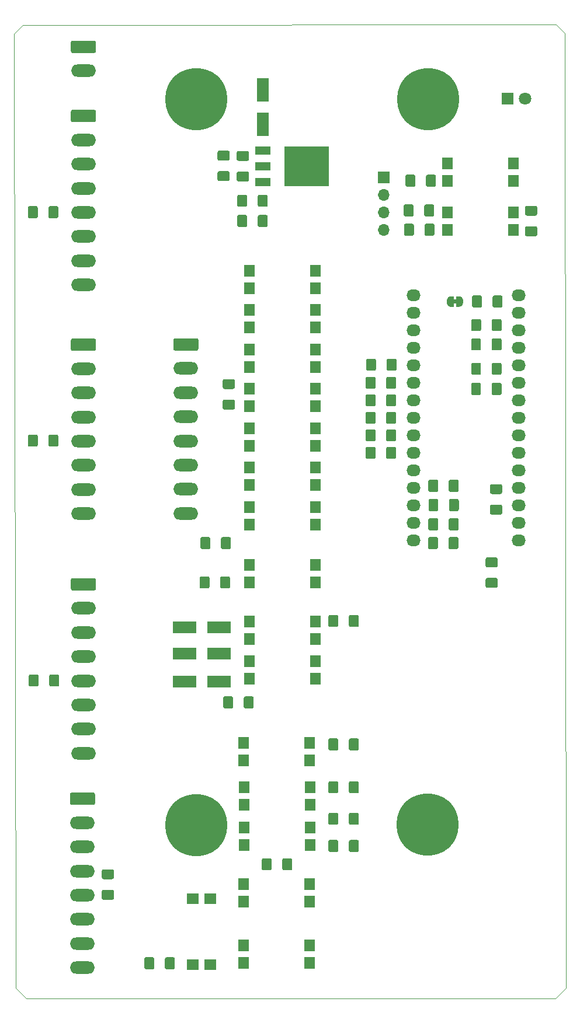
<source format=gbr>
G04 #@! TF.GenerationSoftware,KiCad,Pcbnew,(6.0.0-rc1-dev-347-gd8782b751)*
G04 #@! TF.CreationDate,2019-11-17T15:03:13+01:00*
G04 #@! TF.ProjectId,nano,6E616E6F2E6B696361645F7063620000,rev?*
G04 #@! TF.SameCoordinates,Original*
G04 #@! TF.FileFunction,Soldermask,Bot*
G04 #@! TF.FilePolarity,Negative*
%FSLAX46Y46*%
G04 Gerber Fmt 4.6, Leading zero omitted, Abs format (unit mm)*
G04 Created by KiCad (PCBNEW (6.0.0-rc1-dev-347-gd8782b751)) date 11/17/19 15:03:13*
%MOMM*%
%LPD*%
G01*
G04 APERTURE LIST*
%ADD10C,0.100000*%
%ADD11C,1.800000*%
%ADD12R,1.800000X1.800000*%
%ADD13C,1.425000*%
%ADD14R,3.500000X1.800000*%
%ADD15R,1.800000X3.500000*%
%ADD16R,1.500000X1.780000*%
%ADD17C,0.500000*%
%ADD18O,1.700000X1.700000*%
%ADD19R,1.700000X1.700000*%
%ADD20O,3.600000X1.800000*%
%ADD21R,1.780000X1.500000*%
%ADD22C,9.000000*%
%ADD23R,6.400000X5.800000*%
%ADD24R,2.200000X1.200000*%
%ADD25O,2.032000X1.727200*%
G04 APERTURE END LIST*
D10*
X24130000Y-166751000D02*
X22606000Y-165227000D01*
X23622000Y-25527000D02*
X22352000Y-26797000D01*
X102362000Y-165227000D02*
X100838000Y-166751000D01*
X102171500Y-26733500D02*
X100901500Y-25463500D01*
X51564885Y-141544384D02*
G75*
G03X51564885Y-141544384I-2796885J0D01*
G01*
X85026500Y-141541500D02*
G75*
G03X85026500Y-141541500I-2794000J0D01*
G01*
X51510022Y-36397021D02*
G75*
G03X51510022Y-36397021I-2805522J0D01*
G01*
X84848668Y-36398168D02*
G75*
G03X84848668Y-36398168I-2552668J0D01*
G01*
X22606000Y-165227000D02*
X22352000Y-26797000D01*
X100838000Y-166751000D02*
X24130000Y-166751000D01*
X102171500Y-26733500D02*
X102362000Y-165227000D01*
X23622000Y-25527000D02*
X100901500Y-25463500D01*
D11*
G04 #@! TO.C,D1*
X96393000Y-36195000D03*
D12*
X93853000Y-36195000D03*
G04 #@! TD*
D10*
G04 #@! TO.C,C7*
G36*
X92851504Y-92162204D02*
X92875773Y-92165804D01*
X92899571Y-92171765D01*
X92922671Y-92180030D01*
X92944849Y-92190520D01*
X92965893Y-92203133D01*
X92985598Y-92217747D01*
X93003777Y-92234223D01*
X93020253Y-92252402D01*
X93034867Y-92272107D01*
X93047480Y-92293151D01*
X93057970Y-92315329D01*
X93066235Y-92338429D01*
X93072196Y-92362227D01*
X93075796Y-92386496D01*
X93077000Y-92411000D01*
X93077000Y-93336000D01*
X93075796Y-93360504D01*
X93072196Y-93384773D01*
X93066235Y-93408571D01*
X93057970Y-93431671D01*
X93047480Y-93453849D01*
X93034867Y-93474893D01*
X93020253Y-93494598D01*
X93003777Y-93512777D01*
X92985598Y-93529253D01*
X92965893Y-93543867D01*
X92944849Y-93556480D01*
X92922671Y-93566970D01*
X92899571Y-93575235D01*
X92875773Y-93581196D01*
X92851504Y-93584796D01*
X92827000Y-93586000D01*
X91577000Y-93586000D01*
X91552496Y-93584796D01*
X91528227Y-93581196D01*
X91504429Y-93575235D01*
X91481329Y-93566970D01*
X91459151Y-93556480D01*
X91438107Y-93543867D01*
X91418402Y-93529253D01*
X91400223Y-93512777D01*
X91383747Y-93494598D01*
X91369133Y-93474893D01*
X91356520Y-93453849D01*
X91346030Y-93431671D01*
X91337765Y-93408571D01*
X91331804Y-93384773D01*
X91328204Y-93360504D01*
X91327000Y-93336000D01*
X91327000Y-92411000D01*
X91328204Y-92386496D01*
X91331804Y-92362227D01*
X91337765Y-92338429D01*
X91346030Y-92315329D01*
X91356520Y-92293151D01*
X91369133Y-92272107D01*
X91383747Y-92252402D01*
X91400223Y-92234223D01*
X91418402Y-92217747D01*
X91438107Y-92203133D01*
X91459151Y-92190520D01*
X91481329Y-92180030D01*
X91504429Y-92171765D01*
X91528227Y-92165804D01*
X91552496Y-92162204D01*
X91577000Y-92161000D01*
X92827000Y-92161000D01*
X92851504Y-92162204D01*
X92851504Y-92162204D01*
G37*
D13*
X92202000Y-92873500D03*
D10*
G36*
X92851504Y-95137204D02*
X92875773Y-95140804D01*
X92899571Y-95146765D01*
X92922671Y-95155030D01*
X92944849Y-95165520D01*
X92965893Y-95178133D01*
X92985598Y-95192747D01*
X93003777Y-95209223D01*
X93020253Y-95227402D01*
X93034867Y-95247107D01*
X93047480Y-95268151D01*
X93057970Y-95290329D01*
X93066235Y-95313429D01*
X93072196Y-95337227D01*
X93075796Y-95361496D01*
X93077000Y-95386000D01*
X93077000Y-96311000D01*
X93075796Y-96335504D01*
X93072196Y-96359773D01*
X93066235Y-96383571D01*
X93057970Y-96406671D01*
X93047480Y-96428849D01*
X93034867Y-96449893D01*
X93020253Y-96469598D01*
X93003777Y-96487777D01*
X92985598Y-96504253D01*
X92965893Y-96518867D01*
X92944849Y-96531480D01*
X92922671Y-96541970D01*
X92899571Y-96550235D01*
X92875773Y-96556196D01*
X92851504Y-96559796D01*
X92827000Y-96561000D01*
X91577000Y-96561000D01*
X91552496Y-96559796D01*
X91528227Y-96556196D01*
X91504429Y-96550235D01*
X91481329Y-96541970D01*
X91459151Y-96531480D01*
X91438107Y-96518867D01*
X91418402Y-96504253D01*
X91400223Y-96487777D01*
X91383747Y-96469598D01*
X91369133Y-96449893D01*
X91356520Y-96428849D01*
X91346030Y-96406671D01*
X91337765Y-96383571D01*
X91331804Y-96359773D01*
X91328204Y-96335504D01*
X91327000Y-96311000D01*
X91327000Y-95386000D01*
X91328204Y-95361496D01*
X91331804Y-95337227D01*
X91337765Y-95313429D01*
X91346030Y-95290329D01*
X91356520Y-95268151D01*
X91369133Y-95247107D01*
X91383747Y-95227402D01*
X91400223Y-95209223D01*
X91418402Y-95192747D01*
X91438107Y-95178133D01*
X91459151Y-95165520D01*
X91481329Y-95155030D01*
X91504429Y-95146765D01*
X91528227Y-95140804D01*
X91552496Y-95137204D01*
X91577000Y-95136000D01*
X92827000Y-95136000D01*
X92851504Y-95137204D01*
X92851504Y-95137204D01*
G37*
D13*
X92202000Y-95848500D03*
G04 #@! TD*
D14*
G04 #@! TO.C,D5*
X52030000Y-120777000D03*
X47030000Y-120777000D03*
G04 #@! TD*
G04 #@! TO.C,D4*
X52030000Y-112903000D03*
X47030000Y-112903000D03*
G04 #@! TD*
G04 #@! TO.C,D3*
X52030000Y-116713000D03*
X47030000Y-116713000D03*
G04 #@! TD*
D15*
G04 #@! TO.C,D2*
X58420000Y-34965000D03*
X58420000Y-39965000D03*
G04 #@! TD*
D16*
G04 #@! TO.C,U19*
X94681000Y-48133000D03*
X85151000Y-45593000D03*
X94681000Y-45593000D03*
X85151000Y-48133000D03*
G04 #@! TD*
G04 #@! TO.C,U18*
X94681000Y-55245000D03*
X85151000Y-52705000D03*
X94681000Y-52705000D03*
X85151000Y-55245000D03*
G04 #@! TD*
D10*
G04 #@! TO.C,R33*
G36*
X80025504Y-51577204D02*
X80049773Y-51580804D01*
X80073571Y-51586765D01*
X80096671Y-51595030D01*
X80118849Y-51605520D01*
X80139893Y-51618133D01*
X80159598Y-51632747D01*
X80177777Y-51649223D01*
X80194253Y-51667402D01*
X80208867Y-51687107D01*
X80221480Y-51708151D01*
X80231970Y-51730329D01*
X80240235Y-51753429D01*
X80246196Y-51777227D01*
X80249796Y-51801496D01*
X80251000Y-51826000D01*
X80251000Y-53076000D01*
X80249796Y-53100504D01*
X80246196Y-53124773D01*
X80240235Y-53148571D01*
X80231970Y-53171671D01*
X80221480Y-53193849D01*
X80208867Y-53214893D01*
X80194253Y-53234598D01*
X80177777Y-53252777D01*
X80159598Y-53269253D01*
X80139893Y-53283867D01*
X80118849Y-53296480D01*
X80096671Y-53306970D01*
X80073571Y-53315235D01*
X80049773Y-53321196D01*
X80025504Y-53324796D01*
X80001000Y-53326000D01*
X79076000Y-53326000D01*
X79051496Y-53324796D01*
X79027227Y-53321196D01*
X79003429Y-53315235D01*
X78980329Y-53306970D01*
X78958151Y-53296480D01*
X78937107Y-53283867D01*
X78917402Y-53269253D01*
X78899223Y-53252777D01*
X78882747Y-53234598D01*
X78868133Y-53214893D01*
X78855520Y-53193849D01*
X78845030Y-53171671D01*
X78836765Y-53148571D01*
X78830804Y-53124773D01*
X78827204Y-53100504D01*
X78826000Y-53076000D01*
X78826000Y-51826000D01*
X78827204Y-51801496D01*
X78830804Y-51777227D01*
X78836765Y-51753429D01*
X78845030Y-51730329D01*
X78855520Y-51708151D01*
X78868133Y-51687107D01*
X78882747Y-51667402D01*
X78899223Y-51649223D01*
X78917402Y-51632747D01*
X78937107Y-51618133D01*
X78958151Y-51605520D01*
X78980329Y-51595030D01*
X79003429Y-51586765D01*
X79027227Y-51580804D01*
X79051496Y-51577204D01*
X79076000Y-51576000D01*
X80001000Y-51576000D01*
X80025504Y-51577204D01*
X80025504Y-51577204D01*
G37*
D13*
X79538500Y-52451000D03*
D10*
G36*
X83000504Y-51577204D02*
X83024773Y-51580804D01*
X83048571Y-51586765D01*
X83071671Y-51595030D01*
X83093849Y-51605520D01*
X83114893Y-51618133D01*
X83134598Y-51632747D01*
X83152777Y-51649223D01*
X83169253Y-51667402D01*
X83183867Y-51687107D01*
X83196480Y-51708151D01*
X83206970Y-51730329D01*
X83215235Y-51753429D01*
X83221196Y-51777227D01*
X83224796Y-51801496D01*
X83226000Y-51826000D01*
X83226000Y-53076000D01*
X83224796Y-53100504D01*
X83221196Y-53124773D01*
X83215235Y-53148571D01*
X83206970Y-53171671D01*
X83196480Y-53193849D01*
X83183867Y-53214893D01*
X83169253Y-53234598D01*
X83152777Y-53252777D01*
X83134598Y-53269253D01*
X83114893Y-53283867D01*
X83093849Y-53296480D01*
X83071671Y-53306970D01*
X83048571Y-53315235D01*
X83024773Y-53321196D01*
X83000504Y-53324796D01*
X82976000Y-53326000D01*
X82051000Y-53326000D01*
X82026496Y-53324796D01*
X82002227Y-53321196D01*
X81978429Y-53315235D01*
X81955329Y-53306970D01*
X81933151Y-53296480D01*
X81912107Y-53283867D01*
X81892402Y-53269253D01*
X81874223Y-53252777D01*
X81857747Y-53234598D01*
X81843133Y-53214893D01*
X81830520Y-53193849D01*
X81820030Y-53171671D01*
X81811765Y-53148571D01*
X81805804Y-53124773D01*
X81802204Y-53100504D01*
X81801000Y-53076000D01*
X81801000Y-51826000D01*
X81802204Y-51801496D01*
X81805804Y-51777227D01*
X81811765Y-51753429D01*
X81820030Y-51730329D01*
X81830520Y-51708151D01*
X81843133Y-51687107D01*
X81857747Y-51667402D01*
X81874223Y-51649223D01*
X81892402Y-51632747D01*
X81912107Y-51618133D01*
X81933151Y-51605520D01*
X81955329Y-51595030D01*
X81978429Y-51586765D01*
X82002227Y-51580804D01*
X82026496Y-51577204D01*
X82051000Y-51576000D01*
X82976000Y-51576000D01*
X83000504Y-51577204D01*
X83000504Y-51577204D01*
G37*
D13*
X82513500Y-52451000D03*
G04 #@! TD*
D10*
G04 #@! TO.C,R32*
G36*
X80279504Y-47259204D02*
X80303773Y-47262804D01*
X80327571Y-47268765D01*
X80350671Y-47277030D01*
X80372849Y-47287520D01*
X80393893Y-47300133D01*
X80413598Y-47314747D01*
X80431777Y-47331223D01*
X80448253Y-47349402D01*
X80462867Y-47369107D01*
X80475480Y-47390151D01*
X80485970Y-47412329D01*
X80494235Y-47435429D01*
X80500196Y-47459227D01*
X80503796Y-47483496D01*
X80505000Y-47508000D01*
X80505000Y-48758000D01*
X80503796Y-48782504D01*
X80500196Y-48806773D01*
X80494235Y-48830571D01*
X80485970Y-48853671D01*
X80475480Y-48875849D01*
X80462867Y-48896893D01*
X80448253Y-48916598D01*
X80431777Y-48934777D01*
X80413598Y-48951253D01*
X80393893Y-48965867D01*
X80372849Y-48978480D01*
X80350671Y-48988970D01*
X80327571Y-48997235D01*
X80303773Y-49003196D01*
X80279504Y-49006796D01*
X80255000Y-49008000D01*
X79330000Y-49008000D01*
X79305496Y-49006796D01*
X79281227Y-49003196D01*
X79257429Y-48997235D01*
X79234329Y-48988970D01*
X79212151Y-48978480D01*
X79191107Y-48965867D01*
X79171402Y-48951253D01*
X79153223Y-48934777D01*
X79136747Y-48916598D01*
X79122133Y-48896893D01*
X79109520Y-48875849D01*
X79099030Y-48853671D01*
X79090765Y-48830571D01*
X79084804Y-48806773D01*
X79081204Y-48782504D01*
X79080000Y-48758000D01*
X79080000Y-47508000D01*
X79081204Y-47483496D01*
X79084804Y-47459227D01*
X79090765Y-47435429D01*
X79099030Y-47412329D01*
X79109520Y-47390151D01*
X79122133Y-47369107D01*
X79136747Y-47349402D01*
X79153223Y-47331223D01*
X79171402Y-47314747D01*
X79191107Y-47300133D01*
X79212151Y-47287520D01*
X79234329Y-47277030D01*
X79257429Y-47268765D01*
X79281227Y-47262804D01*
X79305496Y-47259204D01*
X79330000Y-47258000D01*
X80255000Y-47258000D01*
X80279504Y-47259204D01*
X80279504Y-47259204D01*
G37*
D13*
X79792500Y-48133000D03*
D10*
G36*
X83254504Y-47259204D02*
X83278773Y-47262804D01*
X83302571Y-47268765D01*
X83325671Y-47277030D01*
X83347849Y-47287520D01*
X83368893Y-47300133D01*
X83388598Y-47314747D01*
X83406777Y-47331223D01*
X83423253Y-47349402D01*
X83437867Y-47369107D01*
X83450480Y-47390151D01*
X83460970Y-47412329D01*
X83469235Y-47435429D01*
X83475196Y-47459227D01*
X83478796Y-47483496D01*
X83480000Y-47508000D01*
X83480000Y-48758000D01*
X83478796Y-48782504D01*
X83475196Y-48806773D01*
X83469235Y-48830571D01*
X83460970Y-48853671D01*
X83450480Y-48875849D01*
X83437867Y-48896893D01*
X83423253Y-48916598D01*
X83406777Y-48934777D01*
X83388598Y-48951253D01*
X83368893Y-48965867D01*
X83347849Y-48978480D01*
X83325671Y-48988970D01*
X83302571Y-48997235D01*
X83278773Y-49003196D01*
X83254504Y-49006796D01*
X83230000Y-49008000D01*
X82305000Y-49008000D01*
X82280496Y-49006796D01*
X82256227Y-49003196D01*
X82232429Y-48997235D01*
X82209329Y-48988970D01*
X82187151Y-48978480D01*
X82166107Y-48965867D01*
X82146402Y-48951253D01*
X82128223Y-48934777D01*
X82111747Y-48916598D01*
X82097133Y-48896893D01*
X82084520Y-48875849D01*
X82074030Y-48853671D01*
X82065765Y-48830571D01*
X82059804Y-48806773D01*
X82056204Y-48782504D01*
X82055000Y-48758000D01*
X82055000Y-47508000D01*
X82056204Y-47483496D01*
X82059804Y-47459227D01*
X82065765Y-47435429D01*
X82074030Y-47412329D01*
X82084520Y-47390151D01*
X82097133Y-47369107D01*
X82111747Y-47349402D01*
X82128223Y-47331223D01*
X82146402Y-47314747D01*
X82166107Y-47300133D01*
X82187151Y-47287520D01*
X82209329Y-47277030D01*
X82232429Y-47268765D01*
X82256227Y-47262804D01*
X82280496Y-47259204D01*
X82305000Y-47258000D01*
X83230000Y-47258000D01*
X83254504Y-47259204D01*
X83254504Y-47259204D01*
G37*
D13*
X82767500Y-48133000D03*
G04 #@! TD*
D10*
G04 #@! TO.C,R31*
G36*
X86520004Y-99837204D02*
X86544273Y-99840804D01*
X86568071Y-99846765D01*
X86591171Y-99855030D01*
X86613349Y-99865520D01*
X86634393Y-99878133D01*
X86654098Y-99892747D01*
X86672277Y-99909223D01*
X86688753Y-99927402D01*
X86703367Y-99947107D01*
X86715980Y-99968151D01*
X86726470Y-99990329D01*
X86734735Y-100013429D01*
X86740696Y-100037227D01*
X86744296Y-100061496D01*
X86745500Y-100086000D01*
X86745500Y-101336000D01*
X86744296Y-101360504D01*
X86740696Y-101384773D01*
X86734735Y-101408571D01*
X86726470Y-101431671D01*
X86715980Y-101453849D01*
X86703367Y-101474893D01*
X86688753Y-101494598D01*
X86672277Y-101512777D01*
X86654098Y-101529253D01*
X86634393Y-101543867D01*
X86613349Y-101556480D01*
X86591171Y-101566970D01*
X86568071Y-101575235D01*
X86544273Y-101581196D01*
X86520004Y-101584796D01*
X86495500Y-101586000D01*
X85570500Y-101586000D01*
X85545996Y-101584796D01*
X85521727Y-101581196D01*
X85497929Y-101575235D01*
X85474829Y-101566970D01*
X85452651Y-101556480D01*
X85431607Y-101543867D01*
X85411902Y-101529253D01*
X85393723Y-101512777D01*
X85377247Y-101494598D01*
X85362633Y-101474893D01*
X85350020Y-101453849D01*
X85339530Y-101431671D01*
X85331265Y-101408571D01*
X85325304Y-101384773D01*
X85321704Y-101360504D01*
X85320500Y-101336000D01*
X85320500Y-100086000D01*
X85321704Y-100061496D01*
X85325304Y-100037227D01*
X85331265Y-100013429D01*
X85339530Y-99990329D01*
X85350020Y-99968151D01*
X85362633Y-99947107D01*
X85377247Y-99927402D01*
X85393723Y-99909223D01*
X85411902Y-99892747D01*
X85431607Y-99878133D01*
X85452651Y-99865520D01*
X85474829Y-99855030D01*
X85497929Y-99846765D01*
X85521727Y-99840804D01*
X85545996Y-99837204D01*
X85570500Y-99836000D01*
X86495500Y-99836000D01*
X86520004Y-99837204D01*
X86520004Y-99837204D01*
G37*
D13*
X86033000Y-100711000D03*
D10*
G36*
X83545004Y-99837204D02*
X83569273Y-99840804D01*
X83593071Y-99846765D01*
X83616171Y-99855030D01*
X83638349Y-99865520D01*
X83659393Y-99878133D01*
X83679098Y-99892747D01*
X83697277Y-99909223D01*
X83713753Y-99927402D01*
X83728367Y-99947107D01*
X83740980Y-99968151D01*
X83751470Y-99990329D01*
X83759735Y-100013429D01*
X83765696Y-100037227D01*
X83769296Y-100061496D01*
X83770500Y-100086000D01*
X83770500Y-101336000D01*
X83769296Y-101360504D01*
X83765696Y-101384773D01*
X83759735Y-101408571D01*
X83751470Y-101431671D01*
X83740980Y-101453849D01*
X83728367Y-101474893D01*
X83713753Y-101494598D01*
X83697277Y-101512777D01*
X83679098Y-101529253D01*
X83659393Y-101543867D01*
X83638349Y-101556480D01*
X83616171Y-101566970D01*
X83593071Y-101575235D01*
X83569273Y-101581196D01*
X83545004Y-101584796D01*
X83520500Y-101586000D01*
X82595500Y-101586000D01*
X82570996Y-101584796D01*
X82546727Y-101581196D01*
X82522929Y-101575235D01*
X82499829Y-101566970D01*
X82477651Y-101556480D01*
X82456607Y-101543867D01*
X82436902Y-101529253D01*
X82418723Y-101512777D01*
X82402247Y-101494598D01*
X82387633Y-101474893D01*
X82375020Y-101453849D01*
X82364530Y-101431671D01*
X82356265Y-101408571D01*
X82350304Y-101384773D01*
X82346704Y-101360504D01*
X82345500Y-101336000D01*
X82345500Y-100086000D01*
X82346704Y-100061496D01*
X82350304Y-100037227D01*
X82356265Y-100013429D01*
X82364530Y-99990329D01*
X82375020Y-99968151D01*
X82387633Y-99947107D01*
X82402247Y-99927402D01*
X82418723Y-99909223D01*
X82436902Y-99892747D01*
X82456607Y-99878133D01*
X82477651Y-99865520D01*
X82499829Y-99855030D01*
X82522929Y-99846765D01*
X82546727Y-99840804D01*
X82570996Y-99837204D01*
X82595500Y-99836000D01*
X83520500Y-99836000D01*
X83545004Y-99837204D01*
X83545004Y-99837204D01*
G37*
D13*
X83058000Y-100711000D03*
G04 #@! TD*
D10*
G04 #@! TO.C,R30*
G36*
X97931504Y-51776204D02*
X97955773Y-51779804D01*
X97979571Y-51785765D01*
X98002671Y-51794030D01*
X98024849Y-51804520D01*
X98045893Y-51817133D01*
X98065598Y-51831747D01*
X98083777Y-51848223D01*
X98100253Y-51866402D01*
X98114867Y-51886107D01*
X98127480Y-51907151D01*
X98137970Y-51929329D01*
X98146235Y-51952429D01*
X98152196Y-51976227D01*
X98155796Y-52000496D01*
X98157000Y-52025000D01*
X98157000Y-52950000D01*
X98155796Y-52974504D01*
X98152196Y-52998773D01*
X98146235Y-53022571D01*
X98137970Y-53045671D01*
X98127480Y-53067849D01*
X98114867Y-53088893D01*
X98100253Y-53108598D01*
X98083777Y-53126777D01*
X98065598Y-53143253D01*
X98045893Y-53157867D01*
X98024849Y-53170480D01*
X98002671Y-53180970D01*
X97979571Y-53189235D01*
X97955773Y-53195196D01*
X97931504Y-53198796D01*
X97907000Y-53200000D01*
X96657000Y-53200000D01*
X96632496Y-53198796D01*
X96608227Y-53195196D01*
X96584429Y-53189235D01*
X96561329Y-53180970D01*
X96539151Y-53170480D01*
X96518107Y-53157867D01*
X96498402Y-53143253D01*
X96480223Y-53126777D01*
X96463747Y-53108598D01*
X96449133Y-53088893D01*
X96436520Y-53067849D01*
X96426030Y-53045671D01*
X96417765Y-53022571D01*
X96411804Y-52998773D01*
X96408204Y-52974504D01*
X96407000Y-52950000D01*
X96407000Y-52025000D01*
X96408204Y-52000496D01*
X96411804Y-51976227D01*
X96417765Y-51952429D01*
X96426030Y-51929329D01*
X96436520Y-51907151D01*
X96449133Y-51886107D01*
X96463747Y-51866402D01*
X96480223Y-51848223D01*
X96498402Y-51831747D01*
X96518107Y-51817133D01*
X96539151Y-51804520D01*
X96561329Y-51794030D01*
X96584429Y-51785765D01*
X96608227Y-51779804D01*
X96632496Y-51776204D01*
X96657000Y-51775000D01*
X97907000Y-51775000D01*
X97931504Y-51776204D01*
X97931504Y-51776204D01*
G37*
D13*
X97282000Y-52487500D03*
D10*
G36*
X97931504Y-54751204D02*
X97955773Y-54754804D01*
X97979571Y-54760765D01*
X98002671Y-54769030D01*
X98024849Y-54779520D01*
X98045893Y-54792133D01*
X98065598Y-54806747D01*
X98083777Y-54823223D01*
X98100253Y-54841402D01*
X98114867Y-54861107D01*
X98127480Y-54882151D01*
X98137970Y-54904329D01*
X98146235Y-54927429D01*
X98152196Y-54951227D01*
X98155796Y-54975496D01*
X98157000Y-55000000D01*
X98157000Y-55925000D01*
X98155796Y-55949504D01*
X98152196Y-55973773D01*
X98146235Y-55997571D01*
X98137970Y-56020671D01*
X98127480Y-56042849D01*
X98114867Y-56063893D01*
X98100253Y-56083598D01*
X98083777Y-56101777D01*
X98065598Y-56118253D01*
X98045893Y-56132867D01*
X98024849Y-56145480D01*
X98002671Y-56155970D01*
X97979571Y-56164235D01*
X97955773Y-56170196D01*
X97931504Y-56173796D01*
X97907000Y-56175000D01*
X96657000Y-56175000D01*
X96632496Y-56173796D01*
X96608227Y-56170196D01*
X96584429Y-56164235D01*
X96561329Y-56155970D01*
X96539151Y-56145480D01*
X96518107Y-56132867D01*
X96498402Y-56118253D01*
X96480223Y-56101777D01*
X96463747Y-56083598D01*
X96449133Y-56063893D01*
X96436520Y-56042849D01*
X96426030Y-56020671D01*
X96417765Y-55997571D01*
X96411804Y-55973773D01*
X96408204Y-55949504D01*
X96407000Y-55925000D01*
X96407000Y-55000000D01*
X96408204Y-54975496D01*
X96411804Y-54951227D01*
X96417765Y-54927429D01*
X96426030Y-54904329D01*
X96436520Y-54882151D01*
X96449133Y-54861107D01*
X96463747Y-54841402D01*
X96480223Y-54823223D01*
X96498402Y-54806747D01*
X96518107Y-54792133D01*
X96539151Y-54779520D01*
X96561329Y-54769030D01*
X96584429Y-54760765D01*
X96608227Y-54754804D01*
X96632496Y-54751204D01*
X96657000Y-54750000D01*
X97907000Y-54750000D01*
X97931504Y-54751204D01*
X97931504Y-54751204D01*
G37*
D13*
X97282000Y-55462500D03*
G04 #@! TD*
D10*
G04 #@! TO.C,R29*
G36*
X80062004Y-54371204D02*
X80086273Y-54374804D01*
X80110071Y-54380765D01*
X80133171Y-54389030D01*
X80155349Y-54399520D01*
X80176393Y-54412133D01*
X80196098Y-54426747D01*
X80214277Y-54443223D01*
X80230753Y-54461402D01*
X80245367Y-54481107D01*
X80257980Y-54502151D01*
X80268470Y-54524329D01*
X80276735Y-54547429D01*
X80282696Y-54571227D01*
X80286296Y-54595496D01*
X80287500Y-54620000D01*
X80287500Y-55870000D01*
X80286296Y-55894504D01*
X80282696Y-55918773D01*
X80276735Y-55942571D01*
X80268470Y-55965671D01*
X80257980Y-55987849D01*
X80245367Y-56008893D01*
X80230753Y-56028598D01*
X80214277Y-56046777D01*
X80196098Y-56063253D01*
X80176393Y-56077867D01*
X80155349Y-56090480D01*
X80133171Y-56100970D01*
X80110071Y-56109235D01*
X80086273Y-56115196D01*
X80062004Y-56118796D01*
X80037500Y-56120000D01*
X79112500Y-56120000D01*
X79087996Y-56118796D01*
X79063727Y-56115196D01*
X79039929Y-56109235D01*
X79016829Y-56100970D01*
X78994651Y-56090480D01*
X78973607Y-56077867D01*
X78953902Y-56063253D01*
X78935723Y-56046777D01*
X78919247Y-56028598D01*
X78904633Y-56008893D01*
X78892020Y-55987849D01*
X78881530Y-55965671D01*
X78873265Y-55942571D01*
X78867304Y-55918773D01*
X78863704Y-55894504D01*
X78862500Y-55870000D01*
X78862500Y-54620000D01*
X78863704Y-54595496D01*
X78867304Y-54571227D01*
X78873265Y-54547429D01*
X78881530Y-54524329D01*
X78892020Y-54502151D01*
X78904633Y-54481107D01*
X78919247Y-54461402D01*
X78935723Y-54443223D01*
X78953902Y-54426747D01*
X78973607Y-54412133D01*
X78994651Y-54399520D01*
X79016829Y-54389030D01*
X79039929Y-54380765D01*
X79063727Y-54374804D01*
X79087996Y-54371204D01*
X79112500Y-54370000D01*
X80037500Y-54370000D01*
X80062004Y-54371204D01*
X80062004Y-54371204D01*
G37*
D13*
X79575000Y-55245000D03*
D10*
G36*
X83037004Y-54371204D02*
X83061273Y-54374804D01*
X83085071Y-54380765D01*
X83108171Y-54389030D01*
X83130349Y-54399520D01*
X83151393Y-54412133D01*
X83171098Y-54426747D01*
X83189277Y-54443223D01*
X83205753Y-54461402D01*
X83220367Y-54481107D01*
X83232980Y-54502151D01*
X83243470Y-54524329D01*
X83251735Y-54547429D01*
X83257696Y-54571227D01*
X83261296Y-54595496D01*
X83262500Y-54620000D01*
X83262500Y-55870000D01*
X83261296Y-55894504D01*
X83257696Y-55918773D01*
X83251735Y-55942571D01*
X83243470Y-55965671D01*
X83232980Y-55987849D01*
X83220367Y-56008893D01*
X83205753Y-56028598D01*
X83189277Y-56046777D01*
X83171098Y-56063253D01*
X83151393Y-56077867D01*
X83130349Y-56090480D01*
X83108171Y-56100970D01*
X83085071Y-56109235D01*
X83061273Y-56115196D01*
X83037004Y-56118796D01*
X83012500Y-56120000D01*
X82087500Y-56120000D01*
X82062996Y-56118796D01*
X82038727Y-56115196D01*
X82014929Y-56109235D01*
X81991829Y-56100970D01*
X81969651Y-56090480D01*
X81948607Y-56077867D01*
X81928902Y-56063253D01*
X81910723Y-56046777D01*
X81894247Y-56028598D01*
X81879633Y-56008893D01*
X81867020Y-55987849D01*
X81856530Y-55965671D01*
X81848265Y-55942571D01*
X81842304Y-55918773D01*
X81838704Y-55894504D01*
X81837500Y-55870000D01*
X81837500Y-54620000D01*
X81838704Y-54595496D01*
X81842304Y-54571227D01*
X81848265Y-54547429D01*
X81856530Y-54524329D01*
X81867020Y-54502151D01*
X81879633Y-54481107D01*
X81894247Y-54461402D01*
X81910723Y-54443223D01*
X81928902Y-54426747D01*
X81948607Y-54412133D01*
X81969651Y-54399520D01*
X81991829Y-54389030D01*
X82014929Y-54380765D01*
X82038727Y-54374804D01*
X82062996Y-54371204D01*
X82087500Y-54370000D01*
X83012500Y-54370000D01*
X83037004Y-54371204D01*
X83037004Y-54371204D01*
G37*
D13*
X82550000Y-55245000D03*
G04 #@! TD*
D17*
G04 #@! TO.C,RESET_CAP_JUMPER1*
X86898000Y-65659000D03*
D10*
G36*
X86898000Y-64909602D02*
X86922534Y-64909602D01*
X86971365Y-64914412D01*
X87019490Y-64923984D01*
X87066445Y-64938228D01*
X87111778Y-64957005D01*
X87155051Y-64980136D01*
X87195850Y-65007396D01*
X87233779Y-65038524D01*
X87268476Y-65073221D01*
X87299604Y-65111150D01*
X87326864Y-65151949D01*
X87349995Y-65195222D01*
X87368772Y-65240555D01*
X87383016Y-65287510D01*
X87392588Y-65335635D01*
X87397398Y-65384466D01*
X87397398Y-65409000D01*
X87398000Y-65409000D01*
X87398000Y-65909000D01*
X87397398Y-65909000D01*
X87397398Y-65933534D01*
X87392588Y-65982365D01*
X87383016Y-66030490D01*
X87368772Y-66077445D01*
X87349995Y-66122778D01*
X87326864Y-66166051D01*
X87299604Y-66206850D01*
X87268476Y-66244779D01*
X87233779Y-66279476D01*
X87195850Y-66310604D01*
X87155051Y-66337864D01*
X87111778Y-66360995D01*
X87066445Y-66379772D01*
X87019490Y-66394016D01*
X86971365Y-66403588D01*
X86922534Y-66408398D01*
X86898000Y-66408398D01*
X86898000Y-66409000D01*
X86398000Y-66409000D01*
X86398000Y-64909000D01*
X86898000Y-64909000D01*
X86898000Y-64909602D01*
X86898000Y-64909602D01*
G37*
D17*
X85598000Y-65659000D03*
D10*
G36*
X86098000Y-65359000D02*
X86498000Y-65359000D01*
X86498000Y-65959000D01*
X86098000Y-65959000D01*
X86098000Y-66409000D01*
X85598000Y-66409000D01*
X85598000Y-66408398D01*
X85573466Y-66408398D01*
X85524635Y-66403588D01*
X85476510Y-66394016D01*
X85429555Y-66379772D01*
X85384222Y-66360995D01*
X85340949Y-66337864D01*
X85300150Y-66310604D01*
X85262221Y-66279476D01*
X85227524Y-66244779D01*
X85196396Y-66206850D01*
X85169136Y-66166051D01*
X85146005Y-66122778D01*
X85127228Y-66077445D01*
X85112984Y-66030490D01*
X85103412Y-65982365D01*
X85098602Y-65933534D01*
X85098602Y-65909000D01*
X85098000Y-65909000D01*
X85098000Y-65409000D01*
X85098602Y-65409000D01*
X85098602Y-65384466D01*
X85103412Y-65335635D01*
X85112984Y-65287510D01*
X85127228Y-65240555D01*
X85146005Y-65195222D01*
X85169136Y-65151949D01*
X85196396Y-65111150D01*
X85227524Y-65073221D01*
X85262221Y-65038524D01*
X85300150Y-65007396D01*
X85340949Y-64980136D01*
X85384222Y-64957005D01*
X85429555Y-64938228D01*
X85476510Y-64923984D01*
X85524635Y-64914412D01*
X85573466Y-64909602D01*
X85598000Y-64909602D01*
X85598000Y-64909000D01*
X86098000Y-64909000D01*
X86098000Y-65359000D01*
X86098000Y-65359000D01*
G37*
G04 #@! TD*
D18*
G04 #@! TO.C,Serial_conn1*
X75946000Y-55245000D03*
X75946000Y-52705000D03*
X75946000Y-50165000D03*
D19*
X75946000Y-47625000D03*
G04 #@! TD*
D10*
G04 #@! TO.C,C4*
G36*
X89931504Y-64785204D02*
X89955773Y-64788804D01*
X89979571Y-64794765D01*
X90002671Y-64803030D01*
X90024849Y-64813520D01*
X90045893Y-64826133D01*
X90065598Y-64840747D01*
X90083777Y-64857223D01*
X90100253Y-64875402D01*
X90114867Y-64895107D01*
X90127480Y-64916151D01*
X90137970Y-64938329D01*
X90146235Y-64961429D01*
X90152196Y-64985227D01*
X90155796Y-65009496D01*
X90157000Y-65034000D01*
X90157000Y-66284000D01*
X90155796Y-66308504D01*
X90152196Y-66332773D01*
X90146235Y-66356571D01*
X90137970Y-66379671D01*
X90127480Y-66401849D01*
X90114867Y-66422893D01*
X90100253Y-66442598D01*
X90083777Y-66460777D01*
X90065598Y-66477253D01*
X90045893Y-66491867D01*
X90024849Y-66504480D01*
X90002671Y-66514970D01*
X89979571Y-66523235D01*
X89955773Y-66529196D01*
X89931504Y-66532796D01*
X89907000Y-66534000D01*
X88982000Y-66534000D01*
X88957496Y-66532796D01*
X88933227Y-66529196D01*
X88909429Y-66523235D01*
X88886329Y-66514970D01*
X88864151Y-66504480D01*
X88843107Y-66491867D01*
X88823402Y-66477253D01*
X88805223Y-66460777D01*
X88788747Y-66442598D01*
X88774133Y-66422893D01*
X88761520Y-66401849D01*
X88751030Y-66379671D01*
X88742765Y-66356571D01*
X88736804Y-66332773D01*
X88733204Y-66308504D01*
X88732000Y-66284000D01*
X88732000Y-65034000D01*
X88733204Y-65009496D01*
X88736804Y-64985227D01*
X88742765Y-64961429D01*
X88751030Y-64938329D01*
X88761520Y-64916151D01*
X88774133Y-64895107D01*
X88788747Y-64875402D01*
X88805223Y-64857223D01*
X88823402Y-64840747D01*
X88843107Y-64826133D01*
X88864151Y-64813520D01*
X88886329Y-64803030D01*
X88909429Y-64794765D01*
X88933227Y-64788804D01*
X88957496Y-64785204D01*
X88982000Y-64784000D01*
X89907000Y-64784000D01*
X89931504Y-64785204D01*
X89931504Y-64785204D01*
G37*
D13*
X89444500Y-65659000D03*
D10*
G36*
X92906504Y-64785204D02*
X92930773Y-64788804D01*
X92954571Y-64794765D01*
X92977671Y-64803030D01*
X92999849Y-64813520D01*
X93020893Y-64826133D01*
X93040598Y-64840747D01*
X93058777Y-64857223D01*
X93075253Y-64875402D01*
X93089867Y-64895107D01*
X93102480Y-64916151D01*
X93112970Y-64938329D01*
X93121235Y-64961429D01*
X93127196Y-64985227D01*
X93130796Y-65009496D01*
X93132000Y-65034000D01*
X93132000Y-66284000D01*
X93130796Y-66308504D01*
X93127196Y-66332773D01*
X93121235Y-66356571D01*
X93112970Y-66379671D01*
X93102480Y-66401849D01*
X93089867Y-66422893D01*
X93075253Y-66442598D01*
X93058777Y-66460777D01*
X93040598Y-66477253D01*
X93020893Y-66491867D01*
X92999849Y-66504480D01*
X92977671Y-66514970D01*
X92954571Y-66523235D01*
X92930773Y-66529196D01*
X92906504Y-66532796D01*
X92882000Y-66534000D01*
X91957000Y-66534000D01*
X91932496Y-66532796D01*
X91908227Y-66529196D01*
X91884429Y-66523235D01*
X91861329Y-66514970D01*
X91839151Y-66504480D01*
X91818107Y-66491867D01*
X91798402Y-66477253D01*
X91780223Y-66460777D01*
X91763747Y-66442598D01*
X91749133Y-66422893D01*
X91736520Y-66401849D01*
X91726030Y-66379671D01*
X91717765Y-66356571D01*
X91711804Y-66332773D01*
X91708204Y-66308504D01*
X91707000Y-66284000D01*
X91707000Y-65034000D01*
X91708204Y-65009496D01*
X91711804Y-64985227D01*
X91717765Y-64961429D01*
X91726030Y-64938329D01*
X91736520Y-64916151D01*
X91749133Y-64895107D01*
X91763747Y-64875402D01*
X91780223Y-64857223D01*
X91798402Y-64840747D01*
X91818107Y-64826133D01*
X91839151Y-64813520D01*
X91861329Y-64803030D01*
X91884429Y-64794765D01*
X91908227Y-64788804D01*
X91932496Y-64785204D01*
X91957000Y-64784000D01*
X92882000Y-64784000D01*
X92906504Y-64785204D01*
X92906504Y-64785204D01*
G37*
D13*
X92419500Y-65659000D03*
G04 #@! TD*
D20*
G04 #@! TO.C,SIGNAL_SOCKET1*
X32258000Y-162295000D03*
X32258000Y-158795000D03*
X32258000Y-155295000D03*
X32258000Y-151795000D03*
X32258000Y-148295000D03*
X32258000Y-144795000D03*
X32258000Y-141295000D03*
D10*
G36*
X33832504Y-136896204D02*
X33856773Y-136899804D01*
X33880571Y-136905765D01*
X33903671Y-136914030D01*
X33925849Y-136924520D01*
X33946893Y-136937133D01*
X33966598Y-136951747D01*
X33984777Y-136968223D01*
X34001253Y-136986402D01*
X34015867Y-137006107D01*
X34028480Y-137027151D01*
X34038970Y-137049329D01*
X34047235Y-137072429D01*
X34053196Y-137096227D01*
X34056796Y-137120496D01*
X34058000Y-137145000D01*
X34058000Y-138445000D01*
X34056796Y-138469504D01*
X34053196Y-138493773D01*
X34047235Y-138517571D01*
X34038970Y-138540671D01*
X34028480Y-138562849D01*
X34015867Y-138583893D01*
X34001253Y-138603598D01*
X33984777Y-138621777D01*
X33966598Y-138638253D01*
X33946893Y-138652867D01*
X33925849Y-138665480D01*
X33903671Y-138675970D01*
X33880571Y-138684235D01*
X33856773Y-138690196D01*
X33832504Y-138693796D01*
X33808000Y-138695000D01*
X30708000Y-138695000D01*
X30683496Y-138693796D01*
X30659227Y-138690196D01*
X30635429Y-138684235D01*
X30612329Y-138675970D01*
X30590151Y-138665480D01*
X30569107Y-138652867D01*
X30549402Y-138638253D01*
X30531223Y-138621777D01*
X30514747Y-138603598D01*
X30500133Y-138583893D01*
X30487520Y-138562849D01*
X30477030Y-138540671D01*
X30468765Y-138517571D01*
X30462804Y-138493773D01*
X30459204Y-138469504D01*
X30458000Y-138445000D01*
X30458000Y-137145000D01*
X30459204Y-137120496D01*
X30462804Y-137096227D01*
X30468765Y-137072429D01*
X30477030Y-137049329D01*
X30487520Y-137027151D01*
X30500133Y-137006107D01*
X30514747Y-136986402D01*
X30531223Y-136968223D01*
X30549402Y-136951747D01*
X30569107Y-136937133D01*
X30590151Y-136924520D01*
X30612329Y-136914030D01*
X30635429Y-136905765D01*
X30659227Y-136899804D01*
X30683496Y-136896204D01*
X30708000Y-136895000D01*
X33808000Y-136895000D01*
X33832504Y-136896204D01*
X33832504Y-136896204D01*
G37*
D11*
X32258000Y-137795000D03*
G04 #@! TD*
D20*
G04 #@! TO.C,Z_PLUG_SOCKET1*
X32385000Y-131180000D03*
X32385000Y-127680000D03*
X32385000Y-124180000D03*
X32385000Y-120680000D03*
X32385000Y-117180000D03*
X32385000Y-113680000D03*
X32385000Y-110180000D03*
D10*
G36*
X33959504Y-105781204D02*
X33983773Y-105784804D01*
X34007571Y-105790765D01*
X34030671Y-105799030D01*
X34052849Y-105809520D01*
X34073893Y-105822133D01*
X34093598Y-105836747D01*
X34111777Y-105853223D01*
X34128253Y-105871402D01*
X34142867Y-105891107D01*
X34155480Y-105912151D01*
X34165970Y-105934329D01*
X34174235Y-105957429D01*
X34180196Y-105981227D01*
X34183796Y-106005496D01*
X34185000Y-106030000D01*
X34185000Y-107330000D01*
X34183796Y-107354504D01*
X34180196Y-107378773D01*
X34174235Y-107402571D01*
X34165970Y-107425671D01*
X34155480Y-107447849D01*
X34142867Y-107468893D01*
X34128253Y-107488598D01*
X34111777Y-107506777D01*
X34093598Y-107523253D01*
X34073893Y-107537867D01*
X34052849Y-107550480D01*
X34030671Y-107560970D01*
X34007571Y-107569235D01*
X33983773Y-107575196D01*
X33959504Y-107578796D01*
X33935000Y-107580000D01*
X30835000Y-107580000D01*
X30810496Y-107578796D01*
X30786227Y-107575196D01*
X30762429Y-107569235D01*
X30739329Y-107560970D01*
X30717151Y-107550480D01*
X30696107Y-107537867D01*
X30676402Y-107523253D01*
X30658223Y-107506777D01*
X30641747Y-107488598D01*
X30627133Y-107468893D01*
X30614520Y-107447849D01*
X30604030Y-107425671D01*
X30595765Y-107402571D01*
X30589804Y-107378773D01*
X30586204Y-107354504D01*
X30585000Y-107330000D01*
X30585000Y-106030000D01*
X30586204Y-106005496D01*
X30589804Y-105981227D01*
X30595765Y-105957429D01*
X30604030Y-105934329D01*
X30614520Y-105912151D01*
X30627133Y-105891107D01*
X30641747Y-105871402D01*
X30658223Y-105853223D01*
X30676402Y-105836747D01*
X30696107Y-105822133D01*
X30717151Y-105809520D01*
X30739329Y-105799030D01*
X30762429Y-105790765D01*
X30786227Y-105784804D01*
X30810496Y-105781204D01*
X30835000Y-105780000D01*
X33935000Y-105780000D01*
X33959504Y-105781204D01*
X33959504Y-105781204D01*
G37*
D11*
X32385000Y-106680000D03*
G04 #@! TD*
D16*
G04 #@! TO.C,U3*
X55623500Y-129730500D03*
X65153500Y-132270500D03*
X55623500Y-132270500D03*
X65153500Y-129730500D03*
G04 #@! TD*
D21*
G04 #@! TO.C,U17*
X50800000Y-152334000D03*
X48260000Y-161864000D03*
X48260000Y-152334000D03*
X50800000Y-161864000D03*
G04 #@! TD*
D10*
G04 #@! TO.C,R28*
G36*
X42433504Y-160797204D02*
X42457773Y-160800804D01*
X42481571Y-160806765D01*
X42504671Y-160815030D01*
X42526849Y-160825520D01*
X42547893Y-160838133D01*
X42567598Y-160852747D01*
X42585777Y-160869223D01*
X42602253Y-160887402D01*
X42616867Y-160907107D01*
X42629480Y-160928151D01*
X42639970Y-160950329D01*
X42648235Y-160973429D01*
X42654196Y-160997227D01*
X42657796Y-161021496D01*
X42659000Y-161046000D01*
X42659000Y-162296000D01*
X42657796Y-162320504D01*
X42654196Y-162344773D01*
X42648235Y-162368571D01*
X42639970Y-162391671D01*
X42629480Y-162413849D01*
X42616867Y-162434893D01*
X42602253Y-162454598D01*
X42585777Y-162472777D01*
X42567598Y-162489253D01*
X42547893Y-162503867D01*
X42526849Y-162516480D01*
X42504671Y-162526970D01*
X42481571Y-162535235D01*
X42457773Y-162541196D01*
X42433504Y-162544796D01*
X42409000Y-162546000D01*
X41484000Y-162546000D01*
X41459496Y-162544796D01*
X41435227Y-162541196D01*
X41411429Y-162535235D01*
X41388329Y-162526970D01*
X41366151Y-162516480D01*
X41345107Y-162503867D01*
X41325402Y-162489253D01*
X41307223Y-162472777D01*
X41290747Y-162454598D01*
X41276133Y-162434893D01*
X41263520Y-162413849D01*
X41253030Y-162391671D01*
X41244765Y-162368571D01*
X41238804Y-162344773D01*
X41235204Y-162320504D01*
X41234000Y-162296000D01*
X41234000Y-161046000D01*
X41235204Y-161021496D01*
X41238804Y-160997227D01*
X41244765Y-160973429D01*
X41253030Y-160950329D01*
X41263520Y-160928151D01*
X41276133Y-160907107D01*
X41290747Y-160887402D01*
X41307223Y-160869223D01*
X41325402Y-160852747D01*
X41345107Y-160838133D01*
X41366151Y-160825520D01*
X41388329Y-160815030D01*
X41411429Y-160806765D01*
X41435227Y-160800804D01*
X41459496Y-160797204D01*
X41484000Y-160796000D01*
X42409000Y-160796000D01*
X42433504Y-160797204D01*
X42433504Y-160797204D01*
G37*
D13*
X41946500Y-161671000D03*
D10*
G36*
X45408504Y-160797204D02*
X45432773Y-160800804D01*
X45456571Y-160806765D01*
X45479671Y-160815030D01*
X45501849Y-160825520D01*
X45522893Y-160838133D01*
X45542598Y-160852747D01*
X45560777Y-160869223D01*
X45577253Y-160887402D01*
X45591867Y-160907107D01*
X45604480Y-160928151D01*
X45614970Y-160950329D01*
X45623235Y-160973429D01*
X45629196Y-160997227D01*
X45632796Y-161021496D01*
X45634000Y-161046000D01*
X45634000Y-162296000D01*
X45632796Y-162320504D01*
X45629196Y-162344773D01*
X45623235Y-162368571D01*
X45614970Y-162391671D01*
X45604480Y-162413849D01*
X45591867Y-162434893D01*
X45577253Y-162454598D01*
X45560777Y-162472777D01*
X45542598Y-162489253D01*
X45522893Y-162503867D01*
X45501849Y-162516480D01*
X45479671Y-162526970D01*
X45456571Y-162535235D01*
X45432773Y-162541196D01*
X45408504Y-162544796D01*
X45384000Y-162546000D01*
X44459000Y-162546000D01*
X44434496Y-162544796D01*
X44410227Y-162541196D01*
X44386429Y-162535235D01*
X44363329Y-162526970D01*
X44341151Y-162516480D01*
X44320107Y-162503867D01*
X44300402Y-162489253D01*
X44282223Y-162472777D01*
X44265747Y-162454598D01*
X44251133Y-162434893D01*
X44238520Y-162413849D01*
X44228030Y-162391671D01*
X44219765Y-162368571D01*
X44213804Y-162344773D01*
X44210204Y-162320504D01*
X44209000Y-162296000D01*
X44209000Y-161046000D01*
X44210204Y-161021496D01*
X44213804Y-160997227D01*
X44219765Y-160973429D01*
X44228030Y-160950329D01*
X44238520Y-160928151D01*
X44251133Y-160907107D01*
X44265747Y-160887402D01*
X44282223Y-160869223D01*
X44300402Y-160852747D01*
X44320107Y-160838133D01*
X44341151Y-160825520D01*
X44363329Y-160815030D01*
X44386429Y-160806765D01*
X44410227Y-160800804D01*
X44434496Y-160797204D01*
X44459000Y-160796000D01*
X45384000Y-160796000D01*
X45408504Y-160797204D01*
X45408504Y-160797204D01*
G37*
D13*
X44921500Y-161671000D03*
G04 #@! TD*
D10*
G04 #@! TO.C,R27*
G36*
X36590504Y-148042204D02*
X36614773Y-148045804D01*
X36638571Y-148051765D01*
X36661671Y-148060030D01*
X36683849Y-148070520D01*
X36704893Y-148083133D01*
X36724598Y-148097747D01*
X36742777Y-148114223D01*
X36759253Y-148132402D01*
X36773867Y-148152107D01*
X36786480Y-148173151D01*
X36796970Y-148195329D01*
X36805235Y-148218429D01*
X36811196Y-148242227D01*
X36814796Y-148266496D01*
X36816000Y-148291000D01*
X36816000Y-149216000D01*
X36814796Y-149240504D01*
X36811196Y-149264773D01*
X36805235Y-149288571D01*
X36796970Y-149311671D01*
X36786480Y-149333849D01*
X36773867Y-149354893D01*
X36759253Y-149374598D01*
X36742777Y-149392777D01*
X36724598Y-149409253D01*
X36704893Y-149423867D01*
X36683849Y-149436480D01*
X36661671Y-149446970D01*
X36638571Y-149455235D01*
X36614773Y-149461196D01*
X36590504Y-149464796D01*
X36566000Y-149466000D01*
X35316000Y-149466000D01*
X35291496Y-149464796D01*
X35267227Y-149461196D01*
X35243429Y-149455235D01*
X35220329Y-149446970D01*
X35198151Y-149436480D01*
X35177107Y-149423867D01*
X35157402Y-149409253D01*
X35139223Y-149392777D01*
X35122747Y-149374598D01*
X35108133Y-149354893D01*
X35095520Y-149333849D01*
X35085030Y-149311671D01*
X35076765Y-149288571D01*
X35070804Y-149264773D01*
X35067204Y-149240504D01*
X35066000Y-149216000D01*
X35066000Y-148291000D01*
X35067204Y-148266496D01*
X35070804Y-148242227D01*
X35076765Y-148218429D01*
X35085030Y-148195329D01*
X35095520Y-148173151D01*
X35108133Y-148152107D01*
X35122747Y-148132402D01*
X35139223Y-148114223D01*
X35157402Y-148097747D01*
X35177107Y-148083133D01*
X35198151Y-148070520D01*
X35220329Y-148060030D01*
X35243429Y-148051765D01*
X35267227Y-148045804D01*
X35291496Y-148042204D01*
X35316000Y-148041000D01*
X36566000Y-148041000D01*
X36590504Y-148042204D01*
X36590504Y-148042204D01*
G37*
D13*
X35941000Y-148753500D03*
D10*
G36*
X36590504Y-151017204D02*
X36614773Y-151020804D01*
X36638571Y-151026765D01*
X36661671Y-151035030D01*
X36683849Y-151045520D01*
X36704893Y-151058133D01*
X36724598Y-151072747D01*
X36742777Y-151089223D01*
X36759253Y-151107402D01*
X36773867Y-151127107D01*
X36786480Y-151148151D01*
X36796970Y-151170329D01*
X36805235Y-151193429D01*
X36811196Y-151217227D01*
X36814796Y-151241496D01*
X36816000Y-151266000D01*
X36816000Y-152191000D01*
X36814796Y-152215504D01*
X36811196Y-152239773D01*
X36805235Y-152263571D01*
X36796970Y-152286671D01*
X36786480Y-152308849D01*
X36773867Y-152329893D01*
X36759253Y-152349598D01*
X36742777Y-152367777D01*
X36724598Y-152384253D01*
X36704893Y-152398867D01*
X36683849Y-152411480D01*
X36661671Y-152421970D01*
X36638571Y-152430235D01*
X36614773Y-152436196D01*
X36590504Y-152439796D01*
X36566000Y-152441000D01*
X35316000Y-152441000D01*
X35291496Y-152439796D01*
X35267227Y-152436196D01*
X35243429Y-152430235D01*
X35220329Y-152421970D01*
X35198151Y-152411480D01*
X35177107Y-152398867D01*
X35157402Y-152384253D01*
X35139223Y-152367777D01*
X35122747Y-152349598D01*
X35108133Y-152329893D01*
X35095520Y-152308849D01*
X35085030Y-152286671D01*
X35076765Y-152263571D01*
X35070804Y-152239773D01*
X35067204Y-152215504D01*
X35066000Y-152191000D01*
X35066000Y-151266000D01*
X35067204Y-151241496D01*
X35070804Y-151217227D01*
X35076765Y-151193429D01*
X35085030Y-151170329D01*
X35095520Y-151148151D01*
X35108133Y-151127107D01*
X35122747Y-151107402D01*
X35139223Y-151089223D01*
X35157402Y-151072747D01*
X35177107Y-151058133D01*
X35198151Y-151045520D01*
X35220329Y-151035030D01*
X35243429Y-151026765D01*
X35267227Y-151020804D01*
X35291496Y-151017204D01*
X35316000Y-151016000D01*
X36566000Y-151016000D01*
X36590504Y-151017204D01*
X36590504Y-151017204D01*
G37*
D13*
X35941000Y-151728500D03*
G04 #@! TD*
D10*
G04 #@! TO.C,C6*
G36*
X92770965Y-71008204D02*
X92795234Y-71011804D01*
X92819032Y-71017765D01*
X92842132Y-71026030D01*
X92864310Y-71036520D01*
X92885354Y-71049133D01*
X92905059Y-71063747D01*
X92923238Y-71080223D01*
X92939714Y-71098402D01*
X92954328Y-71118107D01*
X92966941Y-71139151D01*
X92977431Y-71161329D01*
X92985696Y-71184429D01*
X92991657Y-71208227D01*
X92995257Y-71232496D01*
X92996461Y-71257000D01*
X92996461Y-72507000D01*
X92995257Y-72531504D01*
X92991657Y-72555773D01*
X92985696Y-72579571D01*
X92977431Y-72602671D01*
X92966941Y-72624849D01*
X92954328Y-72645893D01*
X92939714Y-72665598D01*
X92923238Y-72683777D01*
X92905059Y-72700253D01*
X92885354Y-72714867D01*
X92864310Y-72727480D01*
X92842132Y-72737970D01*
X92819032Y-72746235D01*
X92795234Y-72752196D01*
X92770965Y-72755796D01*
X92746461Y-72757000D01*
X91821461Y-72757000D01*
X91796957Y-72755796D01*
X91772688Y-72752196D01*
X91748890Y-72746235D01*
X91725790Y-72737970D01*
X91703612Y-72727480D01*
X91682568Y-72714867D01*
X91662863Y-72700253D01*
X91644684Y-72683777D01*
X91628208Y-72665598D01*
X91613594Y-72645893D01*
X91600981Y-72624849D01*
X91590491Y-72602671D01*
X91582226Y-72579571D01*
X91576265Y-72555773D01*
X91572665Y-72531504D01*
X91571461Y-72507000D01*
X91571461Y-71257000D01*
X91572665Y-71232496D01*
X91576265Y-71208227D01*
X91582226Y-71184429D01*
X91590491Y-71161329D01*
X91600981Y-71139151D01*
X91613594Y-71118107D01*
X91628208Y-71098402D01*
X91644684Y-71080223D01*
X91662863Y-71063747D01*
X91682568Y-71049133D01*
X91703612Y-71036520D01*
X91725790Y-71026030D01*
X91748890Y-71017765D01*
X91772688Y-71011804D01*
X91796957Y-71008204D01*
X91821461Y-71007000D01*
X92746461Y-71007000D01*
X92770965Y-71008204D01*
X92770965Y-71008204D01*
G37*
D13*
X92283961Y-71882000D03*
D10*
G36*
X89795965Y-71008204D02*
X89820234Y-71011804D01*
X89844032Y-71017765D01*
X89867132Y-71026030D01*
X89889310Y-71036520D01*
X89910354Y-71049133D01*
X89930059Y-71063747D01*
X89948238Y-71080223D01*
X89964714Y-71098402D01*
X89979328Y-71118107D01*
X89991941Y-71139151D01*
X90002431Y-71161329D01*
X90010696Y-71184429D01*
X90016657Y-71208227D01*
X90020257Y-71232496D01*
X90021461Y-71257000D01*
X90021461Y-72507000D01*
X90020257Y-72531504D01*
X90016657Y-72555773D01*
X90010696Y-72579571D01*
X90002431Y-72602671D01*
X89991941Y-72624849D01*
X89979328Y-72645893D01*
X89964714Y-72665598D01*
X89948238Y-72683777D01*
X89930059Y-72700253D01*
X89910354Y-72714867D01*
X89889310Y-72727480D01*
X89867132Y-72737970D01*
X89844032Y-72746235D01*
X89820234Y-72752196D01*
X89795965Y-72755796D01*
X89771461Y-72757000D01*
X88846461Y-72757000D01*
X88821957Y-72755796D01*
X88797688Y-72752196D01*
X88773890Y-72746235D01*
X88750790Y-72737970D01*
X88728612Y-72727480D01*
X88707568Y-72714867D01*
X88687863Y-72700253D01*
X88669684Y-72683777D01*
X88653208Y-72665598D01*
X88638594Y-72645893D01*
X88625981Y-72624849D01*
X88615491Y-72602671D01*
X88607226Y-72579571D01*
X88601265Y-72555773D01*
X88597665Y-72531504D01*
X88596461Y-72507000D01*
X88596461Y-71257000D01*
X88597665Y-71232496D01*
X88601265Y-71208227D01*
X88607226Y-71184429D01*
X88615491Y-71161329D01*
X88625981Y-71139151D01*
X88638594Y-71118107D01*
X88653208Y-71098402D01*
X88669684Y-71080223D01*
X88687863Y-71063747D01*
X88707568Y-71049133D01*
X88728612Y-71036520D01*
X88750790Y-71026030D01*
X88773890Y-71017765D01*
X88797688Y-71011804D01*
X88821957Y-71008204D01*
X88846461Y-71007000D01*
X89771461Y-71007000D01*
X89795965Y-71008204D01*
X89795965Y-71008204D01*
G37*
D13*
X89308961Y-71882000D03*
G04 #@! TD*
D10*
G04 #@! TO.C,C5*
G36*
X53354504Y-46750204D02*
X53378773Y-46753804D01*
X53402571Y-46759765D01*
X53425671Y-46768030D01*
X53447849Y-46778520D01*
X53468893Y-46791133D01*
X53488598Y-46805747D01*
X53506777Y-46822223D01*
X53523253Y-46840402D01*
X53537867Y-46860107D01*
X53550480Y-46881151D01*
X53560970Y-46903329D01*
X53569235Y-46926429D01*
X53575196Y-46950227D01*
X53578796Y-46974496D01*
X53580000Y-46999000D01*
X53580000Y-47924000D01*
X53578796Y-47948504D01*
X53575196Y-47972773D01*
X53569235Y-47996571D01*
X53560970Y-48019671D01*
X53550480Y-48041849D01*
X53537867Y-48062893D01*
X53523253Y-48082598D01*
X53506777Y-48100777D01*
X53488598Y-48117253D01*
X53468893Y-48131867D01*
X53447849Y-48144480D01*
X53425671Y-48154970D01*
X53402571Y-48163235D01*
X53378773Y-48169196D01*
X53354504Y-48172796D01*
X53330000Y-48174000D01*
X52080000Y-48174000D01*
X52055496Y-48172796D01*
X52031227Y-48169196D01*
X52007429Y-48163235D01*
X51984329Y-48154970D01*
X51962151Y-48144480D01*
X51941107Y-48131867D01*
X51921402Y-48117253D01*
X51903223Y-48100777D01*
X51886747Y-48082598D01*
X51872133Y-48062893D01*
X51859520Y-48041849D01*
X51849030Y-48019671D01*
X51840765Y-47996571D01*
X51834804Y-47972773D01*
X51831204Y-47948504D01*
X51830000Y-47924000D01*
X51830000Y-46999000D01*
X51831204Y-46974496D01*
X51834804Y-46950227D01*
X51840765Y-46926429D01*
X51849030Y-46903329D01*
X51859520Y-46881151D01*
X51872133Y-46860107D01*
X51886747Y-46840402D01*
X51903223Y-46822223D01*
X51921402Y-46805747D01*
X51941107Y-46791133D01*
X51962151Y-46778520D01*
X51984329Y-46768030D01*
X52007429Y-46759765D01*
X52031227Y-46753804D01*
X52055496Y-46750204D01*
X52080000Y-46749000D01*
X53330000Y-46749000D01*
X53354504Y-46750204D01*
X53354504Y-46750204D01*
G37*
D13*
X52705000Y-47461500D03*
D10*
G36*
X53354504Y-43775204D02*
X53378773Y-43778804D01*
X53402571Y-43784765D01*
X53425671Y-43793030D01*
X53447849Y-43803520D01*
X53468893Y-43816133D01*
X53488598Y-43830747D01*
X53506777Y-43847223D01*
X53523253Y-43865402D01*
X53537867Y-43885107D01*
X53550480Y-43906151D01*
X53560970Y-43928329D01*
X53569235Y-43951429D01*
X53575196Y-43975227D01*
X53578796Y-43999496D01*
X53580000Y-44024000D01*
X53580000Y-44949000D01*
X53578796Y-44973504D01*
X53575196Y-44997773D01*
X53569235Y-45021571D01*
X53560970Y-45044671D01*
X53550480Y-45066849D01*
X53537867Y-45087893D01*
X53523253Y-45107598D01*
X53506777Y-45125777D01*
X53488598Y-45142253D01*
X53468893Y-45156867D01*
X53447849Y-45169480D01*
X53425671Y-45179970D01*
X53402571Y-45188235D01*
X53378773Y-45194196D01*
X53354504Y-45197796D01*
X53330000Y-45199000D01*
X52080000Y-45199000D01*
X52055496Y-45197796D01*
X52031227Y-45194196D01*
X52007429Y-45188235D01*
X51984329Y-45179970D01*
X51962151Y-45169480D01*
X51941107Y-45156867D01*
X51921402Y-45142253D01*
X51903223Y-45125777D01*
X51886747Y-45107598D01*
X51872133Y-45087893D01*
X51859520Y-45066849D01*
X51849030Y-45044671D01*
X51840765Y-45021571D01*
X51834804Y-44997773D01*
X51831204Y-44973504D01*
X51830000Y-44949000D01*
X51830000Y-44024000D01*
X51831204Y-43999496D01*
X51834804Y-43975227D01*
X51840765Y-43951429D01*
X51849030Y-43928329D01*
X51859520Y-43906151D01*
X51872133Y-43885107D01*
X51886747Y-43865402D01*
X51903223Y-43847223D01*
X51921402Y-43830747D01*
X51941107Y-43816133D01*
X51962151Y-43803520D01*
X51984329Y-43793030D01*
X52007429Y-43784765D01*
X52031227Y-43778804D01*
X52055496Y-43775204D01*
X52080000Y-43774000D01*
X53330000Y-43774000D01*
X53354504Y-43775204D01*
X53354504Y-43775204D01*
G37*
D13*
X52705000Y-44486500D03*
G04 #@! TD*
D10*
G04 #@! TO.C,R26*
G36*
X89795965Y-77465409D02*
X89820234Y-77469009D01*
X89844032Y-77474970D01*
X89867132Y-77483235D01*
X89889310Y-77493725D01*
X89910354Y-77506338D01*
X89930059Y-77520952D01*
X89948238Y-77537428D01*
X89964714Y-77555607D01*
X89979328Y-77575312D01*
X89991941Y-77596356D01*
X90002431Y-77618534D01*
X90010696Y-77641634D01*
X90016657Y-77665432D01*
X90020257Y-77689701D01*
X90021461Y-77714205D01*
X90021461Y-78964205D01*
X90020257Y-78988709D01*
X90016657Y-79012978D01*
X90010696Y-79036776D01*
X90002431Y-79059876D01*
X89991941Y-79082054D01*
X89979328Y-79103098D01*
X89964714Y-79122803D01*
X89948238Y-79140982D01*
X89930059Y-79157458D01*
X89910354Y-79172072D01*
X89889310Y-79184685D01*
X89867132Y-79195175D01*
X89844032Y-79203440D01*
X89820234Y-79209401D01*
X89795965Y-79213001D01*
X89771461Y-79214205D01*
X88846461Y-79214205D01*
X88821957Y-79213001D01*
X88797688Y-79209401D01*
X88773890Y-79203440D01*
X88750790Y-79195175D01*
X88728612Y-79184685D01*
X88707568Y-79172072D01*
X88687863Y-79157458D01*
X88669684Y-79140982D01*
X88653208Y-79122803D01*
X88638594Y-79103098D01*
X88625981Y-79082054D01*
X88615491Y-79059876D01*
X88607226Y-79036776D01*
X88601265Y-79012978D01*
X88597665Y-78988709D01*
X88596461Y-78964205D01*
X88596461Y-77714205D01*
X88597665Y-77689701D01*
X88601265Y-77665432D01*
X88607226Y-77641634D01*
X88615491Y-77618534D01*
X88625981Y-77596356D01*
X88638594Y-77575312D01*
X88653208Y-77555607D01*
X88669684Y-77537428D01*
X88687863Y-77520952D01*
X88707568Y-77506338D01*
X88728612Y-77493725D01*
X88750790Y-77483235D01*
X88773890Y-77474970D01*
X88797688Y-77469009D01*
X88821957Y-77465409D01*
X88846461Y-77464205D01*
X89771461Y-77464205D01*
X89795965Y-77465409D01*
X89795965Y-77465409D01*
G37*
D13*
X89308961Y-78339205D03*
D10*
G36*
X92770965Y-77465409D02*
X92795234Y-77469009D01*
X92819032Y-77474970D01*
X92842132Y-77483235D01*
X92864310Y-77493725D01*
X92885354Y-77506338D01*
X92905059Y-77520952D01*
X92923238Y-77537428D01*
X92939714Y-77555607D01*
X92954328Y-77575312D01*
X92966941Y-77596356D01*
X92977431Y-77618534D01*
X92985696Y-77641634D01*
X92991657Y-77665432D01*
X92995257Y-77689701D01*
X92996461Y-77714205D01*
X92996461Y-78964205D01*
X92995257Y-78988709D01*
X92991657Y-79012978D01*
X92985696Y-79036776D01*
X92977431Y-79059876D01*
X92966941Y-79082054D01*
X92954328Y-79103098D01*
X92939714Y-79122803D01*
X92923238Y-79140982D01*
X92905059Y-79157458D01*
X92885354Y-79172072D01*
X92864310Y-79184685D01*
X92842132Y-79195175D01*
X92819032Y-79203440D01*
X92795234Y-79209401D01*
X92770965Y-79213001D01*
X92746461Y-79214205D01*
X91821461Y-79214205D01*
X91796957Y-79213001D01*
X91772688Y-79209401D01*
X91748890Y-79203440D01*
X91725790Y-79195175D01*
X91703612Y-79184685D01*
X91682568Y-79172072D01*
X91662863Y-79157458D01*
X91644684Y-79140982D01*
X91628208Y-79122803D01*
X91613594Y-79103098D01*
X91600981Y-79082054D01*
X91590491Y-79059876D01*
X91582226Y-79036776D01*
X91576265Y-79012978D01*
X91572665Y-78988709D01*
X91571461Y-78964205D01*
X91571461Y-77714205D01*
X91572665Y-77689701D01*
X91576265Y-77665432D01*
X91582226Y-77641634D01*
X91590491Y-77618534D01*
X91600981Y-77596356D01*
X91613594Y-77575312D01*
X91628208Y-77555607D01*
X91644684Y-77537428D01*
X91662863Y-77520952D01*
X91682568Y-77506338D01*
X91703612Y-77493725D01*
X91725790Y-77483235D01*
X91748890Y-77474970D01*
X91772688Y-77469009D01*
X91796957Y-77465409D01*
X91821461Y-77464205D01*
X92746461Y-77464205D01*
X92770965Y-77465409D01*
X92770965Y-77465409D01*
G37*
D13*
X92283961Y-78339205D03*
G04 #@! TD*
D10*
G04 #@! TO.C,R25*
G36*
X83581504Y-97106704D02*
X83605773Y-97110304D01*
X83629571Y-97116265D01*
X83652671Y-97124530D01*
X83674849Y-97135020D01*
X83695893Y-97147633D01*
X83715598Y-97162247D01*
X83733777Y-97178723D01*
X83750253Y-97196902D01*
X83764867Y-97216607D01*
X83777480Y-97237651D01*
X83787970Y-97259829D01*
X83796235Y-97282929D01*
X83802196Y-97306727D01*
X83805796Y-97330996D01*
X83807000Y-97355500D01*
X83807000Y-98605500D01*
X83805796Y-98630004D01*
X83802196Y-98654273D01*
X83796235Y-98678071D01*
X83787970Y-98701171D01*
X83777480Y-98723349D01*
X83764867Y-98744393D01*
X83750253Y-98764098D01*
X83733777Y-98782277D01*
X83715598Y-98798753D01*
X83695893Y-98813367D01*
X83674849Y-98825980D01*
X83652671Y-98836470D01*
X83629571Y-98844735D01*
X83605773Y-98850696D01*
X83581504Y-98854296D01*
X83557000Y-98855500D01*
X82632000Y-98855500D01*
X82607496Y-98854296D01*
X82583227Y-98850696D01*
X82559429Y-98844735D01*
X82536329Y-98836470D01*
X82514151Y-98825980D01*
X82493107Y-98813367D01*
X82473402Y-98798753D01*
X82455223Y-98782277D01*
X82438747Y-98764098D01*
X82424133Y-98744393D01*
X82411520Y-98723349D01*
X82401030Y-98701171D01*
X82392765Y-98678071D01*
X82386804Y-98654273D01*
X82383204Y-98630004D01*
X82382000Y-98605500D01*
X82382000Y-97355500D01*
X82383204Y-97330996D01*
X82386804Y-97306727D01*
X82392765Y-97282929D01*
X82401030Y-97259829D01*
X82411520Y-97237651D01*
X82424133Y-97216607D01*
X82438747Y-97196902D01*
X82455223Y-97178723D01*
X82473402Y-97162247D01*
X82493107Y-97147633D01*
X82514151Y-97135020D01*
X82536329Y-97124530D01*
X82559429Y-97116265D01*
X82583227Y-97110304D01*
X82607496Y-97106704D01*
X82632000Y-97105500D01*
X83557000Y-97105500D01*
X83581504Y-97106704D01*
X83581504Y-97106704D01*
G37*
D13*
X83094500Y-97980500D03*
D10*
G36*
X86556504Y-97106704D02*
X86580773Y-97110304D01*
X86604571Y-97116265D01*
X86627671Y-97124530D01*
X86649849Y-97135020D01*
X86670893Y-97147633D01*
X86690598Y-97162247D01*
X86708777Y-97178723D01*
X86725253Y-97196902D01*
X86739867Y-97216607D01*
X86752480Y-97237651D01*
X86762970Y-97259829D01*
X86771235Y-97282929D01*
X86777196Y-97306727D01*
X86780796Y-97330996D01*
X86782000Y-97355500D01*
X86782000Y-98605500D01*
X86780796Y-98630004D01*
X86777196Y-98654273D01*
X86771235Y-98678071D01*
X86762970Y-98701171D01*
X86752480Y-98723349D01*
X86739867Y-98744393D01*
X86725253Y-98764098D01*
X86708777Y-98782277D01*
X86690598Y-98798753D01*
X86670893Y-98813367D01*
X86649849Y-98825980D01*
X86627671Y-98836470D01*
X86604571Y-98844735D01*
X86580773Y-98850696D01*
X86556504Y-98854296D01*
X86532000Y-98855500D01*
X85607000Y-98855500D01*
X85582496Y-98854296D01*
X85558227Y-98850696D01*
X85534429Y-98844735D01*
X85511329Y-98836470D01*
X85489151Y-98825980D01*
X85468107Y-98813367D01*
X85448402Y-98798753D01*
X85430223Y-98782277D01*
X85413747Y-98764098D01*
X85399133Y-98744393D01*
X85386520Y-98723349D01*
X85376030Y-98701171D01*
X85367765Y-98678071D01*
X85361804Y-98654273D01*
X85358204Y-98630004D01*
X85357000Y-98605500D01*
X85357000Y-97355500D01*
X85358204Y-97330996D01*
X85361804Y-97306727D01*
X85367765Y-97282929D01*
X85376030Y-97259829D01*
X85386520Y-97237651D01*
X85399133Y-97216607D01*
X85413747Y-97196902D01*
X85430223Y-97178723D01*
X85448402Y-97162247D01*
X85468107Y-97147633D01*
X85489151Y-97135020D01*
X85511329Y-97124530D01*
X85534429Y-97116265D01*
X85558227Y-97110304D01*
X85582496Y-97106704D01*
X85607000Y-97105500D01*
X86532000Y-97105500D01*
X86556504Y-97106704D01*
X86556504Y-97106704D01*
G37*
D13*
X86069500Y-97980500D03*
G04 #@! TD*
D10*
G04 #@! TO.C,R24*
G36*
X83608504Y-94312704D02*
X83632773Y-94316304D01*
X83656571Y-94322265D01*
X83679671Y-94330530D01*
X83701849Y-94341020D01*
X83722893Y-94353633D01*
X83742598Y-94368247D01*
X83760777Y-94384723D01*
X83777253Y-94402902D01*
X83791867Y-94422607D01*
X83804480Y-94443651D01*
X83814970Y-94465829D01*
X83823235Y-94488929D01*
X83829196Y-94512727D01*
X83832796Y-94536996D01*
X83834000Y-94561500D01*
X83834000Y-95811500D01*
X83832796Y-95836004D01*
X83829196Y-95860273D01*
X83823235Y-95884071D01*
X83814970Y-95907171D01*
X83804480Y-95929349D01*
X83791867Y-95950393D01*
X83777253Y-95970098D01*
X83760777Y-95988277D01*
X83742598Y-96004753D01*
X83722893Y-96019367D01*
X83701849Y-96031980D01*
X83679671Y-96042470D01*
X83656571Y-96050735D01*
X83632773Y-96056696D01*
X83608504Y-96060296D01*
X83584000Y-96061500D01*
X82659000Y-96061500D01*
X82634496Y-96060296D01*
X82610227Y-96056696D01*
X82586429Y-96050735D01*
X82563329Y-96042470D01*
X82541151Y-96031980D01*
X82520107Y-96019367D01*
X82500402Y-96004753D01*
X82482223Y-95988277D01*
X82465747Y-95970098D01*
X82451133Y-95950393D01*
X82438520Y-95929349D01*
X82428030Y-95907171D01*
X82419765Y-95884071D01*
X82413804Y-95860273D01*
X82410204Y-95836004D01*
X82409000Y-95811500D01*
X82409000Y-94561500D01*
X82410204Y-94536996D01*
X82413804Y-94512727D01*
X82419765Y-94488929D01*
X82428030Y-94465829D01*
X82438520Y-94443651D01*
X82451133Y-94422607D01*
X82465747Y-94402902D01*
X82482223Y-94384723D01*
X82500402Y-94368247D01*
X82520107Y-94353633D01*
X82541151Y-94341020D01*
X82563329Y-94330530D01*
X82586429Y-94322265D01*
X82610227Y-94316304D01*
X82634496Y-94312704D01*
X82659000Y-94311500D01*
X83584000Y-94311500D01*
X83608504Y-94312704D01*
X83608504Y-94312704D01*
G37*
D13*
X83121500Y-95186500D03*
D10*
G36*
X86583504Y-94312704D02*
X86607773Y-94316304D01*
X86631571Y-94322265D01*
X86654671Y-94330530D01*
X86676849Y-94341020D01*
X86697893Y-94353633D01*
X86717598Y-94368247D01*
X86735777Y-94384723D01*
X86752253Y-94402902D01*
X86766867Y-94422607D01*
X86779480Y-94443651D01*
X86789970Y-94465829D01*
X86798235Y-94488929D01*
X86804196Y-94512727D01*
X86807796Y-94536996D01*
X86809000Y-94561500D01*
X86809000Y-95811500D01*
X86807796Y-95836004D01*
X86804196Y-95860273D01*
X86798235Y-95884071D01*
X86789970Y-95907171D01*
X86779480Y-95929349D01*
X86766867Y-95950393D01*
X86752253Y-95970098D01*
X86735777Y-95988277D01*
X86717598Y-96004753D01*
X86697893Y-96019367D01*
X86676849Y-96031980D01*
X86654671Y-96042470D01*
X86631571Y-96050735D01*
X86607773Y-96056696D01*
X86583504Y-96060296D01*
X86559000Y-96061500D01*
X85634000Y-96061500D01*
X85609496Y-96060296D01*
X85585227Y-96056696D01*
X85561429Y-96050735D01*
X85538329Y-96042470D01*
X85516151Y-96031980D01*
X85495107Y-96019367D01*
X85475402Y-96004753D01*
X85457223Y-95988277D01*
X85440747Y-95970098D01*
X85426133Y-95950393D01*
X85413520Y-95929349D01*
X85403030Y-95907171D01*
X85394765Y-95884071D01*
X85388804Y-95860273D01*
X85385204Y-95836004D01*
X85384000Y-95811500D01*
X85384000Y-94561500D01*
X85385204Y-94536996D01*
X85388804Y-94512727D01*
X85394765Y-94488929D01*
X85403030Y-94465829D01*
X85413520Y-94443651D01*
X85426133Y-94422607D01*
X85440747Y-94402902D01*
X85457223Y-94384723D01*
X85475402Y-94368247D01*
X85495107Y-94353633D01*
X85516151Y-94341020D01*
X85538329Y-94330530D01*
X85561429Y-94322265D01*
X85585227Y-94316304D01*
X85609496Y-94312704D01*
X85634000Y-94311500D01*
X86559000Y-94311500D01*
X86583504Y-94312704D01*
X86583504Y-94312704D01*
G37*
D13*
X86096500Y-95186500D03*
G04 #@! TD*
D10*
G04 #@! TO.C,R23*
G36*
X83581504Y-91518704D02*
X83605773Y-91522304D01*
X83629571Y-91528265D01*
X83652671Y-91536530D01*
X83674849Y-91547020D01*
X83695893Y-91559633D01*
X83715598Y-91574247D01*
X83733777Y-91590723D01*
X83750253Y-91608902D01*
X83764867Y-91628607D01*
X83777480Y-91649651D01*
X83787970Y-91671829D01*
X83796235Y-91694929D01*
X83802196Y-91718727D01*
X83805796Y-91742996D01*
X83807000Y-91767500D01*
X83807000Y-93017500D01*
X83805796Y-93042004D01*
X83802196Y-93066273D01*
X83796235Y-93090071D01*
X83787970Y-93113171D01*
X83777480Y-93135349D01*
X83764867Y-93156393D01*
X83750253Y-93176098D01*
X83733777Y-93194277D01*
X83715598Y-93210753D01*
X83695893Y-93225367D01*
X83674849Y-93237980D01*
X83652671Y-93248470D01*
X83629571Y-93256735D01*
X83605773Y-93262696D01*
X83581504Y-93266296D01*
X83557000Y-93267500D01*
X82632000Y-93267500D01*
X82607496Y-93266296D01*
X82583227Y-93262696D01*
X82559429Y-93256735D01*
X82536329Y-93248470D01*
X82514151Y-93237980D01*
X82493107Y-93225367D01*
X82473402Y-93210753D01*
X82455223Y-93194277D01*
X82438747Y-93176098D01*
X82424133Y-93156393D01*
X82411520Y-93135349D01*
X82401030Y-93113171D01*
X82392765Y-93090071D01*
X82386804Y-93066273D01*
X82383204Y-93042004D01*
X82382000Y-93017500D01*
X82382000Y-91767500D01*
X82383204Y-91742996D01*
X82386804Y-91718727D01*
X82392765Y-91694929D01*
X82401030Y-91671829D01*
X82411520Y-91649651D01*
X82424133Y-91628607D01*
X82438747Y-91608902D01*
X82455223Y-91590723D01*
X82473402Y-91574247D01*
X82493107Y-91559633D01*
X82514151Y-91547020D01*
X82536329Y-91536530D01*
X82559429Y-91528265D01*
X82583227Y-91522304D01*
X82607496Y-91518704D01*
X82632000Y-91517500D01*
X83557000Y-91517500D01*
X83581504Y-91518704D01*
X83581504Y-91518704D01*
G37*
D13*
X83094500Y-92392500D03*
D10*
G36*
X86556504Y-91518704D02*
X86580773Y-91522304D01*
X86604571Y-91528265D01*
X86627671Y-91536530D01*
X86649849Y-91547020D01*
X86670893Y-91559633D01*
X86690598Y-91574247D01*
X86708777Y-91590723D01*
X86725253Y-91608902D01*
X86739867Y-91628607D01*
X86752480Y-91649651D01*
X86762970Y-91671829D01*
X86771235Y-91694929D01*
X86777196Y-91718727D01*
X86780796Y-91742996D01*
X86782000Y-91767500D01*
X86782000Y-93017500D01*
X86780796Y-93042004D01*
X86777196Y-93066273D01*
X86771235Y-93090071D01*
X86762970Y-93113171D01*
X86752480Y-93135349D01*
X86739867Y-93156393D01*
X86725253Y-93176098D01*
X86708777Y-93194277D01*
X86690598Y-93210753D01*
X86670893Y-93225367D01*
X86649849Y-93237980D01*
X86627671Y-93248470D01*
X86604571Y-93256735D01*
X86580773Y-93262696D01*
X86556504Y-93266296D01*
X86532000Y-93267500D01*
X85607000Y-93267500D01*
X85582496Y-93266296D01*
X85558227Y-93262696D01*
X85534429Y-93256735D01*
X85511329Y-93248470D01*
X85489151Y-93237980D01*
X85468107Y-93225367D01*
X85448402Y-93210753D01*
X85430223Y-93194277D01*
X85413747Y-93176098D01*
X85399133Y-93156393D01*
X85386520Y-93135349D01*
X85376030Y-93113171D01*
X85367765Y-93090071D01*
X85361804Y-93066273D01*
X85358204Y-93042004D01*
X85357000Y-93017500D01*
X85357000Y-91767500D01*
X85358204Y-91742996D01*
X85361804Y-91718727D01*
X85367765Y-91694929D01*
X85376030Y-91671829D01*
X85386520Y-91649651D01*
X85399133Y-91628607D01*
X85413747Y-91608902D01*
X85430223Y-91590723D01*
X85448402Y-91574247D01*
X85468107Y-91559633D01*
X85489151Y-91547020D01*
X85511329Y-91536530D01*
X85534429Y-91528265D01*
X85558227Y-91522304D01*
X85582496Y-91518704D01*
X85607000Y-91517500D01*
X86532000Y-91517500D01*
X86556504Y-91518704D01*
X86556504Y-91518704D01*
G37*
D13*
X86069500Y-92392500D03*
G04 #@! TD*
D16*
G04 #@! TO.C,U16*
X55687000Y-141986000D03*
X65217000Y-144526000D03*
X55687000Y-144526000D03*
X65217000Y-141986000D03*
G04 #@! TD*
D10*
G04 #@! TO.C,R22*
G36*
X62426504Y-146446204D02*
X62450773Y-146449804D01*
X62474571Y-146455765D01*
X62497671Y-146464030D01*
X62519849Y-146474520D01*
X62540893Y-146487133D01*
X62560598Y-146501747D01*
X62578777Y-146518223D01*
X62595253Y-146536402D01*
X62609867Y-146556107D01*
X62622480Y-146577151D01*
X62632970Y-146599329D01*
X62641235Y-146622429D01*
X62647196Y-146646227D01*
X62650796Y-146670496D01*
X62652000Y-146695000D01*
X62652000Y-147945000D01*
X62650796Y-147969504D01*
X62647196Y-147993773D01*
X62641235Y-148017571D01*
X62632970Y-148040671D01*
X62622480Y-148062849D01*
X62609867Y-148083893D01*
X62595253Y-148103598D01*
X62578777Y-148121777D01*
X62560598Y-148138253D01*
X62540893Y-148152867D01*
X62519849Y-148165480D01*
X62497671Y-148175970D01*
X62474571Y-148184235D01*
X62450773Y-148190196D01*
X62426504Y-148193796D01*
X62402000Y-148195000D01*
X61477000Y-148195000D01*
X61452496Y-148193796D01*
X61428227Y-148190196D01*
X61404429Y-148184235D01*
X61381329Y-148175970D01*
X61359151Y-148165480D01*
X61338107Y-148152867D01*
X61318402Y-148138253D01*
X61300223Y-148121777D01*
X61283747Y-148103598D01*
X61269133Y-148083893D01*
X61256520Y-148062849D01*
X61246030Y-148040671D01*
X61237765Y-148017571D01*
X61231804Y-147993773D01*
X61228204Y-147969504D01*
X61227000Y-147945000D01*
X61227000Y-146695000D01*
X61228204Y-146670496D01*
X61231804Y-146646227D01*
X61237765Y-146622429D01*
X61246030Y-146599329D01*
X61256520Y-146577151D01*
X61269133Y-146556107D01*
X61283747Y-146536402D01*
X61300223Y-146518223D01*
X61318402Y-146501747D01*
X61338107Y-146487133D01*
X61359151Y-146474520D01*
X61381329Y-146464030D01*
X61404429Y-146455765D01*
X61428227Y-146449804D01*
X61452496Y-146446204D01*
X61477000Y-146445000D01*
X62402000Y-146445000D01*
X62426504Y-146446204D01*
X62426504Y-146446204D01*
G37*
D13*
X61939500Y-147320000D03*
D10*
G36*
X59451504Y-146446204D02*
X59475773Y-146449804D01*
X59499571Y-146455765D01*
X59522671Y-146464030D01*
X59544849Y-146474520D01*
X59565893Y-146487133D01*
X59585598Y-146501747D01*
X59603777Y-146518223D01*
X59620253Y-146536402D01*
X59634867Y-146556107D01*
X59647480Y-146577151D01*
X59657970Y-146599329D01*
X59666235Y-146622429D01*
X59672196Y-146646227D01*
X59675796Y-146670496D01*
X59677000Y-146695000D01*
X59677000Y-147945000D01*
X59675796Y-147969504D01*
X59672196Y-147993773D01*
X59666235Y-148017571D01*
X59657970Y-148040671D01*
X59647480Y-148062849D01*
X59634867Y-148083893D01*
X59620253Y-148103598D01*
X59603777Y-148121777D01*
X59585598Y-148138253D01*
X59565893Y-148152867D01*
X59544849Y-148165480D01*
X59522671Y-148175970D01*
X59499571Y-148184235D01*
X59475773Y-148190196D01*
X59451504Y-148193796D01*
X59427000Y-148195000D01*
X58502000Y-148195000D01*
X58477496Y-148193796D01*
X58453227Y-148190196D01*
X58429429Y-148184235D01*
X58406329Y-148175970D01*
X58384151Y-148165480D01*
X58363107Y-148152867D01*
X58343402Y-148138253D01*
X58325223Y-148121777D01*
X58308747Y-148103598D01*
X58294133Y-148083893D01*
X58281520Y-148062849D01*
X58271030Y-148040671D01*
X58262765Y-148017571D01*
X58256804Y-147993773D01*
X58253204Y-147969504D01*
X58252000Y-147945000D01*
X58252000Y-146695000D01*
X58253204Y-146670496D01*
X58256804Y-146646227D01*
X58262765Y-146622429D01*
X58271030Y-146599329D01*
X58281520Y-146577151D01*
X58294133Y-146556107D01*
X58308747Y-146536402D01*
X58325223Y-146518223D01*
X58343402Y-146501747D01*
X58363107Y-146487133D01*
X58384151Y-146474520D01*
X58406329Y-146464030D01*
X58429429Y-146455765D01*
X58453227Y-146449804D01*
X58477496Y-146446204D01*
X58502000Y-146445000D01*
X59427000Y-146445000D01*
X59451504Y-146446204D01*
X59451504Y-146446204D01*
G37*
D13*
X58964500Y-147320000D03*
G04 #@! TD*
D10*
G04 #@! TO.C,R21*
G36*
X92770965Y-74544409D02*
X92795234Y-74548009D01*
X92819032Y-74553970D01*
X92842132Y-74562235D01*
X92864310Y-74572725D01*
X92885354Y-74585338D01*
X92905059Y-74599952D01*
X92923238Y-74616428D01*
X92939714Y-74634607D01*
X92954328Y-74654312D01*
X92966941Y-74675356D01*
X92977431Y-74697534D01*
X92985696Y-74720634D01*
X92991657Y-74744432D01*
X92995257Y-74768701D01*
X92996461Y-74793205D01*
X92996461Y-76043205D01*
X92995257Y-76067709D01*
X92991657Y-76091978D01*
X92985696Y-76115776D01*
X92977431Y-76138876D01*
X92966941Y-76161054D01*
X92954328Y-76182098D01*
X92939714Y-76201803D01*
X92923238Y-76219982D01*
X92905059Y-76236458D01*
X92885354Y-76251072D01*
X92864310Y-76263685D01*
X92842132Y-76274175D01*
X92819032Y-76282440D01*
X92795234Y-76288401D01*
X92770965Y-76292001D01*
X92746461Y-76293205D01*
X91821461Y-76293205D01*
X91796957Y-76292001D01*
X91772688Y-76288401D01*
X91748890Y-76282440D01*
X91725790Y-76274175D01*
X91703612Y-76263685D01*
X91682568Y-76251072D01*
X91662863Y-76236458D01*
X91644684Y-76219982D01*
X91628208Y-76201803D01*
X91613594Y-76182098D01*
X91600981Y-76161054D01*
X91590491Y-76138876D01*
X91582226Y-76115776D01*
X91576265Y-76091978D01*
X91572665Y-76067709D01*
X91571461Y-76043205D01*
X91571461Y-74793205D01*
X91572665Y-74768701D01*
X91576265Y-74744432D01*
X91582226Y-74720634D01*
X91590491Y-74697534D01*
X91600981Y-74675356D01*
X91613594Y-74654312D01*
X91628208Y-74634607D01*
X91644684Y-74616428D01*
X91662863Y-74599952D01*
X91682568Y-74585338D01*
X91703612Y-74572725D01*
X91725790Y-74562235D01*
X91748890Y-74553970D01*
X91772688Y-74548009D01*
X91796957Y-74544409D01*
X91821461Y-74543205D01*
X92746461Y-74543205D01*
X92770965Y-74544409D01*
X92770965Y-74544409D01*
G37*
D13*
X92283961Y-75418205D03*
D10*
G36*
X89795965Y-74544409D02*
X89820234Y-74548009D01*
X89844032Y-74553970D01*
X89867132Y-74562235D01*
X89889310Y-74572725D01*
X89910354Y-74585338D01*
X89930059Y-74599952D01*
X89948238Y-74616428D01*
X89964714Y-74634607D01*
X89979328Y-74654312D01*
X89991941Y-74675356D01*
X90002431Y-74697534D01*
X90010696Y-74720634D01*
X90016657Y-74744432D01*
X90020257Y-74768701D01*
X90021461Y-74793205D01*
X90021461Y-76043205D01*
X90020257Y-76067709D01*
X90016657Y-76091978D01*
X90010696Y-76115776D01*
X90002431Y-76138876D01*
X89991941Y-76161054D01*
X89979328Y-76182098D01*
X89964714Y-76201803D01*
X89948238Y-76219982D01*
X89930059Y-76236458D01*
X89910354Y-76251072D01*
X89889310Y-76263685D01*
X89867132Y-76274175D01*
X89844032Y-76282440D01*
X89820234Y-76288401D01*
X89795965Y-76292001D01*
X89771461Y-76293205D01*
X88846461Y-76293205D01*
X88821957Y-76292001D01*
X88797688Y-76288401D01*
X88773890Y-76282440D01*
X88750790Y-76274175D01*
X88728612Y-76263685D01*
X88707568Y-76251072D01*
X88687863Y-76236458D01*
X88669684Y-76219982D01*
X88653208Y-76201803D01*
X88638594Y-76182098D01*
X88625981Y-76161054D01*
X88615491Y-76138876D01*
X88607226Y-76115776D01*
X88601265Y-76091978D01*
X88597665Y-76067709D01*
X88596461Y-76043205D01*
X88596461Y-74793205D01*
X88597665Y-74768701D01*
X88601265Y-74744432D01*
X88607226Y-74720634D01*
X88615491Y-74697534D01*
X88625981Y-74675356D01*
X88638594Y-74654312D01*
X88653208Y-74634607D01*
X88669684Y-74616428D01*
X88687863Y-74599952D01*
X88707568Y-74585338D01*
X88728612Y-74572725D01*
X88750790Y-74562235D01*
X88773890Y-74553970D01*
X88797688Y-74548009D01*
X88821957Y-74544409D01*
X88846461Y-74543205D01*
X89771461Y-74543205D01*
X89795965Y-74544409D01*
X89795965Y-74544409D01*
G37*
D13*
X89308961Y-75418205D03*
G04 #@! TD*
D20*
G04 #@! TO.C,PWR_IN1*
X32385000Y-32202000D03*
D10*
G36*
X33959504Y-27803204D02*
X33983773Y-27806804D01*
X34007571Y-27812765D01*
X34030671Y-27821030D01*
X34052849Y-27831520D01*
X34073893Y-27844133D01*
X34093598Y-27858747D01*
X34111777Y-27875223D01*
X34128253Y-27893402D01*
X34142867Y-27913107D01*
X34155480Y-27934151D01*
X34165970Y-27956329D01*
X34174235Y-27979429D01*
X34180196Y-28003227D01*
X34183796Y-28027496D01*
X34185000Y-28052000D01*
X34185000Y-29352000D01*
X34183796Y-29376504D01*
X34180196Y-29400773D01*
X34174235Y-29424571D01*
X34165970Y-29447671D01*
X34155480Y-29469849D01*
X34142867Y-29490893D01*
X34128253Y-29510598D01*
X34111777Y-29528777D01*
X34093598Y-29545253D01*
X34073893Y-29559867D01*
X34052849Y-29572480D01*
X34030671Y-29582970D01*
X34007571Y-29591235D01*
X33983773Y-29597196D01*
X33959504Y-29600796D01*
X33935000Y-29602000D01*
X30835000Y-29602000D01*
X30810496Y-29600796D01*
X30786227Y-29597196D01*
X30762429Y-29591235D01*
X30739329Y-29582970D01*
X30717151Y-29572480D01*
X30696107Y-29559867D01*
X30676402Y-29545253D01*
X30658223Y-29528777D01*
X30641747Y-29510598D01*
X30627133Y-29490893D01*
X30614520Y-29469849D01*
X30604030Y-29447671D01*
X30595765Y-29424571D01*
X30589804Y-29400773D01*
X30586204Y-29376504D01*
X30585000Y-29352000D01*
X30585000Y-28052000D01*
X30586204Y-28027496D01*
X30589804Y-28003227D01*
X30595765Y-27979429D01*
X30604030Y-27956329D01*
X30614520Y-27934151D01*
X30627133Y-27913107D01*
X30641747Y-27893402D01*
X30658223Y-27875223D01*
X30676402Y-27858747D01*
X30696107Y-27844133D01*
X30717151Y-27831520D01*
X30739329Y-27821030D01*
X30762429Y-27812765D01*
X30786227Y-27806804D01*
X30810496Y-27803204D01*
X30835000Y-27802000D01*
X33935000Y-27802000D01*
X33959504Y-27803204D01*
X33959504Y-27803204D01*
G37*
D11*
X32385000Y-28702000D03*
G04 #@! TD*
D20*
G04 #@! TO.C,Y2_PLUG_SOCKET1*
X47244000Y-96382000D03*
X47244000Y-92882000D03*
X47244000Y-89382000D03*
X47244000Y-85882000D03*
X47244000Y-82382000D03*
X47244000Y-78882000D03*
X47244000Y-75382000D03*
D10*
G36*
X48818504Y-70983204D02*
X48842773Y-70986804D01*
X48866571Y-70992765D01*
X48889671Y-71001030D01*
X48911849Y-71011520D01*
X48932893Y-71024133D01*
X48952598Y-71038747D01*
X48970777Y-71055223D01*
X48987253Y-71073402D01*
X49001867Y-71093107D01*
X49014480Y-71114151D01*
X49024970Y-71136329D01*
X49033235Y-71159429D01*
X49039196Y-71183227D01*
X49042796Y-71207496D01*
X49044000Y-71232000D01*
X49044000Y-72532000D01*
X49042796Y-72556504D01*
X49039196Y-72580773D01*
X49033235Y-72604571D01*
X49024970Y-72627671D01*
X49014480Y-72649849D01*
X49001867Y-72670893D01*
X48987253Y-72690598D01*
X48970777Y-72708777D01*
X48952598Y-72725253D01*
X48932893Y-72739867D01*
X48911849Y-72752480D01*
X48889671Y-72762970D01*
X48866571Y-72771235D01*
X48842773Y-72777196D01*
X48818504Y-72780796D01*
X48794000Y-72782000D01*
X45694000Y-72782000D01*
X45669496Y-72780796D01*
X45645227Y-72777196D01*
X45621429Y-72771235D01*
X45598329Y-72762970D01*
X45576151Y-72752480D01*
X45555107Y-72739867D01*
X45535402Y-72725253D01*
X45517223Y-72708777D01*
X45500747Y-72690598D01*
X45486133Y-72670893D01*
X45473520Y-72649849D01*
X45463030Y-72627671D01*
X45454765Y-72604571D01*
X45448804Y-72580773D01*
X45445204Y-72556504D01*
X45444000Y-72532000D01*
X45444000Y-71232000D01*
X45445204Y-71207496D01*
X45448804Y-71183227D01*
X45454765Y-71159429D01*
X45463030Y-71136329D01*
X45473520Y-71114151D01*
X45486133Y-71093107D01*
X45500747Y-71073402D01*
X45517223Y-71055223D01*
X45535402Y-71038747D01*
X45555107Y-71024133D01*
X45576151Y-71011520D01*
X45598329Y-71001030D01*
X45621429Y-70992765D01*
X45645227Y-70986804D01*
X45669496Y-70983204D01*
X45694000Y-70982000D01*
X48794000Y-70982000D01*
X48818504Y-70983204D01*
X48818504Y-70983204D01*
G37*
D11*
X47244000Y-71882000D03*
G04 #@! TD*
D20*
G04 #@! TO.C,Y1_PLUG_SOCKET1*
X32385000Y-96433278D03*
X32385000Y-92933278D03*
X32385000Y-89433278D03*
X32385000Y-85933278D03*
X32385000Y-82433278D03*
X32385000Y-78933278D03*
X32385000Y-75433278D03*
D10*
G36*
X33959504Y-71034482D02*
X33983773Y-71038082D01*
X34007571Y-71044043D01*
X34030671Y-71052308D01*
X34052849Y-71062798D01*
X34073893Y-71075411D01*
X34093598Y-71090025D01*
X34111777Y-71106501D01*
X34128253Y-71124680D01*
X34142867Y-71144385D01*
X34155480Y-71165429D01*
X34165970Y-71187607D01*
X34174235Y-71210707D01*
X34180196Y-71234505D01*
X34183796Y-71258774D01*
X34185000Y-71283278D01*
X34185000Y-72583278D01*
X34183796Y-72607782D01*
X34180196Y-72632051D01*
X34174235Y-72655849D01*
X34165970Y-72678949D01*
X34155480Y-72701127D01*
X34142867Y-72722171D01*
X34128253Y-72741876D01*
X34111777Y-72760055D01*
X34093598Y-72776531D01*
X34073893Y-72791145D01*
X34052849Y-72803758D01*
X34030671Y-72814248D01*
X34007571Y-72822513D01*
X33983773Y-72828474D01*
X33959504Y-72832074D01*
X33935000Y-72833278D01*
X30835000Y-72833278D01*
X30810496Y-72832074D01*
X30786227Y-72828474D01*
X30762429Y-72822513D01*
X30739329Y-72814248D01*
X30717151Y-72803758D01*
X30696107Y-72791145D01*
X30676402Y-72776531D01*
X30658223Y-72760055D01*
X30641747Y-72741876D01*
X30627133Y-72722171D01*
X30614520Y-72701127D01*
X30604030Y-72678949D01*
X30595765Y-72655849D01*
X30589804Y-72632051D01*
X30586204Y-72607782D01*
X30585000Y-72583278D01*
X30585000Y-71283278D01*
X30586204Y-71258774D01*
X30589804Y-71234505D01*
X30595765Y-71210707D01*
X30604030Y-71187607D01*
X30614520Y-71165429D01*
X30627133Y-71144385D01*
X30641747Y-71124680D01*
X30658223Y-71106501D01*
X30676402Y-71090025D01*
X30696107Y-71075411D01*
X30717151Y-71062798D01*
X30739329Y-71052308D01*
X30762429Y-71044043D01*
X30786227Y-71038082D01*
X30810496Y-71034482D01*
X30835000Y-71033278D01*
X33935000Y-71033278D01*
X33959504Y-71034482D01*
X33959504Y-71034482D01*
G37*
D11*
X32385000Y-71933278D03*
G04 #@! TD*
D20*
G04 #@! TO.C,X_PLUG_SOCKET1*
X32385000Y-63235000D03*
X32385000Y-59735000D03*
X32385000Y-56235000D03*
X32385000Y-52735000D03*
X32385000Y-49235000D03*
X32385000Y-45735000D03*
X32385000Y-42235000D03*
D10*
G36*
X33959504Y-37836204D02*
X33983773Y-37839804D01*
X34007571Y-37845765D01*
X34030671Y-37854030D01*
X34052849Y-37864520D01*
X34073893Y-37877133D01*
X34093598Y-37891747D01*
X34111777Y-37908223D01*
X34128253Y-37926402D01*
X34142867Y-37946107D01*
X34155480Y-37967151D01*
X34165970Y-37989329D01*
X34174235Y-38012429D01*
X34180196Y-38036227D01*
X34183796Y-38060496D01*
X34185000Y-38085000D01*
X34185000Y-39385000D01*
X34183796Y-39409504D01*
X34180196Y-39433773D01*
X34174235Y-39457571D01*
X34165970Y-39480671D01*
X34155480Y-39502849D01*
X34142867Y-39523893D01*
X34128253Y-39543598D01*
X34111777Y-39561777D01*
X34093598Y-39578253D01*
X34073893Y-39592867D01*
X34052849Y-39605480D01*
X34030671Y-39615970D01*
X34007571Y-39624235D01*
X33983773Y-39630196D01*
X33959504Y-39633796D01*
X33935000Y-39635000D01*
X30835000Y-39635000D01*
X30810496Y-39633796D01*
X30786227Y-39630196D01*
X30762429Y-39624235D01*
X30739329Y-39615970D01*
X30717151Y-39605480D01*
X30696107Y-39592867D01*
X30676402Y-39578253D01*
X30658223Y-39561777D01*
X30641747Y-39543598D01*
X30627133Y-39523893D01*
X30614520Y-39502849D01*
X30604030Y-39480671D01*
X30595765Y-39457571D01*
X30589804Y-39433773D01*
X30586204Y-39409504D01*
X30585000Y-39385000D01*
X30585000Y-38085000D01*
X30586204Y-38060496D01*
X30589804Y-38036227D01*
X30595765Y-38012429D01*
X30604030Y-37989329D01*
X30614520Y-37967151D01*
X30627133Y-37946107D01*
X30641747Y-37926402D01*
X30658223Y-37908223D01*
X30676402Y-37891747D01*
X30696107Y-37877133D01*
X30717151Y-37864520D01*
X30739329Y-37854030D01*
X30762429Y-37845765D01*
X30786227Y-37839804D01*
X30810496Y-37836204D01*
X30835000Y-37835000D01*
X33935000Y-37835000D01*
X33959504Y-37836204D01*
X33959504Y-37836204D01*
G37*
D11*
X32385000Y-38735000D03*
G04 #@! TD*
D22*
G04 #@! TO.C,MH4*
X48704500Y-141605000D03*
G04 #@! TD*
G04 #@! TO.C,MH3*
X82296000Y-141541500D03*
G04 #@! TD*
G04 #@! TO.C,MH2*
X48768000Y-36322000D03*
G04 #@! TD*
G04 #@! TO.C,MH1*
X82359500Y-36322000D03*
G04 #@! TD*
D10*
G04 #@! TO.C,R20*
G36*
X58870504Y-50180204D02*
X58894773Y-50183804D01*
X58918571Y-50189765D01*
X58941671Y-50198030D01*
X58963849Y-50208520D01*
X58984893Y-50221133D01*
X59004598Y-50235747D01*
X59022777Y-50252223D01*
X59039253Y-50270402D01*
X59053867Y-50290107D01*
X59066480Y-50311151D01*
X59076970Y-50333329D01*
X59085235Y-50356429D01*
X59091196Y-50380227D01*
X59094796Y-50404496D01*
X59096000Y-50429000D01*
X59096000Y-51679000D01*
X59094796Y-51703504D01*
X59091196Y-51727773D01*
X59085235Y-51751571D01*
X59076970Y-51774671D01*
X59066480Y-51796849D01*
X59053867Y-51817893D01*
X59039253Y-51837598D01*
X59022777Y-51855777D01*
X59004598Y-51872253D01*
X58984893Y-51886867D01*
X58963849Y-51899480D01*
X58941671Y-51909970D01*
X58918571Y-51918235D01*
X58894773Y-51924196D01*
X58870504Y-51927796D01*
X58846000Y-51929000D01*
X57921000Y-51929000D01*
X57896496Y-51927796D01*
X57872227Y-51924196D01*
X57848429Y-51918235D01*
X57825329Y-51909970D01*
X57803151Y-51899480D01*
X57782107Y-51886867D01*
X57762402Y-51872253D01*
X57744223Y-51855777D01*
X57727747Y-51837598D01*
X57713133Y-51817893D01*
X57700520Y-51796849D01*
X57690030Y-51774671D01*
X57681765Y-51751571D01*
X57675804Y-51727773D01*
X57672204Y-51703504D01*
X57671000Y-51679000D01*
X57671000Y-50429000D01*
X57672204Y-50404496D01*
X57675804Y-50380227D01*
X57681765Y-50356429D01*
X57690030Y-50333329D01*
X57700520Y-50311151D01*
X57713133Y-50290107D01*
X57727747Y-50270402D01*
X57744223Y-50252223D01*
X57762402Y-50235747D01*
X57782107Y-50221133D01*
X57803151Y-50208520D01*
X57825329Y-50198030D01*
X57848429Y-50189765D01*
X57872227Y-50183804D01*
X57896496Y-50180204D01*
X57921000Y-50179000D01*
X58846000Y-50179000D01*
X58870504Y-50180204D01*
X58870504Y-50180204D01*
G37*
D13*
X58383500Y-51054000D03*
D10*
G36*
X55895504Y-50180204D02*
X55919773Y-50183804D01*
X55943571Y-50189765D01*
X55966671Y-50198030D01*
X55988849Y-50208520D01*
X56009893Y-50221133D01*
X56029598Y-50235747D01*
X56047777Y-50252223D01*
X56064253Y-50270402D01*
X56078867Y-50290107D01*
X56091480Y-50311151D01*
X56101970Y-50333329D01*
X56110235Y-50356429D01*
X56116196Y-50380227D01*
X56119796Y-50404496D01*
X56121000Y-50429000D01*
X56121000Y-51679000D01*
X56119796Y-51703504D01*
X56116196Y-51727773D01*
X56110235Y-51751571D01*
X56101970Y-51774671D01*
X56091480Y-51796849D01*
X56078867Y-51817893D01*
X56064253Y-51837598D01*
X56047777Y-51855777D01*
X56029598Y-51872253D01*
X56009893Y-51886867D01*
X55988849Y-51899480D01*
X55966671Y-51909970D01*
X55943571Y-51918235D01*
X55919773Y-51924196D01*
X55895504Y-51927796D01*
X55871000Y-51929000D01*
X54946000Y-51929000D01*
X54921496Y-51927796D01*
X54897227Y-51924196D01*
X54873429Y-51918235D01*
X54850329Y-51909970D01*
X54828151Y-51899480D01*
X54807107Y-51886867D01*
X54787402Y-51872253D01*
X54769223Y-51855777D01*
X54752747Y-51837598D01*
X54738133Y-51817893D01*
X54725520Y-51796849D01*
X54715030Y-51774671D01*
X54706765Y-51751571D01*
X54700804Y-51727773D01*
X54697204Y-51703504D01*
X54696000Y-51679000D01*
X54696000Y-50429000D01*
X54697204Y-50404496D01*
X54700804Y-50380227D01*
X54706765Y-50356429D01*
X54715030Y-50333329D01*
X54725520Y-50311151D01*
X54738133Y-50290107D01*
X54752747Y-50270402D01*
X54769223Y-50252223D01*
X54787402Y-50235747D01*
X54807107Y-50221133D01*
X54828151Y-50208520D01*
X54850329Y-50198030D01*
X54873429Y-50189765D01*
X54897227Y-50183804D01*
X54921496Y-50180204D01*
X54946000Y-50179000D01*
X55871000Y-50179000D01*
X55895504Y-50180204D01*
X55895504Y-50180204D01*
G37*
D13*
X55408500Y-51054000D03*
G04 #@! TD*
D10*
G04 #@! TO.C,R19*
G36*
X54116504Y-76922204D02*
X54140773Y-76925804D01*
X54164571Y-76931765D01*
X54187671Y-76940030D01*
X54209849Y-76950520D01*
X54230893Y-76963133D01*
X54250598Y-76977747D01*
X54268777Y-76994223D01*
X54285253Y-77012402D01*
X54299867Y-77032107D01*
X54312480Y-77053151D01*
X54322970Y-77075329D01*
X54331235Y-77098429D01*
X54337196Y-77122227D01*
X54340796Y-77146496D01*
X54342000Y-77171000D01*
X54342000Y-78096000D01*
X54340796Y-78120504D01*
X54337196Y-78144773D01*
X54331235Y-78168571D01*
X54322970Y-78191671D01*
X54312480Y-78213849D01*
X54299867Y-78234893D01*
X54285253Y-78254598D01*
X54268777Y-78272777D01*
X54250598Y-78289253D01*
X54230893Y-78303867D01*
X54209849Y-78316480D01*
X54187671Y-78326970D01*
X54164571Y-78335235D01*
X54140773Y-78341196D01*
X54116504Y-78344796D01*
X54092000Y-78346000D01*
X52842000Y-78346000D01*
X52817496Y-78344796D01*
X52793227Y-78341196D01*
X52769429Y-78335235D01*
X52746329Y-78326970D01*
X52724151Y-78316480D01*
X52703107Y-78303867D01*
X52683402Y-78289253D01*
X52665223Y-78272777D01*
X52648747Y-78254598D01*
X52634133Y-78234893D01*
X52621520Y-78213849D01*
X52611030Y-78191671D01*
X52602765Y-78168571D01*
X52596804Y-78144773D01*
X52593204Y-78120504D01*
X52592000Y-78096000D01*
X52592000Y-77171000D01*
X52593204Y-77146496D01*
X52596804Y-77122227D01*
X52602765Y-77098429D01*
X52611030Y-77075329D01*
X52621520Y-77053151D01*
X52634133Y-77032107D01*
X52648747Y-77012402D01*
X52665223Y-76994223D01*
X52683402Y-76977747D01*
X52703107Y-76963133D01*
X52724151Y-76950520D01*
X52746329Y-76940030D01*
X52769429Y-76931765D01*
X52793227Y-76925804D01*
X52817496Y-76922204D01*
X52842000Y-76921000D01*
X54092000Y-76921000D01*
X54116504Y-76922204D01*
X54116504Y-76922204D01*
G37*
D13*
X53467000Y-77633500D03*
D10*
G36*
X54116504Y-79897204D02*
X54140773Y-79900804D01*
X54164571Y-79906765D01*
X54187671Y-79915030D01*
X54209849Y-79925520D01*
X54230893Y-79938133D01*
X54250598Y-79952747D01*
X54268777Y-79969223D01*
X54285253Y-79987402D01*
X54299867Y-80007107D01*
X54312480Y-80028151D01*
X54322970Y-80050329D01*
X54331235Y-80073429D01*
X54337196Y-80097227D01*
X54340796Y-80121496D01*
X54342000Y-80146000D01*
X54342000Y-81071000D01*
X54340796Y-81095504D01*
X54337196Y-81119773D01*
X54331235Y-81143571D01*
X54322970Y-81166671D01*
X54312480Y-81188849D01*
X54299867Y-81209893D01*
X54285253Y-81229598D01*
X54268777Y-81247777D01*
X54250598Y-81264253D01*
X54230893Y-81278867D01*
X54209849Y-81291480D01*
X54187671Y-81301970D01*
X54164571Y-81310235D01*
X54140773Y-81316196D01*
X54116504Y-81319796D01*
X54092000Y-81321000D01*
X52842000Y-81321000D01*
X52817496Y-81319796D01*
X52793227Y-81316196D01*
X52769429Y-81310235D01*
X52746329Y-81301970D01*
X52724151Y-81291480D01*
X52703107Y-81278867D01*
X52683402Y-81264253D01*
X52665223Y-81247777D01*
X52648747Y-81229598D01*
X52634133Y-81209893D01*
X52621520Y-81188849D01*
X52611030Y-81166671D01*
X52602765Y-81143571D01*
X52596804Y-81119773D01*
X52593204Y-81095504D01*
X52592000Y-81071000D01*
X52592000Y-80146000D01*
X52593204Y-80121496D01*
X52596804Y-80097227D01*
X52602765Y-80073429D01*
X52611030Y-80050329D01*
X52621520Y-80028151D01*
X52634133Y-80007107D01*
X52648747Y-79987402D01*
X52665223Y-79969223D01*
X52683402Y-79952747D01*
X52703107Y-79938133D01*
X52724151Y-79925520D01*
X52746329Y-79915030D01*
X52769429Y-79906765D01*
X52793227Y-79900804D01*
X52817496Y-79897204D01*
X52842000Y-79896000D01*
X54092000Y-79896000D01*
X54116504Y-79897204D01*
X54116504Y-79897204D01*
G37*
D13*
X53467000Y-80608500D03*
G04 #@! TD*
D10*
G04 #@! TO.C,R18*
G36*
X25669504Y-119776204D02*
X25693773Y-119779804D01*
X25717571Y-119785765D01*
X25740671Y-119794030D01*
X25762849Y-119804520D01*
X25783893Y-119817133D01*
X25803598Y-119831747D01*
X25821777Y-119848223D01*
X25838253Y-119866402D01*
X25852867Y-119886107D01*
X25865480Y-119907151D01*
X25875970Y-119929329D01*
X25884235Y-119952429D01*
X25890196Y-119976227D01*
X25893796Y-120000496D01*
X25895000Y-120025000D01*
X25895000Y-121275000D01*
X25893796Y-121299504D01*
X25890196Y-121323773D01*
X25884235Y-121347571D01*
X25875970Y-121370671D01*
X25865480Y-121392849D01*
X25852867Y-121413893D01*
X25838253Y-121433598D01*
X25821777Y-121451777D01*
X25803598Y-121468253D01*
X25783893Y-121482867D01*
X25762849Y-121495480D01*
X25740671Y-121505970D01*
X25717571Y-121514235D01*
X25693773Y-121520196D01*
X25669504Y-121523796D01*
X25645000Y-121525000D01*
X24720000Y-121525000D01*
X24695496Y-121523796D01*
X24671227Y-121520196D01*
X24647429Y-121514235D01*
X24624329Y-121505970D01*
X24602151Y-121495480D01*
X24581107Y-121482867D01*
X24561402Y-121468253D01*
X24543223Y-121451777D01*
X24526747Y-121433598D01*
X24512133Y-121413893D01*
X24499520Y-121392849D01*
X24489030Y-121370671D01*
X24480765Y-121347571D01*
X24474804Y-121323773D01*
X24471204Y-121299504D01*
X24470000Y-121275000D01*
X24470000Y-120025000D01*
X24471204Y-120000496D01*
X24474804Y-119976227D01*
X24480765Y-119952429D01*
X24489030Y-119929329D01*
X24499520Y-119907151D01*
X24512133Y-119886107D01*
X24526747Y-119866402D01*
X24543223Y-119848223D01*
X24561402Y-119831747D01*
X24581107Y-119817133D01*
X24602151Y-119804520D01*
X24624329Y-119794030D01*
X24647429Y-119785765D01*
X24671227Y-119779804D01*
X24695496Y-119776204D01*
X24720000Y-119775000D01*
X25645000Y-119775000D01*
X25669504Y-119776204D01*
X25669504Y-119776204D01*
G37*
D13*
X25182500Y-120650000D03*
D10*
G36*
X28644504Y-119776204D02*
X28668773Y-119779804D01*
X28692571Y-119785765D01*
X28715671Y-119794030D01*
X28737849Y-119804520D01*
X28758893Y-119817133D01*
X28778598Y-119831747D01*
X28796777Y-119848223D01*
X28813253Y-119866402D01*
X28827867Y-119886107D01*
X28840480Y-119907151D01*
X28850970Y-119929329D01*
X28859235Y-119952429D01*
X28865196Y-119976227D01*
X28868796Y-120000496D01*
X28870000Y-120025000D01*
X28870000Y-121275000D01*
X28868796Y-121299504D01*
X28865196Y-121323773D01*
X28859235Y-121347571D01*
X28850970Y-121370671D01*
X28840480Y-121392849D01*
X28827867Y-121413893D01*
X28813253Y-121433598D01*
X28796777Y-121451777D01*
X28778598Y-121468253D01*
X28758893Y-121482867D01*
X28737849Y-121495480D01*
X28715671Y-121505970D01*
X28692571Y-121514235D01*
X28668773Y-121520196D01*
X28644504Y-121523796D01*
X28620000Y-121525000D01*
X27695000Y-121525000D01*
X27670496Y-121523796D01*
X27646227Y-121520196D01*
X27622429Y-121514235D01*
X27599329Y-121505970D01*
X27577151Y-121495480D01*
X27556107Y-121482867D01*
X27536402Y-121468253D01*
X27518223Y-121451777D01*
X27501747Y-121433598D01*
X27487133Y-121413893D01*
X27474520Y-121392849D01*
X27464030Y-121370671D01*
X27455765Y-121347571D01*
X27449804Y-121323773D01*
X27446204Y-121299504D01*
X27445000Y-121275000D01*
X27445000Y-120025000D01*
X27446204Y-120000496D01*
X27449804Y-119976227D01*
X27455765Y-119952429D01*
X27464030Y-119929329D01*
X27474520Y-119907151D01*
X27487133Y-119886107D01*
X27501747Y-119866402D01*
X27518223Y-119848223D01*
X27536402Y-119831747D01*
X27556107Y-119817133D01*
X27577151Y-119804520D01*
X27599329Y-119794030D01*
X27622429Y-119785765D01*
X27646227Y-119779804D01*
X27670496Y-119776204D01*
X27695000Y-119775000D01*
X28620000Y-119775000D01*
X28644504Y-119776204D01*
X28644504Y-119776204D01*
G37*
D13*
X28157500Y-120650000D03*
G04 #@! TD*
D10*
G04 #@! TO.C,R17*
G36*
X25542504Y-84978204D02*
X25566773Y-84981804D01*
X25590571Y-84987765D01*
X25613671Y-84996030D01*
X25635849Y-85006520D01*
X25656893Y-85019133D01*
X25676598Y-85033747D01*
X25694777Y-85050223D01*
X25711253Y-85068402D01*
X25725867Y-85088107D01*
X25738480Y-85109151D01*
X25748970Y-85131329D01*
X25757235Y-85154429D01*
X25763196Y-85178227D01*
X25766796Y-85202496D01*
X25768000Y-85227000D01*
X25768000Y-86477000D01*
X25766796Y-86501504D01*
X25763196Y-86525773D01*
X25757235Y-86549571D01*
X25748970Y-86572671D01*
X25738480Y-86594849D01*
X25725867Y-86615893D01*
X25711253Y-86635598D01*
X25694777Y-86653777D01*
X25676598Y-86670253D01*
X25656893Y-86684867D01*
X25635849Y-86697480D01*
X25613671Y-86707970D01*
X25590571Y-86716235D01*
X25566773Y-86722196D01*
X25542504Y-86725796D01*
X25518000Y-86727000D01*
X24593000Y-86727000D01*
X24568496Y-86725796D01*
X24544227Y-86722196D01*
X24520429Y-86716235D01*
X24497329Y-86707970D01*
X24475151Y-86697480D01*
X24454107Y-86684867D01*
X24434402Y-86670253D01*
X24416223Y-86653777D01*
X24399747Y-86635598D01*
X24385133Y-86615893D01*
X24372520Y-86594849D01*
X24362030Y-86572671D01*
X24353765Y-86549571D01*
X24347804Y-86525773D01*
X24344204Y-86501504D01*
X24343000Y-86477000D01*
X24343000Y-85227000D01*
X24344204Y-85202496D01*
X24347804Y-85178227D01*
X24353765Y-85154429D01*
X24362030Y-85131329D01*
X24372520Y-85109151D01*
X24385133Y-85088107D01*
X24399747Y-85068402D01*
X24416223Y-85050223D01*
X24434402Y-85033747D01*
X24454107Y-85019133D01*
X24475151Y-85006520D01*
X24497329Y-84996030D01*
X24520429Y-84987765D01*
X24544227Y-84981804D01*
X24568496Y-84978204D01*
X24593000Y-84977000D01*
X25518000Y-84977000D01*
X25542504Y-84978204D01*
X25542504Y-84978204D01*
G37*
D13*
X25055500Y-85852000D03*
D10*
G36*
X28517504Y-84978204D02*
X28541773Y-84981804D01*
X28565571Y-84987765D01*
X28588671Y-84996030D01*
X28610849Y-85006520D01*
X28631893Y-85019133D01*
X28651598Y-85033747D01*
X28669777Y-85050223D01*
X28686253Y-85068402D01*
X28700867Y-85088107D01*
X28713480Y-85109151D01*
X28723970Y-85131329D01*
X28732235Y-85154429D01*
X28738196Y-85178227D01*
X28741796Y-85202496D01*
X28743000Y-85227000D01*
X28743000Y-86477000D01*
X28741796Y-86501504D01*
X28738196Y-86525773D01*
X28732235Y-86549571D01*
X28723970Y-86572671D01*
X28713480Y-86594849D01*
X28700867Y-86615893D01*
X28686253Y-86635598D01*
X28669777Y-86653777D01*
X28651598Y-86670253D01*
X28631893Y-86684867D01*
X28610849Y-86697480D01*
X28588671Y-86707970D01*
X28565571Y-86716235D01*
X28541773Y-86722196D01*
X28517504Y-86725796D01*
X28493000Y-86727000D01*
X27568000Y-86727000D01*
X27543496Y-86725796D01*
X27519227Y-86722196D01*
X27495429Y-86716235D01*
X27472329Y-86707970D01*
X27450151Y-86697480D01*
X27429107Y-86684867D01*
X27409402Y-86670253D01*
X27391223Y-86653777D01*
X27374747Y-86635598D01*
X27360133Y-86615893D01*
X27347520Y-86594849D01*
X27337030Y-86572671D01*
X27328765Y-86549571D01*
X27322804Y-86525773D01*
X27319204Y-86501504D01*
X27318000Y-86477000D01*
X27318000Y-85227000D01*
X27319204Y-85202496D01*
X27322804Y-85178227D01*
X27328765Y-85154429D01*
X27337030Y-85131329D01*
X27347520Y-85109151D01*
X27360133Y-85088107D01*
X27374747Y-85068402D01*
X27391223Y-85050223D01*
X27409402Y-85033747D01*
X27429107Y-85019133D01*
X27450151Y-85006520D01*
X27472329Y-84996030D01*
X27495429Y-84987765D01*
X27519227Y-84981804D01*
X27543496Y-84978204D01*
X27568000Y-84977000D01*
X28493000Y-84977000D01*
X28517504Y-84978204D01*
X28517504Y-84978204D01*
G37*
D13*
X28030500Y-85852000D03*
G04 #@! TD*
D10*
G04 #@! TO.C,R16*
G36*
X25542504Y-51831204D02*
X25566773Y-51834804D01*
X25590571Y-51840765D01*
X25613671Y-51849030D01*
X25635849Y-51859520D01*
X25656893Y-51872133D01*
X25676598Y-51886747D01*
X25694777Y-51903223D01*
X25711253Y-51921402D01*
X25725867Y-51941107D01*
X25738480Y-51962151D01*
X25748970Y-51984329D01*
X25757235Y-52007429D01*
X25763196Y-52031227D01*
X25766796Y-52055496D01*
X25768000Y-52080000D01*
X25768000Y-53330000D01*
X25766796Y-53354504D01*
X25763196Y-53378773D01*
X25757235Y-53402571D01*
X25748970Y-53425671D01*
X25738480Y-53447849D01*
X25725867Y-53468893D01*
X25711253Y-53488598D01*
X25694777Y-53506777D01*
X25676598Y-53523253D01*
X25656893Y-53537867D01*
X25635849Y-53550480D01*
X25613671Y-53560970D01*
X25590571Y-53569235D01*
X25566773Y-53575196D01*
X25542504Y-53578796D01*
X25518000Y-53580000D01*
X24593000Y-53580000D01*
X24568496Y-53578796D01*
X24544227Y-53575196D01*
X24520429Y-53569235D01*
X24497329Y-53560970D01*
X24475151Y-53550480D01*
X24454107Y-53537867D01*
X24434402Y-53523253D01*
X24416223Y-53506777D01*
X24399747Y-53488598D01*
X24385133Y-53468893D01*
X24372520Y-53447849D01*
X24362030Y-53425671D01*
X24353765Y-53402571D01*
X24347804Y-53378773D01*
X24344204Y-53354504D01*
X24343000Y-53330000D01*
X24343000Y-52080000D01*
X24344204Y-52055496D01*
X24347804Y-52031227D01*
X24353765Y-52007429D01*
X24362030Y-51984329D01*
X24372520Y-51962151D01*
X24385133Y-51941107D01*
X24399747Y-51921402D01*
X24416223Y-51903223D01*
X24434402Y-51886747D01*
X24454107Y-51872133D01*
X24475151Y-51859520D01*
X24497329Y-51849030D01*
X24520429Y-51840765D01*
X24544227Y-51834804D01*
X24568496Y-51831204D01*
X24593000Y-51830000D01*
X25518000Y-51830000D01*
X25542504Y-51831204D01*
X25542504Y-51831204D01*
G37*
D13*
X25055500Y-52705000D03*
D10*
G36*
X28517504Y-51831204D02*
X28541773Y-51834804D01*
X28565571Y-51840765D01*
X28588671Y-51849030D01*
X28610849Y-51859520D01*
X28631893Y-51872133D01*
X28651598Y-51886747D01*
X28669777Y-51903223D01*
X28686253Y-51921402D01*
X28700867Y-51941107D01*
X28713480Y-51962151D01*
X28723970Y-51984329D01*
X28732235Y-52007429D01*
X28738196Y-52031227D01*
X28741796Y-52055496D01*
X28743000Y-52080000D01*
X28743000Y-53330000D01*
X28741796Y-53354504D01*
X28738196Y-53378773D01*
X28732235Y-53402571D01*
X28723970Y-53425671D01*
X28713480Y-53447849D01*
X28700867Y-53468893D01*
X28686253Y-53488598D01*
X28669777Y-53506777D01*
X28651598Y-53523253D01*
X28631893Y-53537867D01*
X28610849Y-53550480D01*
X28588671Y-53560970D01*
X28565571Y-53569235D01*
X28541773Y-53575196D01*
X28517504Y-53578796D01*
X28493000Y-53580000D01*
X27568000Y-53580000D01*
X27543496Y-53578796D01*
X27519227Y-53575196D01*
X27495429Y-53569235D01*
X27472329Y-53560970D01*
X27450151Y-53550480D01*
X27429107Y-53537867D01*
X27409402Y-53523253D01*
X27391223Y-53506777D01*
X27374747Y-53488598D01*
X27360133Y-53468893D01*
X27347520Y-53447849D01*
X27337030Y-53425671D01*
X27328765Y-53402571D01*
X27322804Y-53378773D01*
X27319204Y-53354504D01*
X27318000Y-53330000D01*
X27318000Y-52080000D01*
X27319204Y-52055496D01*
X27322804Y-52031227D01*
X27328765Y-52007429D01*
X27337030Y-51984329D01*
X27347520Y-51962151D01*
X27360133Y-51941107D01*
X27374747Y-51921402D01*
X27391223Y-51903223D01*
X27409402Y-51886747D01*
X27429107Y-51872133D01*
X27450151Y-51859520D01*
X27472329Y-51849030D01*
X27495429Y-51840765D01*
X27519227Y-51834804D01*
X27543496Y-51831204D01*
X27568000Y-51830000D01*
X28493000Y-51830000D01*
X28517504Y-51831204D01*
X28517504Y-51831204D01*
G37*
D13*
X28030500Y-52705000D03*
G04 #@! TD*
D10*
G04 #@! TO.C,R12*
G36*
X72078504Y-143779204D02*
X72102773Y-143782804D01*
X72126571Y-143788765D01*
X72149671Y-143797030D01*
X72171849Y-143807520D01*
X72192893Y-143820133D01*
X72212598Y-143834747D01*
X72230777Y-143851223D01*
X72247253Y-143869402D01*
X72261867Y-143889107D01*
X72274480Y-143910151D01*
X72284970Y-143932329D01*
X72293235Y-143955429D01*
X72299196Y-143979227D01*
X72302796Y-144003496D01*
X72304000Y-144028000D01*
X72304000Y-145278000D01*
X72302796Y-145302504D01*
X72299196Y-145326773D01*
X72293235Y-145350571D01*
X72284970Y-145373671D01*
X72274480Y-145395849D01*
X72261867Y-145416893D01*
X72247253Y-145436598D01*
X72230777Y-145454777D01*
X72212598Y-145471253D01*
X72192893Y-145485867D01*
X72171849Y-145498480D01*
X72149671Y-145508970D01*
X72126571Y-145517235D01*
X72102773Y-145523196D01*
X72078504Y-145526796D01*
X72054000Y-145528000D01*
X71129000Y-145528000D01*
X71104496Y-145526796D01*
X71080227Y-145523196D01*
X71056429Y-145517235D01*
X71033329Y-145508970D01*
X71011151Y-145498480D01*
X70990107Y-145485867D01*
X70970402Y-145471253D01*
X70952223Y-145454777D01*
X70935747Y-145436598D01*
X70921133Y-145416893D01*
X70908520Y-145395849D01*
X70898030Y-145373671D01*
X70889765Y-145350571D01*
X70883804Y-145326773D01*
X70880204Y-145302504D01*
X70879000Y-145278000D01*
X70879000Y-144028000D01*
X70880204Y-144003496D01*
X70883804Y-143979227D01*
X70889765Y-143955429D01*
X70898030Y-143932329D01*
X70908520Y-143910151D01*
X70921133Y-143889107D01*
X70935747Y-143869402D01*
X70952223Y-143851223D01*
X70970402Y-143834747D01*
X70990107Y-143820133D01*
X71011151Y-143807520D01*
X71033329Y-143797030D01*
X71056429Y-143788765D01*
X71080227Y-143782804D01*
X71104496Y-143779204D01*
X71129000Y-143778000D01*
X72054000Y-143778000D01*
X72078504Y-143779204D01*
X72078504Y-143779204D01*
G37*
D13*
X71591500Y-144653000D03*
D10*
G36*
X69103504Y-143779204D02*
X69127773Y-143782804D01*
X69151571Y-143788765D01*
X69174671Y-143797030D01*
X69196849Y-143807520D01*
X69217893Y-143820133D01*
X69237598Y-143834747D01*
X69255777Y-143851223D01*
X69272253Y-143869402D01*
X69286867Y-143889107D01*
X69299480Y-143910151D01*
X69309970Y-143932329D01*
X69318235Y-143955429D01*
X69324196Y-143979227D01*
X69327796Y-144003496D01*
X69329000Y-144028000D01*
X69329000Y-145278000D01*
X69327796Y-145302504D01*
X69324196Y-145326773D01*
X69318235Y-145350571D01*
X69309970Y-145373671D01*
X69299480Y-145395849D01*
X69286867Y-145416893D01*
X69272253Y-145436598D01*
X69255777Y-145454777D01*
X69237598Y-145471253D01*
X69217893Y-145485867D01*
X69196849Y-145498480D01*
X69174671Y-145508970D01*
X69151571Y-145517235D01*
X69127773Y-145523196D01*
X69103504Y-145526796D01*
X69079000Y-145528000D01*
X68154000Y-145528000D01*
X68129496Y-145526796D01*
X68105227Y-145523196D01*
X68081429Y-145517235D01*
X68058329Y-145508970D01*
X68036151Y-145498480D01*
X68015107Y-145485867D01*
X67995402Y-145471253D01*
X67977223Y-145454777D01*
X67960747Y-145436598D01*
X67946133Y-145416893D01*
X67933520Y-145395849D01*
X67923030Y-145373671D01*
X67914765Y-145350571D01*
X67908804Y-145326773D01*
X67905204Y-145302504D01*
X67904000Y-145278000D01*
X67904000Y-144028000D01*
X67905204Y-144003496D01*
X67908804Y-143979227D01*
X67914765Y-143955429D01*
X67923030Y-143932329D01*
X67933520Y-143910151D01*
X67946133Y-143889107D01*
X67960747Y-143869402D01*
X67977223Y-143851223D01*
X67995402Y-143834747D01*
X68015107Y-143820133D01*
X68036151Y-143807520D01*
X68058329Y-143797030D01*
X68081429Y-143788765D01*
X68105227Y-143782804D01*
X68129496Y-143779204D01*
X68154000Y-143778000D01*
X69079000Y-143778000D01*
X69103504Y-143779204D01*
X69103504Y-143779204D01*
G37*
D13*
X68616500Y-144653000D03*
G04 #@! TD*
D16*
G04 #@! TO.C,U14*
X65979000Y-120371611D03*
X56449000Y-117831611D03*
X65979000Y-117831611D03*
X56449000Y-120371611D03*
G04 #@! TD*
G04 #@! TO.C,U13*
X65153500Y-152717500D03*
X55623500Y-150177500D03*
X65153500Y-150177500D03*
X55623500Y-152717500D03*
G04 #@! TD*
G04 #@! TO.C,U12*
X56449000Y-89764611D03*
X65979000Y-92304611D03*
X56449000Y-92304611D03*
X65979000Y-89764611D03*
G04 #@! TD*
G04 #@! TO.C,U11*
X56449000Y-84049611D03*
X65979000Y-86589611D03*
X56449000Y-86589611D03*
X65979000Y-84049611D03*
G04 #@! TD*
G04 #@! TO.C,U10*
X56449000Y-78334611D03*
X65979000Y-80874611D03*
X56449000Y-80874611D03*
X65979000Y-78334611D03*
G04 #@! TD*
G04 #@! TO.C,U9*
X56449000Y-72619611D03*
X65979000Y-75159611D03*
X56449000Y-75159611D03*
X65979000Y-72619611D03*
G04 #@! TD*
G04 #@! TO.C,U8*
X56449000Y-66904611D03*
X65979000Y-69444611D03*
X56449000Y-69444611D03*
X65979000Y-66904611D03*
G04 #@! TD*
G04 #@! TO.C,U7*
X56449000Y-112116611D03*
X65979000Y-114656611D03*
X56449000Y-114656611D03*
X65979000Y-112116611D03*
G04 #@! TD*
G04 #@! TO.C,U6*
X56449000Y-61214000D03*
X65979000Y-63754000D03*
X56449000Y-63754000D03*
X65979000Y-61214000D03*
G04 #@! TD*
G04 #@! TO.C,U5*
X65979000Y-106401611D03*
X56449000Y-103861611D03*
X65979000Y-103861611D03*
X56449000Y-106401611D03*
G04 #@! TD*
G04 #@! TO.C,U4*
X65979000Y-98019611D03*
X56449000Y-95479611D03*
X65979000Y-95479611D03*
X56449000Y-98019611D03*
G04 #@! TD*
G04 #@! TO.C,U2*
X55687000Y-136144000D03*
X65217000Y-138684000D03*
X55687000Y-138684000D03*
X65217000Y-136144000D03*
G04 #@! TD*
G04 #@! TO.C,U1*
X65153500Y-161607500D03*
X55623500Y-159067500D03*
X65153500Y-159067500D03*
X55623500Y-161607500D03*
G04 #@! TD*
D23*
G04 #@! TO.C,U15*
X64711000Y-46025548D03*
D24*
X58411000Y-43745548D03*
X58411000Y-46025548D03*
X58411000Y-48305548D03*
G04 #@! TD*
D10*
G04 #@! TO.C,R15*
G36*
X72078504Y-135270204D02*
X72102773Y-135273804D01*
X72126571Y-135279765D01*
X72149671Y-135288030D01*
X72171849Y-135298520D01*
X72192893Y-135311133D01*
X72212598Y-135325747D01*
X72230777Y-135342223D01*
X72247253Y-135360402D01*
X72261867Y-135380107D01*
X72274480Y-135401151D01*
X72284970Y-135423329D01*
X72293235Y-135446429D01*
X72299196Y-135470227D01*
X72302796Y-135494496D01*
X72304000Y-135519000D01*
X72304000Y-136769000D01*
X72302796Y-136793504D01*
X72299196Y-136817773D01*
X72293235Y-136841571D01*
X72284970Y-136864671D01*
X72274480Y-136886849D01*
X72261867Y-136907893D01*
X72247253Y-136927598D01*
X72230777Y-136945777D01*
X72212598Y-136962253D01*
X72192893Y-136976867D01*
X72171849Y-136989480D01*
X72149671Y-136999970D01*
X72126571Y-137008235D01*
X72102773Y-137014196D01*
X72078504Y-137017796D01*
X72054000Y-137019000D01*
X71129000Y-137019000D01*
X71104496Y-137017796D01*
X71080227Y-137014196D01*
X71056429Y-137008235D01*
X71033329Y-136999970D01*
X71011151Y-136989480D01*
X70990107Y-136976867D01*
X70970402Y-136962253D01*
X70952223Y-136945777D01*
X70935747Y-136927598D01*
X70921133Y-136907893D01*
X70908520Y-136886849D01*
X70898030Y-136864671D01*
X70889765Y-136841571D01*
X70883804Y-136817773D01*
X70880204Y-136793504D01*
X70879000Y-136769000D01*
X70879000Y-135519000D01*
X70880204Y-135494496D01*
X70883804Y-135470227D01*
X70889765Y-135446429D01*
X70898030Y-135423329D01*
X70908520Y-135401151D01*
X70921133Y-135380107D01*
X70935747Y-135360402D01*
X70952223Y-135342223D01*
X70970402Y-135325747D01*
X70990107Y-135311133D01*
X71011151Y-135298520D01*
X71033329Y-135288030D01*
X71056429Y-135279765D01*
X71080227Y-135273804D01*
X71104496Y-135270204D01*
X71129000Y-135269000D01*
X72054000Y-135269000D01*
X72078504Y-135270204D01*
X72078504Y-135270204D01*
G37*
D13*
X71591500Y-136144000D03*
D10*
G36*
X69103504Y-135270204D02*
X69127773Y-135273804D01*
X69151571Y-135279765D01*
X69174671Y-135288030D01*
X69196849Y-135298520D01*
X69217893Y-135311133D01*
X69237598Y-135325747D01*
X69255777Y-135342223D01*
X69272253Y-135360402D01*
X69286867Y-135380107D01*
X69299480Y-135401151D01*
X69309970Y-135423329D01*
X69318235Y-135446429D01*
X69324196Y-135470227D01*
X69327796Y-135494496D01*
X69329000Y-135519000D01*
X69329000Y-136769000D01*
X69327796Y-136793504D01*
X69324196Y-136817773D01*
X69318235Y-136841571D01*
X69309970Y-136864671D01*
X69299480Y-136886849D01*
X69286867Y-136907893D01*
X69272253Y-136927598D01*
X69255777Y-136945777D01*
X69237598Y-136962253D01*
X69217893Y-136976867D01*
X69196849Y-136989480D01*
X69174671Y-136999970D01*
X69151571Y-137008235D01*
X69127773Y-137014196D01*
X69103504Y-137017796D01*
X69079000Y-137019000D01*
X68154000Y-137019000D01*
X68129496Y-137017796D01*
X68105227Y-137014196D01*
X68081429Y-137008235D01*
X68058329Y-136999970D01*
X68036151Y-136989480D01*
X68015107Y-136976867D01*
X67995402Y-136962253D01*
X67977223Y-136945777D01*
X67960747Y-136927598D01*
X67946133Y-136907893D01*
X67933520Y-136886849D01*
X67923030Y-136864671D01*
X67914765Y-136841571D01*
X67908804Y-136817773D01*
X67905204Y-136793504D01*
X67904000Y-136769000D01*
X67904000Y-135519000D01*
X67905204Y-135494496D01*
X67908804Y-135470227D01*
X67914765Y-135446429D01*
X67923030Y-135423329D01*
X67933520Y-135401151D01*
X67946133Y-135380107D01*
X67960747Y-135360402D01*
X67977223Y-135342223D01*
X67995402Y-135325747D01*
X68015107Y-135311133D01*
X68036151Y-135298520D01*
X68058329Y-135288030D01*
X68081429Y-135279765D01*
X68105227Y-135273804D01*
X68129496Y-135270204D01*
X68154000Y-135269000D01*
X69079000Y-135269000D01*
X69103504Y-135270204D01*
X69103504Y-135270204D01*
G37*
D13*
X68616500Y-136144000D03*
G04 #@! TD*
D10*
G04 #@! TO.C,R14*
G36*
X72078504Y-139842204D02*
X72102773Y-139845804D01*
X72126571Y-139851765D01*
X72149671Y-139860030D01*
X72171849Y-139870520D01*
X72192893Y-139883133D01*
X72212598Y-139897747D01*
X72230777Y-139914223D01*
X72247253Y-139932402D01*
X72261867Y-139952107D01*
X72274480Y-139973151D01*
X72284970Y-139995329D01*
X72293235Y-140018429D01*
X72299196Y-140042227D01*
X72302796Y-140066496D01*
X72304000Y-140091000D01*
X72304000Y-141341000D01*
X72302796Y-141365504D01*
X72299196Y-141389773D01*
X72293235Y-141413571D01*
X72284970Y-141436671D01*
X72274480Y-141458849D01*
X72261867Y-141479893D01*
X72247253Y-141499598D01*
X72230777Y-141517777D01*
X72212598Y-141534253D01*
X72192893Y-141548867D01*
X72171849Y-141561480D01*
X72149671Y-141571970D01*
X72126571Y-141580235D01*
X72102773Y-141586196D01*
X72078504Y-141589796D01*
X72054000Y-141591000D01*
X71129000Y-141591000D01*
X71104496Y-141589796D01*
X71080227Y-141586196D01*
X71056429Y-141580235D01*
X71033329Y-141571970D01*
X71011151Y-141561480D01*
X70990107Y-141548867D01*
X70970402Y-141534253D01*
X70952223Y-141517777D01*
X70935747Y-141499598D01*
X70921133Y-141479893D01*
X70908520Y-141458849D01*
X70898030Y-141436671D01*
X70889765Y-141413571D01*
X70883804Y-141389773D01*
X70880204Y-141365504D01*
X70879000Y-141341000D01*
X70879000Y-140091000D01*
X70880204Y-140066496D01*
X70883804Y-140042227D01*
X70889765Y-140018429D01*
X70898030Y-139995329D01*
X70908520Y-139973151D01*
X70921133Y-139952107D01*
X70935747Y-139932402D01*
X70952223Y-139914223D01*
X70970402Y-139897747D01*
X70990107Y-139883133D01*
X71011151Y-139870520D01*
X71033329Y-139860030D01*
X71056429Y-139851765D01*
X71080227Y-139845804D01*
X71104496Y-139842204D01*
X71129000Y-139841000D01*
X72054000Y-139841000D01*
X72078504Y-139842204D01*
X72078504Y-139842204D01*
G37*
D13*
X71591500Y-140716000D03*
D10*
G36*
X69103504Y-139842204D02*
X69127773Y-139845804D01*
X69151571Y-139851765D01*
X69174671Y-139860030D01*
X69196849Y-139870520D01*
X69217893Y-139883133D01*
X69237598Y-139897747D01*
X69255777Y-139914223D01*
X69272253Y-139932402D01*
X69286867Y-139952107D01*
X69299480Y-139973151D01*
X69309970Y-139995329D01*
X69318235Y-140018429D01*
X69324196Y-140042227D01*
X69327796Y-140066496D01*
X69329000Y-140091000D01*
X69329000Y-141341000D01*
X69327796Y-141365504D01*
X69324196Y-141389773D01*
X69318235Y-141413571D01*
X69309970Y-141436671D01*
X69299480Y-141458849D01*
X69286867Y-141479893D01*
X69272253Y-141499598D01*
X69255777Y-141517777D01*
X69237598Y-141534253D01*
X69217893Y-141548867D01*
X69196849Y-141561480D01*
X69174671Y-141571970D01*
X69151571Y-141580235D01*
X69127773Y-141586196D01*
X69103504Y-141589796D01*
X69079000Y-141591000D01*
X68154000Y-141591000D01*
X68129496Y-141589796D01*
X68105227Y-141586196D01*
X68081429Y-141580235D01*
X68058329Y-141571970D01*
X68036151Y-141561480D01*
X68015107Y-141548867D01*
X67995402Y-141534253D01*
X67977223Y-141517777D01*
X67960747Y-141499598D01*
X67946133Y-141479893D01*
X67933520Y-141458849D01*
X67923030Y-141436671D01*
X67914765Y-141413571D01*
X67908804Y-141389773D01*
X67905204Y-141365504D01*
X67904000Y-141341000D01*
X67904000Y-140091000D01*
X67905204Y-140066496D01*
X67908804Y-140042227D01*
X67914765Y-140018429D01*
X67923030Y-139995329D01*
X67933520Y-139973151D01*
X67946133Y-139952107D01*
X67960747Y-139932402D01*
X67977223Y-139914223D01*
X67995402Y-139897747D01*
X68015107Y-139883133D01*
X68036151Y-139870520D01*
X68058329Y-139860030D01*
X68081429Y-139851765D01*
X68105227Y-139845804D01*
X68129496Y-139842204D01*
X68154000Y-139841000D01*
X69079000Y-139841000D01*
X69103504Y-139842204D01*
X69103504Y-139842204D01*
G37*
D13*
X68616500Y-140716000D03*
G04 #@! TD*
D10*
G04 #@! TO.C,R13*
G36*
X72078504Y-129047204D02*
X72102773Y-129050804D01*
X72126571Y-129056765D01*
X72149671Y-129065030D01*
X72171849Y-129075520D01*
X72192893Y-129088133D01*
X72212598Y-129102747D01*
X72230777Y-129119223D01*
X72247253Y-129137402D01*
X72261867Y-129157107D01*
X72274480Y-129178151D01*
X72284970Y-129200329D01*
X72293235Y-129223429D01*
X72299196Y-129247227D01*
X72302796Y-129271496D01*
X72304000Y-129296000D01*
X72304000Y-130546000D01*
X72302796Y-130570504D01*
X72299196Y-130594773D01*
X72293235Y-130618571D01*
X72284970Y-130641671D01*
X72274480Y-130663849D01*
X72261867Y-130684893D01*
X72247253Y-130704598D01*
X72230777Y-130722777D01*
X72212598Y-130739253D01*
X72192893Y-130753867D01*
X72171849Y-130766480D01*
X72149671Y-130776970D01*
X72126571Y-130785235D01*
X72102773Y-130791196D01*
X72078504Y-130794796D01*
X72054000Y-130796000D01*
X71129000Y-130796000D01*
X71104496Y-130794796D01*
X71080227Y-130791196D01*
X71056429Y-130785235D01*
X71033329Y-130776970D01*
X71011151Y-130766480D01*
X70990107Y-130753867D01*
X70970402Y-130739253D01*
X70952223Y-130722777D01*
X70935747Y-130704598D01*
X70921133Y-130684893D01*
X70908520Y-130663849D01*
X70898030Y-130641671D01*
X70889765Y-130618571D01*
X70883804Y-130594773D01*
X70880204Y-130570504D01*
X70879000Y-130546000D01*
X70879000Y-129296000D01*
X70880204Y-129271496D01*
X70883804Y-129247227D01*
X70889765Y-129223429D01*
X70898030Y-129200329D01*
X70908520Y-129178151D01*
X70921133Y-129157107D01*
X70935747Y-129137402D01*
X70952223Y-129119223D01*
X70970402Y-129102747D01*
X70990107Y-129088133D01*
X71011151Y-129075520D01*
X71033329Y-129065030D01*
X71056429Y-129056765D01*
X71080227Y-129050804D01*
X71104496Y-129047204D01*
X71129000Y-129046000D01*
X72054000Y-129046000D01*
X72078504Y-129047204D01*
X72078504Y-129047204D01*
G37*
D13*
X71591500Y-129921000D03*
D10*
G36*
X69103504Y-129047204D02*
X69127773Y-129050804D01*
X69151571Y-129056765D01*
X69174671Y-129065030D01*
X69196849Y-129075520D01*
X69217893Y-129088133D01*
X69237598Y-129102747D01*
X69255777Y-129119223D01*
X69272253Y-129137402D01*
X69286867Y-129157107D01*
X69299480Y-129178151D01*
X69309970Y-129200329D01*
X69318235Y-129223429D01*
X69324196Y-129247227D01*
X69327796Y-129271496D01*
X69329000Y-129296000D01*
X69329000Y-130546000D01*
X69327796Y-130570504D01*
X69324196Y-130594773D01*
X69318235Y-130618571D01*
X69309970Y-130641671D01*
X69299480Y-130663849D01*
X69286867Y-130684893D01*
X69272253Y-130704598D01*
X69255777Y-130722777D01*
X69237598Y-130739253D01*
X69217893Y-130753867D01*
X69196849Y-130766480D01*
X69174671Y-130776970D01*
X69151571Y-130785235D01*
X69127773Y-130791196D01*
X69103504Y-130794796D01*
X69079000Y-130796000D01*
X68154000Y-130796000D01*
X68129496Y-130794796D01*
X68105227Y-130791196D01*
X68081429Y-130785235D01*
X68058329Y-130776970D01*
X68036151Y-130766480D01*
X68015107Y-130753867D01*
X67995402Y-130739253D01*
X67977223Y-130722777D01*
X67960747Y-130704598D01*
X67946133Y-130684893D01*
X67933520Y-130663849D01*
X67923030Y-130641671D01*
X67914765Y-130618571D01*
X67908804Y-130594773D01*
X67905204Y-130570504D01*
X67904000Y-130546000D01*
X67904000Y-129296000D01*
X67905204Y-129271496D01*
X67908804Y-129247227D01*
X67914765Y-129223429D01*
X67923030Y-129200329D01*
X67933520Y-129178151D01*
X67946133Y-129157107D01*
X67960747Y-129137402D01*
X67977223Y-129119223D01*
X67995402Y-129102747D01*
X68015107Y-129088133D01*
X68036151Y-129075520D01*
X68058329Y-129065030D01*
X68081429Y-129056765D01*
X68105227Y-129050804D01*
X68129496Y-129047204D01*
X68154000Y-129046000D01*
X69079000Y-129046000D01*
X69103504Y-129047204D01*
X69103504Y-129047204D01*
G37*
D13*
X68616500Y-129921000D03*
G04 #@! TD*
D10*
G04 #@! TO.C,R11*
G36*
X72078504Y-111140204D02*
X72102773Y-111143804D01*
X72126571Y-111149765D01*
X72149671Y-111158030D01*
X72171849Y-111168520D01*
X72192893Y-111181133D01*
X72212598Y-111195747D01*
X72230777Y-111212223D01*
X72247253Y-111230402D01*
X72261867Y-111250107D01*
X72274480Y-111271151D01*
X72284970Y-111293329D01*
X72293235Y-111316429D01*
X72299196Y-111340227D01*
X72302796Y-111364496D01*
X72304000Y-111389000D01*
X72304000Y-112639000D01*
X72302796Y-112663504D01*
X72299196Y-112687773D01*
X72293235Y-112711571D01*
X72284970Y-112734671D01*
X72274480Y-112756849D01*
X72261867Y-112777893D01*
X72247253Y-112797598D01*
X72230777Y-112815777D01*
X72212598Y-112832253D01*
X72192893Y-112846867D01*
X72171849Y-112859480D01*
X72149671Y-112869970D01*
X72126571Y-112878235D01*
X72102773Y-112884196D01*
X72078504Y-112887796D01*
X72054000Y-112889000D01*
X71129000Y-112889000D01*
X71104496Y-112887796D01*
X71080227Y-112884196D01*
X71056429Y-112878235D01*
X71033329Y-112869970D01*
X71011151Y-112859480D01*
X70990107Y-112846867D01*
X70970402Y-112832253D01*
X70952223Y-112815777D01*
X70935747Y-112797598D01*
X70921133Y-112777893D01*
X70908520Y-112756849D01*
X70898030Y-112734671D01*
X70889765Y-112711571D01*
X70883804Y-112687773D01*
X70880204Y-112663504D01*
X70879000Y-112639000D01*
X70879000Y-111389000D01*
X70880204Y-111364496D01*
X70883804Y-111340227D01*
X70889765Y-111316429D01*
X70898030Y-111293329D01*
X70908520Y-111271151D01*
X70921133Y-111250107D01*
X70935747Y-111230402D01*
X70952223Y-111212223D01*
X70970402Y-111195747D01*
X70990107Y-111181133D01*
X71011151Y-111168520D01*
X71033329Y-111158030D01*
X71056429Y-111149765D01*
X71080227Y-111143804D01*
X71104496Y-111140204D01*
X71129000Y-111139000D01*
X72054000Y-111139000D01*
X72078504Y-111140204D01*
X72078504Y-111140204D01*
G37*
D13*
X71591500Y-112014000D03*
D10*
G36*
X69103504Y-111140204D02*
X69127773Y-111143804D01*
X69151571Y-111149765D01*
X69174671Y-111158030D01*
X69196849Y-111168520D01*
X69217893Y-111181133D01*
X69237598Y-111195747D01*
X69255777Y-111212223D01*
X69272253Y-111230402D01*
X69286867Y-111250107D01*
X69299480Y-111271151D01*
X69309970Y-111293329D01*
X69318235Y-111316429D01*
X69324196Y-111340227D01*
X69327796Y-111364496D01*
X69329000Y-111389000D01*
X69329000Y-112639000D01*
X69327796Y-112663504D01*
X69324196Y-112687773D01*
X69318235Y-112711571D01*
X69309970Y-112734671D01*
X69299480Y-112756849D01*
X69286867Y-112777893D01*
X69272253Y-112797598D01*
X69255777Y-112815777D01*
X69237598Y-112832253D01*
X69217893Y-112846867D01*
X69196849Y-112859480D01*
X69174671Y-112869970D01*
X69151571Y-112878235D01*
X69127773Y-112884196D01*
X69103504Y-112887796D01*
X69079000Y-112889000D01*
X68154000Y-112889000D01*
X68129496Y-112887796D01*
X68105227Y-112884196D01*
X68081429Y-112878235D01*
X68058329Y-112869970D01*
X68036151Y-112859480D01*
X68015107Y-112846867D01*
X67995402Y-112832253D01*
X67977223Y-112815777D01*
X67960747Y-112797598D01*
X67946133Y-112777893D01*
X67933520Y-112756849D01*
X67923030Y-112734671D01*
X67914765Y-112711571D01*
X67908804Y-112687773D01*
X67905204Y-112663504D01*
X67904000Y-112639000D01*
X67904000Y-111389000D01*
X67905204Y-111364496D01*
X67908804Y-111340227D01*
X67914765Y-111316429D01*
X67923030Y-111293329D01*
X67933520Y-111271151D01*
X67946133Y-111250107D01*
X67960747Y-111230402D01*
X67977223Y-111212223D01*
X67995402Y-111195747D01*
X68015107Y-111181133D01*
X68036151Y-111168520D01*
X68058329Y-111158030D01*
X68081429Y-111149765D01*
X68105227Y-111143804D01*
X68129496Y-111140204D01*
X68154000Y-111139000D01*
X69079000Y-111139000D01*
X69103504Y-111140204D01*
X69103504Y-111140204D01*
G37*
D13*
X68616500Y-112014000D03*
G04 #@! TD*
D10*
G04 #@! TO.C,R10*
G36*
X92216504Y-102793704D02*
X92240773Y-102797304D01*
X92264571Y-102803265D01*
X92287671Y-102811530D01*
X92309849Y-102822020D01*
X92330893Y-102834633D01*
X92350598Y-102849247D01*
X92368777Y-102865723D01*
X92385253Y-102883902D01*
X92399867Y-102903607D01*
X92412480Y-102924651D01*
X92422970Y-102946829D01*
X92431235Y-102969929D01*
X92437196Y-102993727D01*
X92440796Y-103017996D01*
X92442000Y-103042500D01*
X92442000Y-103967500D01*
X92440796Y-103992004D01*
X92437196Y-104016273D01*
X92431235Y-104040071D01*
X92422970Y-104063171D01*
X92412480Y-104085349D01*
X92399867Y-104106393D01*
X92385253Y-104126098D01*
X92368777Y-104144277D01*
X92350598Y-104160753D01*
X92330893Y-104175367D01*
X92309849Y-104187980D01*
X92287671Y-104198470D01*
X92264571Y-104206735D01*
X92240773Y-104212696D01*
X92216504Y-104216296D01*
X92192000Y-104217500D01*
X90942000Y-104217500D01*
X90917496Y-104216296D01*
X90893227Y-104212696D01*
X90869429Y-104206735D01*
X90846329Y-104198470D01*
X90824151Y-104187980D01*
X90803107Y-104175367D01*
X90783402Y-104160753D01*
X90765223Y-104144277D01*
X90748747Y-104126098D01*
X90734133Y-104106393D01*
X90721520Y-104085349D01*
X90711030Y-104063171D01*
X90702765Y-104040071D01*
X90696804Y-104016273D01*
X90693204Y-103992004D01*
X90692000Y-103967500D01*
X90692000Y-103042500D01*
X90693204Y-103017996D01*
X90696804Y-102993727D01*
X90702765Y-102969929D01*
X90711030Y-102946829D01*
X90721520Y-102924651D01*
X90734133Y-102903607D01*
X90748747Y-102883902D01*
X90765223Y-102865723D01*
X90783402Y-102849247D01*
X90803107Y-102834633D01*
X90824151Y-102822020D01*
X90846329Y-102811530D01*
X90869429Y-102803265D01*
X90893227Y-102797304D01*
X90917496Y-102793704D01*
X90942000Y-102792500D01*
X92192000Y-102792500D01*
X92216504Y-102793704D01*
X92216504Y-102793704D01*
G37*
D13*
X91567000Y-103505000D03*
D10*
G36*
X92216504Y-105768704D02*
X92240773Y-105772304D01*
X92264571Y-105778265D01*
X92287671Y-105786530D01*
X92309849Y-105797020D01*
X92330893Y-105809633D01*
X92350598Y-105824247D01*
X92368777Y-105840723D01*
X92385253Y-105858902D01*
X92399867Y-105878607D01*
X92412480Y-105899651D01*
X92422970Y-105921829D01*
X92431235Y-105944929D01*
X92437196Y-105968727D01*
X92440796Y-105992996D01*
X92442000Y-106017500D01*
X92442000Y-106942500D01*
X92440796Y-106967004D01*
X92437196Y-106991273D01*
X92431235Y-107015071D01*
X92422970Y-107038171D01*
X92412480Y-107060349D01*
X92399867Y-107081393D01*
X92385253Y-107101098D01*
X92368777Y-107119277D01*
X92350598Y-107135753D01*
X92330893Y-107150367D01*
X92309849Y-107162980D01*
X92287671Y-107173470D01*
X92264571Y-107181735D01*
X92240773Y-107187696D01*
X92216504Y-107191296D01*
X92192000Y-107192500D01*
X90942000Y-107192500D01*
X90917496Y-107191296D01*
X90893227Y-107187696D01*
X90869429Y-107181735D01*
X90846329Y-107173470D01*
X90824151Y-107162980D01*
X90803107Y-107150367D01*
X90783402Y-107135753D01*
X90765223Y-107119277D01*
X90748747Y-107101098D01*
X90734133Y-107081393D01*
X90721520Y-107060349D01*
X90711030Y-107038171D01*
X90702765Y-107015071D01*
X90696804Y-106991273D01*
X90693204Y-106967004D01*
X90692000Y-106942500D01*
X90692000Y-106017500D01*
X90693204Y-105992996D01*
X90696804Y-105968727D01*
X90702765Y-105944929D01*
X90711030Y-105921829D01*
X90721520Y-105899651D01*
X90734133Y-105878607D01*
X90748747Y-105858902D01*
X90765223Y-105840723D01*
X90783402Y-105824247D01*
X90803107Y-105809633D01*
X90824151Y-105797020D01*
X90846329Y-105786530D01*
X90869429Y-105778265D01*
X90893227Y-105772304D01*
X90917496Y-105768704D01*
X90942000Y-105767500D01*
X92192000Y-105767500D01*
X92216504Y-105768704D01*
X92216504Y-105768704D01*
G37*
D13*
X91567000Y-106480000D03*
G04 #@! TD*
D10*
G04 #@! TO.C,R9*
G36*
X77481840Y-86753206D02*
X77506109Y-86756806D01*
X77529907Y-86762767D01*
X77553007Y-86771032D01*
X77575185Y-86781522D01*
X77596229Y-86794135D01*
X77615934Y-86808749D01*
X77634113Y-86825225D01*
X77650589Y-86843404D01*
X77665203Y-86863109D01*
X77677816Y-86884153D01*
X77688306Y-86906331D01*
X77696571Y-86929431D01*
X77702532Y-86953229D01*
X77706132Y-86977498D01*
X77707336Y-87002002D01*
X77707336Y-88252002D01*
X77706132Y-88276506D01*
X77702532Y-88300775D01*
X77696571Y-88324573D01*
X77688306Y-88347673D01*
X77677816Y-88369851D01*
X77665203Y-88390895D01*
X77650589Y-88410600D01*
X77634113Y-88428779D01*
X77615934Y-88445255D01*
X77596229Y-88459869D01*
X77575185Y-88472482D01*
X77553007Y-88482972D01*
X77529907Y-88491237D01*
X77506109Y-88497198D01*
X77481840Y-88500798D01*
X77457336Y-88502002D01*
X76532336Y-88502002D01*
X76507832Y-88500798D01*
X76483563Y-88497198D01*
X76459765Y-88491237D01*
X76436665Y-88482972D01*
X76414487Y-88472482D01*
X76393443Y-88459869D01*
X76373738Y-88445255D01*
X76355559Y-88428779D01*
X76339083Y-88410600D01*
X76324469Y-88390895D01*
X76311856Y-88369851D01*
X76301366Y-88347673D01*
X76293101Y-88324573D01*
X76287140Y-88300775D01*
X76283540Y-88276506D01*
X76282336Y-88252002D01*
X76282336Y-87002002D01*
X76283540Y-86977498D01*
X76287140Y-86953229D01*
X76293101Y-86929431D01*
X76301366Y-86906331D01*
X76311856Y-86884153D01*
X76324469Y-86863109D01*
X76339083Y-86843404D01*
X76355559Y-86825225D01*
X76373738Y-86808749D01*
X76393443Y-86794135D01*
X76414487Y-86781522D01*
X76436665Y-86771032D01*
X76459765Y-86762767D01*
X76483563Y-86756806D01*
X76507832Y-86753206D01*
X76532336Y-86752002D01*
X77457336Y-86752002D01*
X77481840Y-86753206D01*
X77481840Y-86753206D01*
G37*
D13*
X76994836Y-87627002D03*
D10*
G36*
X74506840Y-86753206D02*
X74531109Y-86756806D01*
X74554907Y-86762767D01*
X74578007Y-86771032D01*
X74600185Y-86781522D01*
X74621229Y-86794135D01*
X74640934Y-86808749D01*
X74659113Y-86825225D01*
X74675589Y-86843404D01*
X74690203Y-86863109D01*
X74702816Y-86884153D01*
X74713306Y-86906331D01*
X74721571Y-86929431D01*
X74727532Y-86953229D01*
X74731132Y-86977498D01*
X74732336Y-87002002D01*
X74732336Y-88252002D01*
X74731132Y-88276506D01*
X74727532Y-88300775D01*
X74721571Y-88324573D01*
X74713306Y-88347673D01*
X74702816Y-88369851D01*
X74690203Y-88390895D01*
X74675589Y-88410600D01*
X74659113Y-88428779D01*
X74640934Y-88445255D01*
X74621229Y-88459869D01*
X74600185Y-88472482D01*
X74578007Y-88482972D01*
X74554907Y-88491237D01*
X74531109Y-88497198D01*
X74506840Y-88500798D01*
X74482336Y-88502002D01*
X73557336Y-88502002D01*
X73532832Y-88500798D01*
X73508563Y-88497198D01*
X73484765Y-88491237D01*
X73461665Y-88482972D01*
X73439487Y-88472482D01*
X73418443Y-88459869D01*
X73398738Y-88445255D01*
X73380559Y-88428779D01*
X73364083Y-88410600D01*
X73349469Y-88390895D01*
X73336856Y-88369851D01*
X73326366Y-88347673D01*
X73318101Y-88324573D01*
X73312140Y-88300775D01*
X73308540Y-88276506D01*
X73307336Y-88252002D01*
X73307336Y-87002002D01*
X73308540Y-86977498D01*
X73312140Y-86953229D01*
X73318101Y-86929431D01*
X73326366Y-86906331D01*
X73336856Y-86884153D01*
X73349469Y-86863109D01*
X73364083Y-86843404D01*
X73380559Y-86825225D01*
X73398738Y-86808749D01*
X73418443Y-86794135D01*
X73439487Y-86781522D01*
X73461665Y-86771032D01*
X73484765Y-86762767D01*
X73508563Y-86756806D01*
X73532832Y-86753206D01*
X73557336Y-86752002D01*
X74482336Y-86752002D01*
X74506840Y-86753206D01*
X74506840Y-86753206D01*
G37*
D13*
X74019836Y-87627002D03*
G04 #@! TD*
D10*
G04 #@! TO.C,R8*
G36*
X77481840Y-84213206D02*
X77506109Y-84216806D01*
X77529907Y-84222767D01*
X77553007Y-84231032D01*
X77575185Y-84241522D01*
X77596229Y-84254135D01*
X77615934Y-84268749D01*
X77634113Y-84285225D01*
X77650589Y-84303404D01*
X77665203Y-84323109D01*
X77677816Y-84344153D01*
X77688306Y-84366331D01*
X77696571Y-84389431D01*
X77702532Y-84413229D01*
X77706132Y-84437498D01*
X77707336Y-84462002D01*
X77707336Y-85712002D01*
X77706132Y-85736506D01*
X77702532Y-85760775D01*
X77696571Y-85784573D01*
X77688306Y-85807673D01*
X77677816Y-85829851D01*
X77665203Y-85850895D01*
X77650589Y-85870600D01*
X77634113Y-85888779D01*
X77615934Y-85905255D01*
X77596229Y-85919869D01*
X77575185Y-85932482D01*
X77553007Y-85942972D01*
X77529907Y-85951237D01*
X77506109Y-85957198D01*
X77481840Y-85960798D01*
X77457336Y-85962002D01*
X76532336Y-85962002D01*
X76507832Y-85960798D01*
X76483563Y-85957198D01*
X76459765Y-85951237D01*
X76436665Y-85942972D01*
X76414487Y-85932482D01*
X76393443Y-85919869D01*
X76373738Y-85905255D01*
X76355559Y-85888779D01*
X76339083Y-85870600D01*
X76324469Y-85850895D01*
X76311856Y-85829851D01*
X76301366Y-85807673D01*
X76293101Y-85784573D01*
X76287140Y-85760775D01*
X76283540Y-85736506D01*
X76282336Y-85712002D01*
X76282336Y-84462002D01*
X76283540Y-84437498D01*
X76287140Y-84413229D01*
X76293101Y-84389431D01*
X76301366Y-84366331D01*
X76311856Y-84344153D01*
X76324469Y-84323109D01*
X76339083Y-84303404D01*
X76355559Y-84285225D01*
X76373738Y-84268749D01*
X76393443Y-84254135D01*
X76414487Y-84241522D01*
X76436665Y-84231032D01*
X76459765Y-84222767D01*
X76483563Y-84216806D01*
X76507832Y-84213206D01*
X76532336Y-84212002D01*
X77457336Y-84212002D01*
X77481840Y-84213206D01*
X77481840Y-84213206D01*
G37*
D13*
X76994836Y-85087002D03*
D10*
G36*
X74506840Y-84213206D02*
X74531109Y-84216806D01*
X74554907Y-84222767D01*
X74578007Y-84231032D01*
X74600185Y-84241522D01*
X74621229Y-84254135D01*
X74640934Y-84268749D01*
X74659113Y-84285225D01*
X74675589Y-84303404D01*
X74690203Y-84323109D01*
X74702816Y-84344153D01*
X74713306Y-84366331D01*
X74721571Y-84389431D01*
X74727532Y-84413229D01*
X74731132Y-84437498D01*
X74732336Y-84462002D01*
X74732336Y-85712002D01*
X74731132Y-85736506D01*
X74727532Y-85760775D01*
X74721571Y-85784573D01*
X74713306Y-85807673D01*
X74702816Y-85829851D01*
X74690203Y-85850895D01*
X74675589Y-85870600D01*
X74659113Y-85888779D01*
X74640934Y-85905255D01*
X74621229Y-85919869D01*
X74600185Y-85932482D01*
X74578007Y-85942972D01*
X74554907Y-85951237D01*
X74531109Y-85957198D01*
X74506840Y-85960798D01*
X74482336Y-85962002D01*
X73557336Y-85962002D01*
X73532832Y-85960798D01*
X73508563Y-85957198D01*
X73484765Y-85951237D01*
X73461665Y-85942972D01*
X73439487Y-85932482D01*
X73418443Y-85919869D01*
X73398738Y-85905255D01*
X73380559Y-85888779D01*
X73364083Y-85870600D01*
X73349469Y-85850895D01*
X73336856Y-85829851D01*
X73326366Y-85807673D01*
X73318101Y-85784573D01*
X73312140Y-85760775D01*
X73308540Y-85736506D01*
X73307336Y-85712002D01*
X73307336Y-84462002D01*
X73308540Y-84437498D01*
X73312140Y-84413229D01*
X73318101Y-84389431D01*
X73326366Y-84366331D01*
X73336856Y-84344153D01*
X73349469Y-84323109D01*
X73364083Y-84303404D01*
X73380559Y-84285225D01*
X73398738Y-84268749D01*
X73418443Y-84254135D01*
X73439487Y-84241522D01*
X73461665Y-84231032D01*
X73484765Y-84222767D01*
X73508563Y-84216806D01*
X73532832Y-84213206D01*
X73557336Y-84212002D01*
X74482336Y-84212002D01*
X74506840Y-84213206D01*
X74506840Y-84213206D01*
G37*
D13*
X74019836Y-85087002D03*
G04 #@! TD*
D10*
G04 #@! TO.C,R7*
G36*
X77481840Y-81673206D02*
X77506109Y-81676806D01*
X77529907Y-81682767D01*
X77553007Y-81691032D01*
X77575185Y-81701522D01*
X77596229Y-81714135D01*
X77615934Y-81728749D01*
X77634113Y-81745225D01*
X77650589Y-81763404D01*
X77665203Y-81783109D01*
X77677816Y-81804153D01*
X77688306Y-81826331D01*
X77696571Y-81849431D01*
X77702532Y-81873229D01*
X77706132Y-81897498D01*
X77707336Y-81922002D01*
X77707336Y-83172002D01*
X77706132Y-83196506D01*
X77702532Y-83220775D01*
X77696571Y-83244573D01*
X77688306Y-83267673D01*
X77677816Y-83289851D01*
X77665203Y-83310895D01*
X77650589Y-83330600D01*
X77634113Y-83348779D01*
X77615934Y-83365255D01*
X77596229Y-83379869D01*
X77575185Y-83392482D01*
X77553007Y-83402972D01*
X77529907Y-83411237D01*
X77506109Y-83417198D01*
X77481840Y-83420798D01*
X77457336Y-83422002D01*
X76532336Y-83422002D01*
X76507832Y-83420798D01*
X76483563Y-83417198D01*
X76459765Y-83411237D01*
X76436665Y-83402972D01*
X76414487Y-83392482D01*
X76393443Y-83379869D01*
X76373738Y-83365255D01*
X76355559Y-83348779D01*
X76339083Y-83330600D01*
X76324469Y-83310895D01*
X76311856Y-83289851D01*
X76301366Y-83267673D01*
X76293101Y-83244573D01*
X76287140Y-83220775D01*
X76283540Y-83196506D01*
X76282336Y-83172002D01*
X76282336Y-81922002D01*
X76283540Y-81897498D01*
X76287140Y-81873229D01*
X76293101Y-81849431D01*
X76301366Y-81826331D01*
X76311856Y-81804153D01*
X76324469Y-81783109D01*
X76339083Y-81763404D01*
X76355559Y-81745225D01*
X76373738Y-81728749D01*
X76393443Y-81714135D01*
X76414487Y-81701522D01*
X76436665Y-81691032D01*
X76459765Y-81682767D01*
X76483563Y-81676806D01*
X76507832Y-81673206D01*
X76532336Y-81672002D01*
X77457336Y-81672002D01*
X77481840Y-81673206D01*
X77481840Y-81673206D01*
G37*
D13*
X76994836Y-82547002D03*
D10*
G36*
X74506840Y-81673206D02*
X74531109Y-81676806D01*
X74554907Y-81682767D01*
X74578007Y-81691032D01*
X74600185Y-81701522D01*
X74621229Y-81714135D01*
X74640934Y-81728749D01*
X74659113Y-81745225D01*
X74675589Y-81763404D01*
X74690203Y-81783109D01*
X74702816Y-81804153D01*
X74713306Y-81826331D01*
X74721571Y-81849431D01*
X74727532Y-81873229D01*
X74731132Y-81897498D01*
X74732336Y-81922002D01*
X74732336Y-83172002D01*
X74731132Y-83196506D01*
X74727532Y-83220775D01*
X74721571Y-83244573D01*
X74713306Y-83267673D01*
X74702816Y-83289851D01*
X74690203Y-83310895D01*
X74675589Y-83330600D01*
X74659113Y-83348779D01*
X74640934Y-83365255D01*
X74621229Y-83379869D01*
X74600185Y-83392482D01*
X74578007Y-83402972D01*
X74554907Y-83411237D01*
X74531109Y-83417198D01*
X74506840Y-83420798D01*
X74482336Y-83422002D01*
X73557336Y-83422002D01*
X73532832Y-83420798D01*
X73508563Y-83417198D01*
X73484765Y-83411237D01*
X73461665Y-83402972D01*
X73439487Y-83392482D01*
X73418443Y-83379869D01*
X73398738Y-83365255D01*
X73380559Y-83348779D01*
X73364083Y-83330600D01*
X73349469Y-83310895D01*
X73336856Y-83289851D01*
X73326366Y-83267673D01*
X73318101Y-83244573D01*
X73312140Y-83220775D01*
X73308540Y-83196506D01*
X73307336Y-83172002D01*
X73307336Y-81922002D01*
X73308540Y-81897498D01*
X73312140Y-81873229D01*
X73318101Y-81849431D01*
X73326366Y-81826331D01*
X73336856Y-81804153D01*
X73349469Y-81783109D01*
X73364083Y-81763404D01*
X73380559Y-81745225D01*
X73398738Y-81728749D01*
X73418443Y-81714135D01*
X73439487Y-81701522D01*
X73461665Y-81691032D01*
X73484765Y-81682767D01*
X73508563Y-81676806D01*
X73532832Y-81673206D01*
X73557336Y-81672002D01*
X74482336Y-81672002D01*
X74506840Y-81673206D01*
X74506840Y-81673206D01*
G37*
D13*
X74019836Y-82547002D03*
G04 #@! TD*
D10*
G04 #@! TO.C,R6*
G36*
X77481840Y-79133206D02*
X77506109Y-79136806D01*
X77529907Y-79142767D01*
X77553007Y-79151032D01*
X77575185Y-79161522D01*
X77596229Y-79174135D01*
X77615934Y-79188749D01*
X77634113Y-79205225D01*
X77650589Y-79223404D01*
X77665203Y-79243109D01*
X77677816Y-79264153D01*
X77688306Y-79286331D01*
X77696571Y-79309431D01*
X77702532Y-79333229D01*
X77706132Y-79357498D01*
X77707336Y-79382002D01*
X77707336Y-80632002D01*
X77706132Y-80656506D01*
X77702532Y-80680775D01*
X77696571Y-80704573D01*
X77688306Y-80727673D01*
X77677816Y-80749851D01*
X77665203Y-80770895D01*
X77650589Y-80790600D01*
X77634113Y-80808779D01*
X77615934Y-80825255D01*
X77596229Y-80839869D01*
X77575185Y-80852482D01*
X77553007Y-80862972D01*
X77529907Y-80871237D01*
X77506109Y-80877198D01*
X77481840Y-80880798D01*
X77457336Y-80882002D01*
X76532336Y-80882002D01*
X76507832Y-80880798D01*
X76483563Y-80877198D01*
X76459765Y-80871237D01*
X76436665Y-80862972D01*
X76414487Y-80852482D01*
X76393443Y-80839869D01*
X76373738Y-80825255D01*
X76355559Y-80808779D01*
X76339083Y-80790600D01*
X76324469Y-80770895D01*
X76311856Y-80749851D01*
X76301366Y-80727673D01*
X76293101Y-80704573D01*
X76287140Y-80680775D01*
X76283540Y-80656506D01*
X76282336Y-80632002D01*
X76282336Y-79382002D01*
X76283540Y-79357498D01*
X76287140Y-79333229D01*
X76293101Y-79309431D01*
X76301366Y-79286331D01*
X76311856Y-79264153D01*
X76324469Y-79243109D01*
X76339083Y-79223404D01*
X76355559Y-79205225D01*
X76373738Y-79188749D01*
X76393443Y-79174135D01*
X76414487Y-79161522D01*
X76436665Y-79151032D01*
X76459765Y-79142767D01*
X76483563Y-79136806D01*
X76507832Y-79133206D01*
X76532336Y-79132002D01*
X77457336Y-79132002D01*
X77481840Y-79133206D01*
X77481840Y-79133206D01*
G37*
D13*
X76994836Y-80007002D03*
D10*
G36*
X74506840Y-79133206D02*
X74531109Y-79136806D01*
X74554907Y-79142767D01*
X74578007Y-79151032D01*
X74600185Y-79161522D01*
X74621229Y-79174135D01*
X74640934Y-79188749D01*
X74659113Y-79205225D01*
X74675589Y-79223404D01*
X74690203Y-79243109D01*
X74702816Y-79264153D01*
X74713306Y-79286331D01*
X74721571Y-79309431D01*
X74727532Y-79333229D01*
X74731132Y-79357498D01*
X74732336Y-79382002D01*
X74732336Y-80632002D01*
X74731132Y-80656506D01*
X74727532Y-80680775D01*
X74721571Y-80704573D01*
X74713306Y-80727673D01*
X74702816Y-80749851D01*
X74690203Y-80770895D01*
X74675589Y-80790600D01*
X74659113Y-80808779D01*
X74640934Y-80825255D01*
X74621229Y-80839869D01*
X74600185Y-80852482D01*
X74578007Y-80862972D01*
X74554907Y-80871237D01*
X74531109Y-80877198D01*
X74506840Y-80880798D01*
X74482336Y-80882002D01*
X73557336Y-80882002D01*
X73532832Y-80880798D01*
X73508563Y-80877198D01*
X73484765Y-80871237D01*
X73461665Y-80862972D01*
X73439487Y-80852482D01*
X73418443Y-80839869D01*
X73398738Y-80825255D01*
X73380559Y-80808779D01*
X73364083Y-80790600D01*
X73349469Y-80770895D01*
X73336856Y-80749851D01*
X73326366Y-80727673D01*
X73318101Y-80704573D01*
X73312140Y-80680775D01*
X73308540Y-80656506D01*
X73307336Y-80632002D01*
X73307336Y-79382002D01*
X73308540Y-79357498D01*
X73312140Y-79333229D01*
X73318101Y-79309431D01*
X73326366Y-79286331D01*
X73336856Y-79264153D01*
X73349469Y-79243109D01*
X73364083Y-79223404D01*
X73380559Y-79205225D01*
X73398738Y-79188749D01*
X73418443Y-79174135D01*
X73439487Y-79161522D01*
X73461665Y-79151032D01*
X73484765Y-79142767D01*
X73508563Y-79136806D01*
X73532832Y-79133206D01*
X73557336Y-79132002D01*
X74482336Y-79132002D01*
X74506840Y-79133206D01*
X74506840Y-79133206D01*
G37*
D13*
X74019836Y-80007002D03*
G04 #@! TD*
D10*
G04 #@! TO.C,R5*
G36*
X77481840Y-76593206D02*
X77506109Y-76596806D01*
X77529907Y-76602767D01*
X77553007Y-76611032D01*
X77575185Y-76621522D01*
X77596229Y-76634135D01*
X77615934Y-76648749D01*
X77634113Y-76665225D01*
X77650589Y-76683404D01*
X77665203Y-76703109D01*
X77677816Y-76724153D01*
X77688306Y-76746331D01*
X77696571Y-76769431D01*
X77702532Y-76793229D01*
X77706132Y-76817498D01*
X77707336Y-76842002D01*
X77707336Y-78092002D01*
X77706132Y-78116506D01*
X77702532Y-78140775D01*
X77696571Y-78164573D01*
X77688306Y-78187673D01*
X77677816Y-78209851D01*
X77665203Y-78230895D01*
X77650589Y-78250600D01*
X77634113Y-78268779D01*
X77615934Y-78285255D01*
X77596229Y-78299869D01*
X77575185Y-78312482D01*
X77553007Y-78322972D01*
X77529907Y-78331237D01*
X77506109Y-78337198D01*
X77481840Y-78340798D01*
X77457336Y-78342002D01*
X76532336Y-78342002D01*
X76507832Y-78340798D01*
X76483563Y-78337198D01*
X76459765Y-78331237D01*
X76436665Y-78322972D01*
X76414487Y-78312482D01*
X76393443Y-78299869D01*
X76373738Y-78285255D01*
X76355559Y-78268779D01*
X76339083Y-78250600D01*
X76324469Y-78230895D01*
X76311856Y-78209851D01*
X76301366Y-78187673D01*
X76293101Y-78164573D01*
X76287140Y-78140775D01*
X76283540Y-78116506D01*
X76282336Y-78092002D01*
X76282336Y-76842002D01*
X76283540Y-76817498D01*
X76287140Y-76793229D01*
X76293101Y-76769431D01*
X76301366Y-76746331D01*
X76311856Y-76724153D01*
X76324469Y-76703109D01*
X76339083Y-76683404D01*
X76355559Y-76665225D01*
X76373738Y-76648749D01*
X76393443Y-76634135D01*
X76414487Y-76621522D01*
X76436665Y-76611032D01*
X76459765Y-76602767D01*
X76483563Y-76596806D01*
X76507832Y-76593206D01*
X76532336Y-76592002D01*
X77457336Y-76592002D01*
X77481840Y-76593206D01*
X77481840Y-76593206D01*
G37*
D13*
X76994836Y-77467002D03*
D10*
G36*
X74506840Y-76593206D02*
X74531109Y-76596806D01*
X74554907Y-76602767D01*
X74578007Y-76611032D01*
X74600185Y-76621522D01*
X74621229Y-76634135D01*
X74640934Y-76648749D01*
X74659113Y-76665225D01*
X74675589Y-76683404D01*
X74690203Y-76703109D01*
X74702816Y-76724153D01*
X74713306Y-76746331D01*
X74721571Y-76769431D01*
X74727532Y-76793229D01*
X74731132Y-76817498D01*
X74732336Y-76842002D01*
X74732336Y-78092002D01*
X74731132Y-78116506D01*
X74727532Y-78140775D01*
X74721571Y-78164573D01*
X74713306Y-78187673D01*
X74702816Y-78209851D01*
X74690203Y-78230895D01*
X74675589Y-78250600D01*
X74659113Y-78268779D01*
X74640934Y-78285255D01*
X74621229Y-78299869D01*
X74600185Y-78312482D01*
X74578007Y-78322972D01*
X74554907Y-78331237D01*
X74531109Y-78337198D01*
X74506840Y-78340798D01*
X74482336Y-78342002D01*
X73557336Y-78342002D01*
X73532832Y-78340798D01*
X73508563Y-78337198D01*
X73484765Y-78331237D01*
X73461665Y-78322972D01*
X73439487Y-78312482D01*
X73418443Y-78299869D01*
X73398738Y-78285255D01*
X73380559Y-78268779D01*
X73364083Y-78250600D01*
X73349469Y-78230895D01*
X73336856Y-78209851D01*
X73326366Y-78187673D01*
X73318101Y-78164573D01*
X73312140Y-78140775D01*
X73308540Y-78116506D01*
X73307336Y-78092002D01*
X73307336Y-76842002D01*
X73308540Y-76817498D01*
X73312140Y-76793229D01*
X73318101Y-76769431D01*
X73326366Y-76746331D01*
X73336856Y-76724153D01*
X73349469Y-76703109D01*
X73364083Y-76683404D01*
X73380559Y-76665225D01*
X73398738Y-76648749D01*
X73418443Y-76634135D01*
X73439487Y-76621522D01*
X73461665Y-76611032D01*
X73484765Y-76602767D01*
X73508563Y-76596806D01*
X73532832Y-76593206D01*
X73557336Y-76592002D01*
X74482336Y-76592002D01*
X74506840Y-76593206D01*
X74506840Y-76593206D01*
G37*
D13*
X74019836Y-77467002D03*
G04 #@! TD*
D10*
G04 #@! TO.C,R4*
G36*
X53863504Y-122951204D02*
X53887773Y-122954804D01*
X53911571Y-122960765D01*
X53934671Y-122969030D01*
X53956849Y-122979520D01*
X53977893Y-122992133D01*
X53997598Y-123006747D01*
X54015777Y-123023223D01*
X54032253Y-123041402D01*
X54046867Y-123061107D01*
X54059480Y-123082151D01*
X54069970Y-123104329D01*
X54078235Y-123127429D01*
X54084196Y-123151227D01*
X54087796Y-123175496D01*
X54089000Y-123200000D01*
X54089000Y-124450000D01*
X54087796Y-124474504D01*
X54084196Y-124498773D01*
X54078235Y-124522571D01*
X54069970Y-124545671D01*
X54059480Y-124567849D01*
X54046867Y-124588893D01*
X54032253Y-124608598D01*
X54015777Y-124626777D01*
X53997598Y-124643253D01*
X53977893Y-124657867D01*
X53956849Y-124670480D01*
X53934671Y-124680970D01*
X53911571Y-124689235D01*
X53887773Y-124695196D01*
X53863504Y-124698796D01*
X53839000Y-124700000D01*
X52914000Y-124700000D01*
X52889496Y-124698796D01*
X52865227Y-124695196D01*
X52841429Y-124689235D01*
X52818329Y-124680970D01*
X52796151Y-124670480D01*
X52775107Y-124657867D01*
X52755402Y-124643253D01*
X52737223Y-124626777D01*
X52720747Y-124608598D01*
X52706133Y-124588893D01*
X52693520Y-124567849D01*
X52683030Y-124545671D01*
X52674765Y-124522571D01*
X52668804Y-124498773D01*
X52665204Y-124474504D01*
X52664000Y-124450000D01*
X52664000Y-123200000D01*
X52665204Y-123175496D01*
X52668804Y-123151227D01*
X52674765Y-123127429D01*
X52683030Y-123104329D01*
X52693520Y-123082151D01*
X52706133Y-123061107D01*
X52720747Y-123041402D01*
X52737223Y-123023223D01*
X52755402Y-123006747D01*
X52775107Y-122992133D01*
X52796151Y-122979520D01*
X52818329Y-122969030D01*
X52841429Y-122960765D01*
X52865227Y-122954804D01*
X52889496Y-122951204D01*
X52914000Y-122950000D01*
X53839000Y-122950000D01*
X53863504Y-122951204D01*
X53863504Y-122951204D01*
G37*
D13*
X53376500Y-123825000D03*
D10*
G36*
X56838504Y-122951204D02*
X56862773Y-122954804D01*
X56886571Y-122960765D01*
X56909671Y-122969030D01*
X56931849Y-122979520D01*
X56952893Y-122992133D01*
X56972598Y-123006747D01*
X56990777Y-123023223D01*
X57007253Y-123041402D01*
X57021867Y-123061107D01*
X57034480Y-123082151D01*
X57044970Y-123104329D01*
X57053235Y-123127429D01*
X57059196Y-123151227D01*
X57062796Y-123175496D01*
X57064000Y-123200000D01*
X57064000Y-124450000D01*
X57062796Y-124474504D01*
X57059196Y-124498773D01*
X57053235Y-124522571D01*
X57044970Y-124545671D01*
X57034480Y-124567849D01*
X57021867Y-124588893D01*
X57007253Y-124608598D01*
X56990777Y-124626777D01*
X56972598Y-124643253D01*
X56952893Y-124657867D01*
X56931849Y-124670480D01*
X56909671Y-124680970D01*
X56886571Y-124689235D01*
X56862773Y-124695196D01*
X56838504Y-124698796D01*
X56814000Y-124700000D01*
X55889000Y-124700000D01*
X55864496Y-124698796D01*
X55840227Y-124695196D01*
X55816429Y-124689235D01*
X55793329Y-124680970D01*
X55771151Y-124670480D01*
X55750107Y-124657867D01*
X55730402Y-124643253D01*
X55712223Y-124626777D01*
X55695747Y-124608598D01*
X55681133Y-124588893D01*
X55668520Y-124567849D01*
X55658030Y-124545671D01*
X55649765Y-124522571D01*
X55643804Y-124498773D01*
X55640204Y-124474504D01*
X55639000Y-124450000D01*
X55639000Y-123200000D01*
X55640204Y-123175496D01*
X55643804Y-123151227D01*
X55649765Y-123127429D01*
X55658030Y-123104329D01*
X55668520Y-123082151D01*
X55681133Y-123061107D01*
X55695747Y-123041402D01*
X55712223Y-123023223D01*
X55730402Y-123006747D01*
X55750107Y-122992133D01*
X55771151Y-122979520D01*
X55793329Y-122969030D01*
X55816429Y-122960765D01*
X55840227Y-122954804D01*
X55864496Y-122951204D01*
X55889000Y-122950000D01*
X56814000Y-122950000D01*
X56838504Y-122951204D01*
X56838504Y-122951204D01*
G37*
D13*
X56351500Y-123825000D03*
G04 #@! TD*
D10*
G04 #@! TO.C,R3*
G36*
X50434504Y-105552204D02*
X50458773Y-105555804D01*
X50482571Y-105561765D01*
X50505671Y-105570030D01*
X50527849Y-105580520D01*
X50548893Y-105593133D01*
X50568598Y-105607747D01*
X50586777Y-105624223D01*
X50603253Y-105642402D01*
X50617867Y-105662107D01*
X50630480Y-105683151D01*
X50640970Y-105705329D01*
X50649235Y-105728429D01*
X50655196Y-105752227D01*
X50658796Y-105776496D01*
X50660000Y-105801000D01*
X50660000Y-107051000D01*
X50658796Y-107075504D01*
X50655196Y-107099773D01*
X50649235Y-107123571D01*
X50640970Y-107146671D01*
X50630480Y-107168849D01*
X50617867Y-107189893D01*
X50603253Y-107209598D01*
X50586777Y-107227777D01*
X50568598Y-107244253D01*
X50548893Y-107258867D01*
X50527849Y-107271480D01*
X50505671Y-107281970D01*
X50482571Y-107290235D01*
X50458773Y-107296196D01*
X50434504Y-107299796D01*
X50410000Y-107301000D01*
X49485000Y-107301000D01*
X49460496Y-107299796D01*
X49436227Y-107296196D01*
X49412429Y-107290235D01*
X49389329Y-107281970D01*
X49367151Y-107271480D01*
X49346107Y-107258867D01*
X49326402Y-107244253D01*
X49308223Y-107227777D01*
X49291747Y-107209598D01*
X49277133Y-107189893D01*
X49264520Y-107168849D01*
X49254030Y-107146671D01*
X49245765Y-107123571D01*
X49239804Y-107099773D01*
X49236204Y-107075504D01*
X49235000Y-107051000D01*
X49235000Y-105801000D01*
X49236204Y-105776496D01*
X49239804Y-105752227D01*
X49245765Y-105728429D01*
X49254030Y-105705329D01*
X49264520Y-105683151D01*
X49277133Y-105662107D01*
X49291747Y-105642402D01*
X49308223Y-105624223D01*
X49326402Y-105607747D01*
X49346107Y-105593133D01*
X49367151Y-105580520D01*
X49389329Y-105570030D01*
X49412429Y-105561765D01*
X49436227Y-105555804D01*
X49460496Y-105552204D01*
X49485000Y-105551000D01*
X50410000Y-105551000D01*
X50434504Y-105552204D01*
X50434504Y-105552204D01*
G37*
D13*
X49947500Y-106426000D03*
D10*
G36*
X53409504Y-105552204D02*
X53433773Y-105555804D01*
X53457571Y-105561765D01*
X53480671Y-105570030D01*
X53502849Y-105580520D01*
X53523893Y-105593133D01*
X53543598Y-105607747D01*
X53561777Y-105624223D01*
X53578253Y-105642402D01*
X53592867Y-105662107D01*
X53605480Y-105683151D01*
X53615970Y-105705329D01*
X53624235Y-105728429D01*
X53630196Y-105752227D01*
X53633796Y-105776496D01*
X53635000Y-105801000D01*
X53635000Y-107051000D01*
X53633796Y-107075504D01*
X53630196Y-107099773D01*
X53624235Y-107123571D01*
X53615970Y-107146671D01*
X53605480Y-107168849D01*
X53592867Y-107189893D01*
X53578253Y-107209598D01*
X53561777Y-107227777D01*
X53543598Y-107244253D01*
X53523893Y-107258867D01*
X53502849Y-107271480D01*
X53480671Y-107281970D01*
X53457571Y-107290235D01*
X53433773Y-107296196D01*
X53409504Y-107299796D01*
X53385000Y-107301000D01*
X52460000Y-107301000D01*
X52435496Y-107299796D01*
X52411227Y-107296196D01*
X52387429Y-107290235D01*
X52364329Y-107281970D01*
X52342151Y-107271480D01*
X52321107Y-107258867D01*
X52301402Y-107244253D01*
X52283223Y-107227777D01*
X52266747Y-107209598D01*
X52252133Y-107189893D01*
X52239520Y-107168849D01*
X52229030Y-107146671D01*
X52220765Y-107123571D01*
X52214804Y-107099773D01*
X52211204Y-107075504D01*
X52210000Y-107051000D01*
X52210000Y-105801000D01*
X52211204Y-105776496D01*
X52214804Y-105752227D01*
X52220765Y-105728429D01*
X52229030Y-105705329D01*
X52239520Y-105683151D01*
X52252133Y-105662107D01*
X52266747Y-105642402D01*
X52283223Y-105624223D01*
X52301402Y-105607747D01*
X52321107Y-105593133D01*
X52342151Y-105580520D01*
X52364329Y-105570030D01*
X52387429Y-105561765D01*
X52411227Y-105555804D01*
X52435496Y-105552204D01*
X52460000Y-105551000D01*
X53385000Y-105551000D01*
X53409504Y-105552204D01*
X53409504Y-105552204D01*
G37*
D13*
X52922500Y-106426000D03*
G04 #@! TD*
D10*
G04 #@! TO.C,R2*
G36*
X50561504Y-99837204D02*
X50585773Y-99840804D01*
X50609571Y-99846765D01*
X50632671Y-99855030D01*
X50654849Y-99865520D01*
X50675893Y-99878133D01*
X50695598Y-99892747D01*
X50713777Y-99909223D01*
X50730253Y-99927402D01*
X50744867Y-99947107D01*
X50757480Y-99968151D01*
X50767970Y-99990329D01*
X50776235Y-100013429D01*
X50782196Y-100037227D01*
X50785796Y-100061496D01*
X50787000Y-100086000D01*
X50787000Y-101336000D01*
X50785796Y-101360504D01*
X50782196Y-101384773D01*
X50776235Y-101408571D01*
X50767970Y-101431671D01*
X50757480Y-101453849D01*
X50744867Y-101474893D01*
X50730253Y-101494598D01*
X50713777Y-101512777D01*
X50695598Y-101529253D01*
X50675893Y-101543867D01*
X50654849Y-101556480D01*
X50632671Y-101566970D01*
X50609571Y-101575235D01*
X50585773Y-101581196D01*
X50561504Y-101584796D01*
X50537000Y-101586000D01*
X49612000Y-101586000D01*
X49587496Y-101584796D01*
X49563227Y-101581196D01*
X49539429Y-101575235D01*
X49516329Y-101566970D01*
X49494151Y-101556480D01*
X49473107Y-101543867D01*
X49453402Y-101529253D01*
X49435223Y-101512777D01*
X49418747Y-101494598D01*
X49404133Y-101474893D01*
X49391520Y-101453849D01*
X49381030Y-101431671D01*
X49372765Y-101408571D01*
X49366804Y-101384773D01*
X49363204Y-101360504D01*
X49362000Y-101336000D01*
X49362000Y-100086000D01*
X49363204Y-100061496D01*
X49366804Y-100037227D01*
X49372765Y-100013429D01*
X49381030Y-99990329D01*
X49391520Y-99968151D01*
X49404133Y-99947107D01*
X49418747Y-99927402D01*
X49435223Y-99909223D01*
X49453402Y-99892747D01*
X49473107Y-99878133D01*
X49494151Y-99865520D01*
X49516329Y-99855030D01*
X49539429Y-99846765D01*
X49563227Y-99840804D01*
X49587496Y-99837204D01*
X49612000Y-99836000D01*
X50537000Y-99836000D01*
X50561504Y-99837204D01*
X50561504Y-99837204D01*
G37*
D13*
X50074500Y-100711000D03*
D10*
G36*
X53536504Y-99837204D02*
X53560773Y-99840804D01*
X53584571Y-99846765D01*
X53607671Y-99855030D01*
X53629849Y-99865520D01*
X53650893Y-99878133D01*
X53670598Y-99892747D01*
X53688777Y-99909223D01*
X53705253Y-99927402D01*
X53719867Y-99947107D01*
X53732480Y-99968151D01*
X53742970Y-99990329D01*
X53751235Y-100013429D01*
X53757196Y-100037227D01*
X53760796Y-100061496D01*
X53762000Y-100086000D01*
X53762000Y-101336000D01*
X53760796Y-101360504D01*
X53757196Y-101384773D01*
X53751235Y-101408571D01*
X53742970Y-101431671D01*
X53732480Y-101453849D01*
X53719867Y-101474893D01*
X53705253Y-101494598D01*
X53688777Y-101512777D01*
X53670598Y-101529253D01*
X53650893Y-101543867D01*
X53629849Y-101556480D01*
X53607671Y-101566970D01*
X53584571Y-101575235D01*
X53560773Y-101581196D01*
X53536504Y-101584796D01*
X53512000Y-101586000D01*
X52587000Y-101586000D01*
X52562496Y-101584796D01*
X52538227Y-101581196D01*
X52514429Y-101575235D01*
X52491329Y-101566970D01*
X52469151Y-101556480D01*
X52448107Y-101543867D01*
X52428402Y-101529253D01*
X52410223Y-101512777D01*
X52393747Y-101494598D01*
X52379133Y-101474893D01*
X52366520Y-101453849D01*
X52356030Y-101431671D01*
X52347765Y-101408571D01*
X52341804Y-101384773D01*
X52338204Y-101360504D01*
X52337000Y-101336000D01*
X52337000Y-100086000D01*
X52338204Y-100061496D01*
X52341804Y-100037227D01*
X52347765Y-100013429D01*
X52356030Y-99990329D01*
X52366520Y-99968151D01*
X52379133Y-99947107D01*
X52393747Y-99927402D01*
X52410223Y-99909223D01*
X52428402Y-99892747D01*
X52448107Y-99878133D01*
X52469151Y-99865520D01*
X52491329Y-99855030D01*
X52514429Y-99846765D01*
X52538227Y-99840804D01*
X52562496Y-99837204D01*
X52587000Y-99836000D01*
X53512000Y-99836000D01*
X53536504Y-99837204D01*
X53536504Y-99837204D01*
G37*
D13*
X53049500Y-100711000D03*
G04 #@! TD*
D10*
G04 #@! TO.C,C3*
G36*
X92779504Y-68214204D02*
X92803773Y-68217804D01*
X92827571Y-68223765D01*
X92850671Y-68232030D01*
X92872849Y-68242520D01*
X92893893Y-68255133D01*
X92913598Y-68269747D01*
X92931777Y-68286223D01*
X92948253Y-68304402D01*
X92962867Y-68324107D01*
X92975480Y-68345151D01*
X92985970Y-68367329D01*
X92994235Y-68390429D01*
X93000196Y-68414227D01*
X93003796Y-68438496D01*
X93005000Y-68463000D01*
X93005000Y-69713000D01*
X93003796Y-69737504D01*
X93000196Y-69761773D01*
X92994235Y-69785571D01*
X92985970Y-69808671D01*
X92975480Y-69830849D01*
X92962867Y-69851893D01*
X92948253Y-69871598D01*
X92931777Y-69889777D01*
X92913598Y-69906253D01*
X92893893Y-69920867D01*
X92872849Y-69933480D01*
X92850671Y-69943970D01*
X92827571Y-69952235D01*
X92803773Y-69958196D01*
X92779504Y-69961796D01*
X92755000Y-69963000D01*
X91830000Y-69963000D01*
X91805496Y-69961796D01*
X91781227Y-69958196D01*
X91757429Y-69952235D01*
X91734329Y-69943970D01*
X91712151Y-69933480D01*
X91691107Y-69920867D01*
X91671402Y-69906253D01*
X91653223Y-69889777D01*
X91636747Y-69871598D01*
X91622133Y-69851893D01*
X91609520Y-69830849D01*
X91599030Y-69808671D01*
X91590765Y-69785571D01*
X91584804Y-69761773D01*
X91581204Y-69737504D01*
X91580000Y-69713000D01*
X91580000Y-68463000D01*
X91581204Y-68438496D01*
X91584804Y-68414227D01*
X91590765Y-68390429D01*
X91599030Y-68367329D01*
X91609520Y-68345151D01*
X91622133Y-68324107D01*
X91636747Y-68304402D01*
X91653223Y-68286223D01*
X91671402Y-68269747D01*
X91691107Y-68255133D01*
X91712151Y-68242520D01*
X91734329Y-68232030D01*
X91757429Y-68223765D01*
X91781227Y-68217804D01*
X91805496Y-68214204D01*
X91830000Y-68213000D01*
X92755000Y-68213000D01*
X92779504Y-68214204D01*
X92779504Y-68214204D01*
G37*
D13*
X92292500Y-69088000D03*
D10*
G36*
X89804504Y-68214204D02*
X89828773Y-68217804D01*
X89852571Y-68223765D01*
X89875671Y-68232030D01*
X89897849Y-68242520D01*
X89918893Y-68255133D01*
X89938598Y-68269747D01*
X89956777Y-68286223D01*
X89973253Y-68304402D01*
X89987867Y-68324107D01*
X90000480Y-68345151D01*
X90010970Y-68367329D01*
X90019235Y-68390429D01*
X90025196Y-68414227D01*
X90028796Y-68438496D01*
X90030000Y-68463000D01*
X90030000Y-69713000D01*
X90028796Y-69737504D01*
X90025196Y-69761773D01*
X90019235Y-69785571D01*
X90010970Y-69808671D01*
X90000480Y-69830849D01*
X89987867Y-69851893D01*
X89973253Y-69871598D01*
X89956777Y-69889777D01*
X89938598Y-69906253D01*
X89918893Y-69920867D01*
X89897849Y-69933480D01*
X89875671Y-69943970D01*
X89852571Y-69952235D01*
X89828773Y-69958196D01*
X89804504Y-69961796D01*
X89780000Y-69963000D01*
X88855000Y-69963000D01*
X88830496Y-69961796D01*
X88806227Y-69958196D01*
X88782429Y-69952235D01*
X88759329Y-69943970D01*
X88737151Y-69933480D01*
X88716107Y-69920867D01*
X88696402Y-69906253D01*
X88678223Y-69889777D01*
X88661747Y-69871598D01*
X88647133Y-69851893D01*
X88634520Y-69830849D01*
X88624030Y-69808671D01*
X88615765Y-69785571D01*
X88609804Y-69761773D01*
X88606204Y-69737504D01*
X88605000Y-69713000D01*
X88605000Y-68463000D01*
X88606204Y-68438496D01*
X88609804Y-68414227D01*
X88615765Y-68390429D01*
X88624030Y-68367329D01*
X88634520Y-68345151D01*
X88647133Y-68324107D01*
X88661747Y-68304402D01*
X88678223Y-68286223D01*
X88696402Y-68269747D01*
X88716107Y-68255133D01*
X88737151Y-68242520D01*
X88759329Y-68232030D01*
X88782429Y-68223765D01*
X88806227Y-68217804D01*
X88830496Y-68214204D01*
X88855000Y-68213000D01*
X89780000Y-68213000D01*
X89804504Y-68214204D01*
X89804504Y-68214204D01*
G37*
D13*
X89317500Y-69088000D03*
G04 #@! TD*
D10*
G04 #@! TO.C,C2*
G36*
X56148504Y-46801752D02*
X56172773Y-46805352D01*
X56196571Y-46811313D01*
X56219671Y-46819578D01*
X56241849Y-46830068D01*
X56262893Y-46842681D01*
X56282598Y-46857295D01*
X56300777Y-46873771D01*
X56317253Y-46891950D01*
X56331867Y-46911655D01*
X56344480Y-46932699D01*
X56354970Y-46954877D01*
X56363235Y-46977977D01*
X56369196Y-47001775D01*
X56372796Y-47026044D01*
X56374000Y-47050548D01*
X56374000Y-47975548D01*
X56372796Y-48000052D01*
X56369196Y-48024321D01*
X56363235Y-48048119D01*
X56354970Y-48071219D01*
X56344480Y-48093397D01*
X56331867Y-48114441D01*
X56317253Y-48134146D01*
X56300777Y-48152325D01*
X56282598Y-48168801D01*
X56262893Y-48183415D01*
X56241849Y-48196028D01*
X56219671Y-48206518D01*
X56196571Y-48214783D01*
X56172773Y-48220744D01*
X56148504Y-48224344D01*
X56124000Y-48225548D01*
X54874000Y-48225548D01*
X54849496Y-48224344D01*
X54825227Y-48220744D01*
X54801429Y-48214783D01*
X54778329Y-48206518D01*
X54756151Y-48196028D01*
X54735107Y-48183415D01*
X54715402Y-48168801D01*
X54697223Y-48152325D01*
X54680747Y-48134146D01*
X54666133Y-48114441D01*
X54653520Y-48093397D01*
X54643030Y-48071219D01*
X54634765Y-48048119D01*
X54628804Y-48024321D01*
X54625204Y-48000052D01*
X54624000Y-47975548D01*
X54624000Y-47050548D01*
X54625204Y-47026044D01*
X54628804Y-47001775D01*
X54634765Y-46977977D01*
X54643030Y-46954877D01*
X54653520Y-46932699D01*
X54666133Y-46911655D01*
X54680747Y-46891950D01*
X54697223Y-46873771D01*
X54715402Y-46857295D01*
X54735107Y-46842681D01*
X54756151Y-46830068D01*
X54778329Y-46819578D01*
X54801429Y-46811313D01*
X54825227Y-46805352D01*
X54849496Y-46801752D01*
X54874000Y-46800548D01*
X56124000Y-46800548D01*
X56148504Y-46801752D01*
X56148504Y-46801752D01*
G37*
D13*
X55499000Y-47513048D03*
D10*
G36*
X56148504Y-43826752D02*
X56172773Y-43830352D01*
X56196571Y-43836313D01*
X56219671Y-43844578D01*
X56241849Y-43855068D01*
X56262893Y-43867681D01*
X56282598Y-43882295D01*
X56300777Y-43898771D01*
X56317253Y-43916950D01*
X56331867Y-43936655D01*
X56344480Y-43957699D01*
X56354970Y-43979877D01*
X56363235Y-44002977D01*
X56369196Y-44026775D01*
X56372796Y-44051044D01*
X56374000Y-44075548D01*
X56374000Y-45000548D01*
X56372796Y-45025052D01*
X56369196Y-45049321D01*
X56363235Y-45073119D01*
X56354970Y-45096219D01*
X56344480Y-45118397D01*
X56331867Y-45139441D01*
X56317253Y-45159146D01*
X56300777Y-45177325D01*
X56282598Y-45193801D01*
X56262893Y-45208415D01*
X56241849Y-45221028D01*
X56219671Y-45231518D01*
X56196571Y-45239783D01*
X56172773Y-45245744D01*
X56148504Y-45249344D01*
X56124000Y-45250548D01*
X54874000Y-45250548D01*
X54849496Y-45249344D01*
X54825227Y-45245744D01*
X54801429Y-45239783D01*
X54778329Y-45231518D01*
X54756151Y-45221028D01*
X54735107Y-45208415D01*
X54715402Y-45193801D01*
X54697223Y-45177325D01*
X54680747Y-45159146D01*
X54666133Y-45139441D01*
X54653520Y-45118397D01*
X54643030Y-45096219D01*
X54634765Y-45073119D01*
X54628804Y-45049321D01*
X54625204Y-45025052D01*
X54624000Y-45000548D01*
X54624000Y-44075548D01*
X54625204Y-44051044D01*
X54628804Y-44026775D01*
X54634765Y-44002977D01*
X54643030Y-43979877D01*
X54653520Y-43957699D01*
X54666133Y-43936655D01*
X54680747Y-43916950D01*
X54697223Y-43898771D01*
X54715402Y-43882295D01*
X54735107Y-43867681D01*
X54756151Y-43855068D01*
X54778329Y-43844578D01*
X54801429Y-43836313D01*
X54825227Y-43830352D01*
X54849496Y-43826752D01*
X54874000Y-43825548D01*
X56124000Y-43825548D01*
X56148504Y-43826752D01*
X56148504Y-43826752D01*
G37*
D13*
X55499000Y-44538048D03*
G04 #@! TD*
D10*
G04 #@! TO.C,C1*
G36*
X55895504Y-53101204D02*
X55919773Y-53104804D01*
X55943571Y-53110765D01*
X55966671Y-53119030D01*
X55988849Y-53129520D01*
X56009893Y-53142133D01*
X56029598Y-53156747D01*
X56047777Y-53173223D01*
X56064253Y-53191402D01*
X56078867Y-53211107D01*
X56091480Y-53232151D01*
X56101970Y-53254329D01*
X56110235Y-53277429D01*
X56116196Y-53301227D01*
X56119796Y-53325496D01*
X56121000Y-53350000D01*
X56121000Y-54600000D01*
X56119796Y-54624504D01*
X56116196Y-54648773D01*
X56110235Y-54672571D01*
X56101970Y-54695671D01*
X56091480Y-54717849D01*
X56078867Y-54738893D01*
X56064253Y-54758598D01*
X56047777Y-54776777D01*
X56029598Y-54793253D01*
X56009893Y-54807867D01*
X55988849Y-54820480D01*
X55966671Y-54830970D01*
X55943571Y-54839235D01*
X55919773Y-54845196D01*
X55895504Y-54848796D01*
X55871000Y-54850000D01*
X54946000Y-54850000D01*
X54921496Y-54848796D01*
X54897227Y-54845196D01*
X54873429Y-54839235D01*
X54850329Y-54830970D01*
X54828151Y-54820480D01*
X54807107Y-54807867D01*
X54787402Y-54793253D01*
X54769223Y-54776777D01*
X54752747Y-54758598D01*
X54738133Y-54738893D01*
X54725520Y-54717849D01*
X54715030Y-54695671D01*
X54706765Y-54672571D01*
X54700804Y-54648773D01*
X54697204Y-54624504D01*
X54696000Y-54600000D01*
X54696000Y-53350000D01*
X54697204Y-53325496D01*
X54700804Y-53301227D01*
X54706765Y-53277429D01*
X54715030Y-53254329D01*
X54725520Y-53232151D01*
X54738133Y-53211107D01*
X54752747Y-53191402D01*
X54769223Y-53173223D01*
X54787402Y-53156747D01*
X54807107Y-53142133D01*
X54828151Y-53129520D01*
X54850329Y-53119030D01*
X54873429Y-53110765D01*
X54897227Y-53104804D01*
X54921496Y-53101204D01*
X54946000Y-53100000D01*
X55871000Y-53100000D01*
X55895504Y-53101204D01*
X55895504Y-53101204D01*
G37*
D13*
X55408500Y-53975000D03*
D10*
G36*
X58870504Y-53101204D02*
X58894773Y-53104804D01*
X58918571Y-53110765D01*
X58941671Y-53119030D01*
X58963849Y-53129520D01*
X58984893Y-53142133D01*
X59004598Y-53156747D01*
X59022777Y-53173223D01*
X59039253Y-53191402D01*
X59053867Y-53211107D01*
X59066480Y-53232151D01*
X59076970Y-53254329D01*
X59085235Y-53277429D01*
X59091196Y-53301227D01*
X59094796Y-53325496D01*
X59096000Y-53350000D01*
X59096000Y-54600000D01*
X59094796Y-54624504D01*
X59091196Y-54648773D01*
X59085235Y-54672571D01*
X59076970Y-54695671D01*
X59066480Y-54717849D01*
X59053867Y-54738893D01*
X59039253Y-54758598D01*
X59022777Y-54776777D01*
X59004598Y-54793253D01*
X58984893Y-54807867D01*
X58963849Y-54820480D01*
X58941671Y-54830970D01*
X58918571Y-54839235D01*
X58894773Y-54845196D01*
X58870504Y-54848796D01*
X58846000Y-54850000D01*
X57921000Y-54850000D01*
X57896496Y-54848796D01*
X57872227Y-54845196D01*
X57848429Y-54839235D01*
X57825329Y-54830970D01*
X57803151Y-54820480D01*
X57782107Y-54807867D01*
X57762402Y-54793253D01*
X57744223Y-54776777D01*
X57727747Y-54758598D01*
X57713133Y-54738893D01*
X57700520Y-54717849D01*
X57690030Y-54695671D01*
X57681765Y-54672571D01*
X57675804Y-54648773D01*
X57672204Y-54624504D01*
X57671000Y-54600000D01*
X57671000Y-53350000D01*
X57672204Y-53325496D01*
X57675804Y-53301227D01*
X57681765Y-53277429D01*
X57690030Y-53254329D01*
X57700520Y-53232151D01*
X57713133Y-53211107D01*
X57727747Y-53191402D01*
X57744223Y-53173223D01*
X57762402Y-53156747D01*
X57782107Y-53142133D01*
X57803151Y-53129520D01*
X57825329Y-53119030D01*
X57848429Y-53110765D01*
X57872227Y-53104804D01*
X57896496Y-53101204D01*
X57921000Y-53100000D01*
X58846000Y-53100000D01*
X58870504Y-53101204D01*
X58870504Y-53101204D01*
G37*
D13*
X58383500Y-53975000D03*
G04 #@! TD*
D25*
G04 #@! TO.C,P1*
X80264000Y-64770000D03*
X80264000Y-67310000D03*
X80264000Y-69850000D03*
X80264000Y-72390000D03*
X80264000Y-74930000D03*
X80264000Y-77470000D03*
X80264000Y-80010000D03*
X80264000Y-82550000D03*
X80264000Y-85090000D03*
X80264000Y-87630000D03*
X80264000Y-90170000D03*
X80264000Y-92710000D03*
X80264000Y-95250000D03*
X80264000Y-97790000D03*
X80264000Y-100330000D03*
G04 #@! TD*
G04 #@! TO.C,P2*
X95504000Y-64770000D03*
X95504000Y-67310000D03*
X95504000Y-69850000D03*
X95504000Y-72390000D03*
X95504000Y-74930000D03*
X95504000Y-77470000D03*
X95504000Y-80010000D03*
X95504000Y-82550000D03*
X95504000Y-85090000D03*
X95504000Y-87630000D03*
X95504000Y-90170000D03*
X95504000Y-92710000D03*
X95504000Y-95250000D03*
X95504000Y-97790000D03*
X95504000Y-100330000D03*
G04 #@! TD*
D10*
G04 #@! TO.C,R1*
G36*
X74564504Y-73950595D02*
X74588773Y-73954195D01*
X74612571Y-73960156D01*
X74635671Y-73968421D01*
X74657849Y-73978911D01*
X74678893Y-73991524D01*
X74698598Y-74006138D01*
X74716777Y-74022614D01*
X74733253Y-74040793D01*
X74747867Y-74060498D01*
X74760480Y-74081542D01*
X74770970Y-74103720D01*
X74779235Y-74126820D01*
X74785196Y-74150618D01*
X74788796Y-74174887D01*
X74790000Y-74199391D01*
X74790000Y-75449391D01*
X74788796Y-75473895D01*
X74785196Y-75498164D01*
X74779235Y-75521962D01*
X74770970Y-75545062D01*
X74760480Y-75567240D01*
X74747867Y-75588284D01*
X74733253Y-75607989D01*
X74716777Y-75626168D01*
X74698598Y-75642644D01*
X74678893Y-75657258D01*
X74657849Y-75669871D01*
X74635671Y-75680361D01*
X74612571Y-75688626D01*
X74588773Y-75694587D01*
X74564504Y-75698187D01*
X74540000Y-75699391D01*
X73615000Y-75699391D01*
X73590496Y-75698187D01*
X73566227Y-75694587D01*
X73542429Y-75688626D01*
X73519329Y-75680361D01*
X73497151Y-75669871D01*
X73476107Y-75657258D01*
X73456402Y-75642644D01*
X73438223Y-75626168D01*
X73421747Y-75607989D01*
X73407133Y-75588284D01*
X73394520Y-75567240D01*
X73384030Y-75545062D01*
X73375765Y-75521962D01*
X73369804Y-75498164D01*
X73366204Y-75473895D01*
X73365000Y-75449391D01*
X73365000Y-74199391D01*
X73366204Y-74174887D01*
X73369804Y-74150618D01*
X73375765Y-74126820D01*
X73384030Y-74103720D01*
X73394520Y-74081542D01*
X73407133Y-74060498D01*
X73421747Y-74040793D01*
X73438223Y-74022614D01*
X73456402Y-74006138D01*
X73476107Y-73991524D01*
X73497151Y-73978911D01*
X73519329Y-73968421D01*
X73542429Y-73960156D01*
X73566227Y-73954195D01*
X73590496Y-73950595D01*
X73615000Y-73949391D01*
X74540000Y-73949391D01*
X74564504Y-73950595D01*
X74564504Y-73950595D01*
G37*
D13*
X74077500Y-74824391D03*
D10*
G36*
X77539504Y-73950595D02*
X77563773Y-73954195D01*
X77587571Y-73960156D01*
X77610671Y-73968421D01*
X77632849Y-73978911D01*
X77653893Y-73991524D01*
X77673598Y-74006138D01*
X77691777Y-74022614D01*
X77708253Y-74040793D01*
X77722867Y-74060498D01*
X77735480Y-74081542D01*
X77745970Y-74103720D01*
X77754235Y-74126820D01*
X77760196Y-74150618D01*
X77763796Y-74174887D01*
X77765000Y-74199391D01*
X77765000Y-75449391D01*
X77763796Y-75473895D01*
X77760196Y-75498164D01*
X77754235Y-75521962D01*
X77745970Y-75545062D01*
X77735480Y-75567240D01*
X77722867Y-75588284D01*
X77708253Y-75607989D01*
X77691777Y-75626168D01*
X77673598Y-75642644D01*
X77653893Y-75657258D01*
X77632849Y-75669871D01*
X77610671Y-75680361D01*
X77587571Y-75688626D01*
X77563773Y-75694587D01*
X77539504Y-75698187D01*
X77515000Y-75699391D01*
X76590000Y-75699391D01*
X76565496Y-75698187D01*
X76541227Y-75694587D01*
X76517429Y-75688626D01*
X76494329Y-75680361D01*
X76472151Y-75669871D01*
X76451107Y-75657258D01*
X76431402Y-75642644D01*
X76413223Y-75626168D01*
X76396747Y-75607989D01*
X76382133Y-75588284D01*
X76369520Y-75567240D01*
X76359030Y-75545062D01*
X76350765Y-75521962D01*
X76344804Y-75498164D01*
X76341204Y-75473895D01*
X76340000Y-75449391D01*
X76340000Y-74199391D01*
X76341204Y-74174887D01*
X76344804Y-74150618D01*
X76350765Y-74126820D01*
X76359030Y-74103720D01*
X76369520Y-74081542D01*
X76382133Y-74060498D01*
X76396747Y-74040793D01*
X76413223Y-74022614D01*
X76431402Y-74006138D01*
X76451107Y-73991524D01*
X76472151Y-73978911D01*
X76494329Y-73968421D01*
X76517429Y-73960156D01*
X76541227Y-73954195D01*
X76565496Y-73950595D01*
X76590000Y-73949391D01*
X77515000Y-73949391D01*
X77539504Y-73950595D01*
X77539504Y-73950595D01*
G37*
D13*
X77052500Y-74824391D03*
G04 #@! TD*
M02*

</source>
